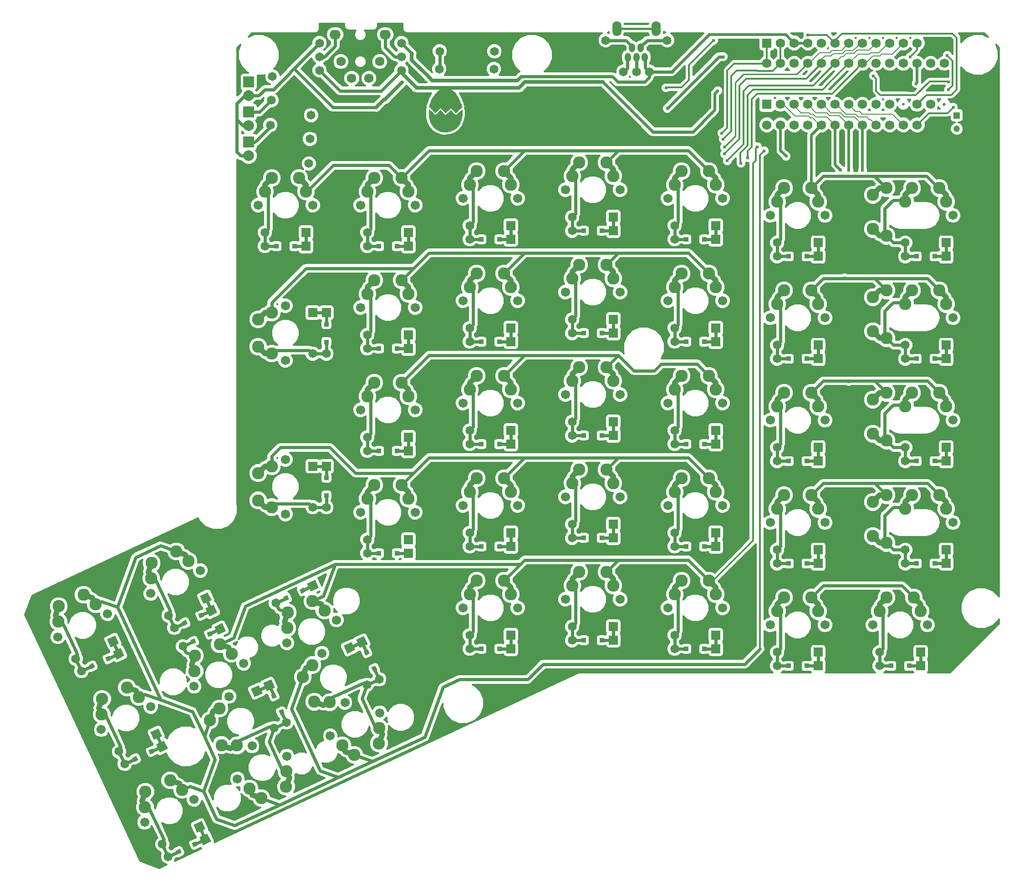
<source format=gbl>
G04 #@! TF.FileFunction,Copper,L2,Bot,Signal*
%FSLAX46Y46*%
G04 Gerber Fmt 4.6, Leading zero omitted, Abs format (unit mm)*
G04 Created by KiCad (PCBNEW 4.0.1-stable) date 7/15/2016 8:02:18 PM*
%MOMM*%
G01*
G04 APERTURE LIST*
%ADD10C,0.150000*%
%ADD11C,0.609600*%
%ADD12C,0.010000*%
%ADD13O,1.143000X1.651000*%
%ADD14O,1.701800X2.794000*%
%ADD15C,1.651000*%
%ADD16C,2.286000*%
%ADD17C,1.701800*%
%ADD18R,1.752600X1.752600*%
%ADD19C,1.752600*%
%ADD20O,2.057400X1.752600*%
%ADD21R,1.651000X1.651000*%
%ADD22R,0.838200X0.838200*%
%ADD23C,2.283460*%
%ADD24C,2.280920*%
%ADD25R,1.200000X1.200000*%
%ADD26C,1.200000*%
%ADD27R,2.000000X2.000000*%
%ADD28C,2.000000*%
%ADD29C,0.609600*%
%ADD30C,0.033020*%
%ADD31C,0.508000*%
%ADD32C,0.304800*%
%ADD33C,0.203200*%
%ADD34C,0.254000*%
%ADD35C,1.016000*%
%ADD36C,0.711200*%
%ADD37C,0.406400*%
G04 APERTURE END LIST*
D10*
D11*
X140055600Y-40259000D02*
X139293600Y-39497000D01*
X139293600Y-39497000D02*
X139293600Y-37973000D01*
X135229600Y-40259000D02*
X135991600Y-39624000D01*
X135991600Y-39624000D02*
X135991600Y-37973000D01*
X137642600Y-37973000D02*
X137642600Y-40259000D01*
X138531600Y-35433000D02*
X139674600Y-34417000D01*
X139674600Y-34417000D02*
X143357600Y-34417000D01*
X136753600Y-35433000D02*
X135737600Y-34417000D01*
X135737600Y-34417000D02*
X131927600Y-34417000D01*
X53341367Y-147187736D02*
X55286576Y-146280670D01*
X58302224Y-144874450D02*
X60247433Y-143967384D01*
X70605747Y-139135936D02*
X72550956Y-138228870D01*
X75566604Y-136822650D02*
X77511813Y-135915584D01*
X68580000Y-72720200D02*
X70726300Y-72720200D01*
X74053700Y-72720200D02*
X76200000Y-72720200D01*
X80010000Y-92720160D02*
X80010000Y-90573860D01*
X80010000Y-87246460D02*
X80010000Y-85100160D01*
X80010000Y-121295160D02*
X80010000Y-119148860D01*
X80010000Y-115821460D02*
X80010000Y-113675160D01*
X182880000Y-150822660D02*
X185026300Y-150822660D01*
X188353700Y-150822660D02*
X190500000Y-150822660D01*
X87630000Y-91767660D02*
X89776300Y-91767660D01*
X93103700Y-91767660D02*
X95250000Y-91767660D01*
X42515518Y-169049321D02*
X44460727Y-168142255D01*
X47476375Y-166736035D02*
X49421584Y-165828970D01*
X50567318Y-186316241D02*
X52512527Y-185409175D01*
X55528175Y-184002955D02*
X57473384Y-183095890D01*
X34466258Y-151784941D02*
X36411467Y-150877875D01*
X39427115Y-149471655D02*
X41372324Y-148564590D01*
X51730638Y-143735681D02*
X53675847Y-142828615D01*
X56691495Y-141422395D02*
X58636704Y-140515330D01*
X163830000Y-74625200D02*
X165976300Y-74625200D01*
X169303700Y-74625200D02*
X171450000Y-74625200D01*
X144780000Y-71447660D02*
X146926300Y-71447660D01*
X150253700Y-71447660D02*
X152400000Y-71447660D01*
X125730000Y-69850000D02*
X127876300Y-69850000D01*
X131203700Y-69850000D02*
X133350000Y-69850000D01*
X106680000Y-71447660D02*
X108826300Y-71447660D01*
X112153700Y-71447660D02*
X114300000Y-71447660D01*
X144780000Y-147647660D02*
X146926300Y-147647660D01*
X150253700Y-147647660D02*
X152400000Y-147647660D01*
X163830000Y-93672660D02*
X165976300Y-93672660D01*
X169303700Y-93672660D02*
X171450000Y-93672660D01*
X125730000Y-88900000D02*
X127876300Y-88900000D01*
X131203700Y-88900000D02*
X133350000Y-88900000D01*
X106680000Y-90497660D02*
X108826300Y-90497660D01*
X112153700Y-90497660D02*
X114300000Y-90497660D01*
X163830000Y-112722660D02*
X165976300Y-112722660D01*
X169303700Y-112722660D02*
X171450000Y-112722660D01*
X144780000Y-109547660D02*
X146926300Y-109547660D01*
X150253700Y-109547660D02*
X152400000Y-109547660D01*
X125730000Y-107950000D02*
X127876300Y-107950000D01*
X131203700Y-107950000D02*
X133350000Y-107950000D01*
X106680000Y-109547660D02*
X108826300Y-109547660D01*
X112153700Y-109547660D02*
X114300000Y-109547660D01*
X87630000Y-110817660D02*
X89776300Y-110817660D01*
X93103700Y-110817660D02*
X95250000Y-110817660D01*
X163830000Y-131772660D02*
X165976300Y-131772660D01*
X169303700Y-131772660D02*
X171450000Y-131772660D01*
X144780000Y-128597660D02*
X146926300Y-128597660D01*
X150253700Y-128597660D02*
X152400000Y-128597660D01*
X125730000Y-127000000D02*
X127876300Y-127000000D01*
X131203700Y-127000000D02*
X133350000Y-127000000D01*
X106680000Y-128597660D02*
X108826300Y-128597660D01*
X112153700Y-128597660D02*
X114300000Y-128597660D01*
X87630000Y-129867660D02*
X89776300Y-129867660D01*
X93103700Y-129867660D02*
X95250000Y-129867660D01*
X163830000Y-150822660D02*
X165976300Y-150822660D01*
X169303700Y-150822660D02*
X171450000Y-150822660D01*
X125730000Y-146050000D02*
X127876300Y-146050000D01*
X131203700Y-146050000D02*
X133350000Y-146050000D01*
X106680000Y-147647660D02*
X108826300Y-147647660D01*
X112153700Y-147647660D02*
X114300000Y-147647660D01*
X89819101Y-153298162D02*
X88912035Y-151352953D01*
X87505815Y-148337305D02*
X86598750Y-146392096D01*
X72554721Y-161349962D02*
X71647655Y-159404753D01*
X70241435Y-156389105D02*
X69334370Y-154443896D01*
X144780000Y-90497660D02*
X146926300Y-90497660D01*
X150253700Y-90497660D02*
X152400000Y-90497660D01*
X87630000Y-72720200D02*
X89776300Y-72720200D01*
X93103700Y-72720200D02*
X95250000Y-72720200D01*
X187642500Y-74625200D02*
X189788800Y-74625200D01*
X193116200Y-74625200D02*
X195262500Y-74625200D01*
X187642500Y-93672660D02*
X189788800Y-93672660D01*
X193116200Y-93672660D02*
X195262500Y-93672660D01*
X187642500Y-112722660D02*
X189788800Y-112722660D01*
X193116200Y-112722660D02*
X195262500Y-112722660D01*
X187642500Y-131772660D02*
X189788800Y-131772660D01*
X193116200Y-131772660D02*
X195262500Y-131772660D01*
D12*
G36*
X99183192Y-47320749D02*
X99355496Y-47471896D01*
X99585028Y-47690626D01*
X99709662Y-47814662D01*
X100255099Y-48364991D01*
X100725892Y-47899110D01*
X101196686Y-47433229D01*
X102117314Y-48365437D01*
X102606824Y-47881036D01*
X103096333Y-47396634D01*
X103585617Y-47880812D01*
X104074901Y-48364991D01*
X104622168Y-47812815D01*
X104879655Y-47555134D01*
X105043757Y-47403991D01*
X105140200Y-47345563D01*
X105194705Y-47366027D01*
X105232997Y-47451559D01*
X105242395Y-47479518D01*
X105268149Y-47676765D01*
X105264912Y-47994978D01*
X105233458Y-48388429D01*
X105225922Y-48454768D01*
X105075863Y-49243278D01*
X104824193Y-49903450D01*
X104464865Y-50446739D01*
X103991828Y-50884600D01*
X103913474Y-50939995D01*
X103303500Y-51258689D01*
X102627834Y-51440699D01*
X101929874Y-51478653D01*
X101312351Y-51381896D01*
X100661233Y-51122623D01*
X100102315Y-50727823D01*
X99648299Y-50211484D01*
X99311888Y-49587589D01*
X99126107Y-48974666D01*
X99083130Y-48697577D01*
X99053160Y-48364729D01*
X99036857Y-48016682D01*
X99034881Y-47693996D01*
X99047892Y-47437230D01*
X99076549Y-47286944D01*
X99098279Y-47264333D01*
X99183192Y-47320749D01*
X99183192Y-47320749D01*
G37*
X99183192Y-47320749D02*
X99355496Y-47471896D01*
X99585028Y-47690626D01*
X99709662Y-47814662D01*
X100255099Y-48364991D01*
X100725892Y-47899110D01*
X101196686Y-47433229D01*
X102117314Y-48365437D01*
X102606824Y-47881036D01*
X103096333Y-47396634D01*
X103585617Y-47880812D01*
X104074901Y-48364991D01*
X104622168Y-47812815D01*
X104879655Y-47555134D01*
X105043757Y-47403991D01*
X105140200Y-47345563D01*
X105194705Y-47366027D01*
X105232997Y-47451559D01*
X105242395Y-47479518D01*
X105268149Y-47676765D01*
X105264912Y-47994978D01*
X105233458Y-48388429D01*
X105225922Y-48454768D01*
X105075863Y-49243278D01*
X104824193Y-49903450D01*
X104464865Y-50446739D01*
X103991828Y-50884600D01*
X103913474Y-50939995D01*
X103303500Y-51258689D01*
X102627834Y-51440699D01*
X101929874Y-51478653D01*
X101312351Y-51381896D01*
X100661233Y-51122623D01*
X100102315Y-50727823D01*
X99648299Y-50211484D01*
X99311888Y-49587589D01*
X99126107Y-48974666D01*
X99083130Y-48697577D01*
X99053160Y-48364729D01*
X99036857Y-48016682D01*
X99034881Y-47693996D01*
X99047892Y-47437230D01*
X99076549Y-47286944D01*
X99098279Y-47264333D01*
X99183192Y-47320749D01*
G36*
X102450398Y-43280467D02*
X102983045Y-43454025D01*
X103488349Y-43771545D01*
X103946173Y-44225659D01*
X104062180Y-44375014D01*
X104332838Y-44788000D01*
X104598212Y-45269623D01*
X104830397Y-45762805D01*
X105001494Y-46210464D01*
X105058826Y-46413886D01*
X105158995Y-46847840D01*
X104616948Y-47394749D01*
X104074901Y-47941657D01*
X103096333Y-46973301D01*
X102606824Y-47457702D01*
X102117314Y-47942104D01*
X101196686Y-47009896D01*
X100255276Y-47941482D01*
X99673073Y-47354784D01*
X99090870Y-46768085D01*
X99322551Y-46106043D01*
X99618791Y-45395940D01*
X99981319Y-44749940D01*
X100391339Y-44192766D01*
X100830060Y-43749140D01*
X101278687Y-43443785D01*
X101383625Y-43394719D01*
X101910545Y-43258242D01*
X102450398Y-43280467D01*
X102450398Y-43280467D01*
G37*
X102450398Y-43280467D02*
X102983045Y-43454025D01*
X103488349Y-43771545D01*
X103946173Y-44225659D01*
X104062180Y-44375014D01*
X104332838Y-44788000D01*
X104598212Y-45269623D01*
X104830397Y-45762805D01*
X105001494Y-46210464D01*
X105058826Y-46413886D01*
X105158995Y-46847840D01*
X104616948Y-47394749D01*
X104074901Y-47941657D01*
X103096333Y-46973301D01*
X102606824Y-47457702D01*
X102117314Y-47942104D01*
X101196686Y-47009896D01*
X100255276Y-47941482D01*
X99673073Y-47354784D01*
X99090870Y-46768085D01*
X99322551Y-46106043D01*
X99618791Y-45395940D01*
X99981319Y-44749940D01*
X100391339Y-44192766D01*
X100830060Y-43749140D01*
X101278687Y-43443785D01*
X101383625Y-43394719D01*
X101910545Y-43258242D01*
X102450398Y-43280467D01*
D13*
X136042400Y-37553900D03*
X136842500Y-35806380D03*
X137642600Y-37553900D03*
X138442700Y-35806380D03*
X139242800Y-37553900D03*
D14*
X141290040Y-32230060D03*
X133995160Y-32230060D03*
D15*
X135229600Y-40259000D03*
X131927600Y-34417000D03*
X137642600Y-40259000D03*
X143357600Y-34417000D03*
X140055600Y-40259000D03*
X53341367Y-147187736D03*
D10*
G36*
X55083862Y-146837623D02*
X54729623Y-146077956D01*
X55489290Y-145723717D01*
X55843529Y-146483384D01*
X55083862Y-146837623D01*
X55083862Y-146837623D01*
G37*
G36*
X59848147Y-145064412D02*
X59150405Y-143568098D01*
X60646719Y-142870356D01*
X61344461Y-144366670D01*
X59848147Y-145064412D01*
X59848147Y-145064412D01*
G37*
G36*
X58099510Y-145431403D02*
X57745271Y-144671736D01*
X58504938Y-144317497D01*
X58859177Y-145077164D01*
X58099510Y-145431403D01*
X58099510Y-145431403D01*
G37*
D15*
X70605747Y-139135936D03*
D10*
G36*
X72348242Y-138785823D02*
X71994003Y-138026156D01*
X72753670Y-137671917D01*
X73107909Y-138431584D01*
X72348242Y-138785823D01*
X72348242Y-138785823D01*
G37*
G36*
X77112527Y-137012612D02*
X76414785Y-135516298D01*
X77911099Y-134818556D01*
X78608841Y-136314870D01*
X77112527Y-137012612D01*
X77112527Y-137012612D01*
G37*
G36*
X75363890Y-137379603D02*
X75009651Y-136619936D01*
X75769318Y-136265697D01*
X76123557Y-137025364D01*
X75363890Y-137379603D01*
X75363890Y-137379603D01*
G37*
D16*
X77434621Y-138754526D03*
X72753017Y-143740174D03*
D17*
X72675456Y-146578921D03*
X81883544Y-142285119D03*
D16*
X79659082Y-140519823D03*
X72830577Y-140901427D03*
X60170241Y-146806326D03*
X55488637Y-151791974D03*
D17*
X55411076Y-154630721D03*
X64619164Y-150336919D03*
D16*
X62394702Y-148571623D03*
X55566197Y-148953227D03*
X85176179Y-167376434D03*
X89857783Y-162390786D03*
D17*
X89935344Y-159552039D03*
X80727256Y-163845841D03*
D16*
X82951718Y-165611137D03*
X89780223Y-165229533D03*
X67909259Y-175425694D03*
X72590863Y-170440046D03*
D17*
X72668424Y-167601299D03*
X63460336Y-171895101D03*
D16*
X65684798Y-173660397D03*
X72513303Y-173278793D03*
D15*
X77157102Y-48357102D03*
X69972898Y-41172898D03*
X76957102Y-52757102D03*
X69772898Y-45572898D03*
X76757102Y-57357102D03*
X69572898Y-50172898D03*
X101085000Y-36465000D03*
X111245000Y-36465000D03*
X100985000Y-39765000D03*
X111145000Y-39765000D03*
X78740000Y-40005000D03*
X78740000Y-37465000D03*
X78740000Y-34925000D03*
X93980000Y-40005000D03*
X93980000Y-37465000D03*
X93980000Y-34925000D03*
D18*
X161925000Y-34925000D03*
D19*
X164465000Y-34925000D03*
X167005000Y-34925000D03*
X169545000Y-34925000D03*
X172085000Y-34925000D03*
X174625000Y-34925000D03*
X177165000Y-34925000D03*
X179705000Y-34925000D03*
X182245000Y-34925000D03*
X184785000Y-34925000D03*
X187325000Y-34925000D03*
X189865000Y-34925000D03*
X189865000Y-50165000D03*
X187325000Y-50165000D03*
X184785000Y-50165000D03*
X182245000Y-50165000D03*
X179705000Y-50165000D03*
X177165000Y-50165000D03*
X174625000Y-50165000D03*
X167005000Y-50165000D03*
X164465000Y-50165000D03*
X161925000Y-50165000D03*
X172085000Y-50165000D03*
X169545000Y-50165000D03*
D20*
X90957400Y-33375600D03*
D19*
X82702400Y-38379400D03*
X87909400Y-41478200D03*
D20*
X81661000Y-33375600D03*
D19*
X84709000Y-41478200D03*
X89916000Y-38379400D03*
D16*
X74930000Y-60020200D03*
X68580000Y-62560200D03*
D17*
X67310000Y-65100200D03*
X77470000Y-65100200D03*
D16*
X76200000Y-62560200D03*
X69850000Y-60020200D03*
D15*
X68580000Y-70180200D03*
D21*
X76200000Y-70180200D03*
D15*
X68580000Y-72720200D03*
D21*
X76200000Y-72720200D03*
D22*
X70726300Y-72720200D03*
X74053700Y-72720200D03*
D16*
X67310000Y-86370160D03*
X69850000Y-92720160D03*
D17*
X72390000Y-93990160D03*
X72390000Y-83830160D03*
D16*
X69850000Y-85100160D03*
X67310000Y-91450160D03*
D15*
X77470000Y-92720160D03*
D21*
X77470000Y-85100160D03*
D15*
X80010000Y-92720160D03*
D21*
X80010000Y-85100160D03*
D22*
X80010000Y-90573860D03*
X80010000Y-87246460D03*
D16*
X67310000Y-114945160D03*
X69850000Y-121295160D03*
D17*
X72390000Y-122565160D03*
X72390000Y-112405160D03*
D16*
X69850000Y-113675160D03*
X67310000Y-120025160D03*
D15*
X77470000Y-121295160D03*
D21*
X77470000Y-113675160D03*
D15*
X80010000Y-121295160D03*
D21*
X80010000Y-113675160D03*
D22*
X80010000Y-119148860D03*
X80010000Y-115821460D03*
D16*
X189230000Y-138122660D03*
X182880000Y-140662660D03*
D17*
X181610000Y-143202660D03*
X191770000Y-143202660D03*
D16*
X190500000Y-140662660D03*
X184150000Y-138122660D03*
D15*
X182880000Y-148282660D03*
D21*
X190500000Y-148282660D03*
D15*
X182880000Y-150822660D03*
D21*
X190500000Y-150822660D03*
D22*
X185026300Y-150822660D03*
X188353700Y-150822660D03*
D16*
X93980000Y-79067660D03*
X87630000Y-81607660D03*
D17*
X86360000Y-84147660D03*
X96520000Y-84147660D03*
D16*
X95250000Y-81607660D03*
X88900000Y-79067660D03*
D15*
X87630000Y-89227660D03*
D21*
X95250000Y-89227660D03*
D15*
X87630000Y-91767660D03*
D21*
X95250000Y-91767660D03*
D22*
X89776300Y-91767660D03*
X93103700Y-91767660D03*
D16*
X42903321Y-154855586D03*
X38221717Y-159841234D03*
D17*
X38144156Y-162679981D03*
X47352244Y-158386179D03*
D16*
X45127782Y-156620883D03*
X38299277Y-157002487D03*
D15*
X41442068Y-166747299D03*
D10*
G36*
X47948847Y-164623976D02*
X47251105Y-163127662D01*
X48747419Y-162429920D01*
X49445161Y-163926234D01*
X47948847Y-164623976D01*
X47948847Y-164623976D01*
G37*
D15*
X42515518Y-169049321D03*
D10*
G36*
X49022298Y-166925998D02*
X48324556Y-165429684D01*
X49820870Y-164731942D01*
X50518612Y-166228256D01*
X49022298Y-166925998D01*
X49022298Y-166925998D01*
G37*
G36*
X44258013Y-168699208D02*
X43903774Y-167939541D01*
X44663441Y-167585302D01*
X45017680Y-168344969D01*
X44258013Y-168699208D01*
X44258013Y-168699208D01*
G37*
G36*
X47273661Y-167292988D02*
X46919422Y-166533321D01*
X47679089Y-166179082D01*
X48033328Y-166938749D01*
X47273661Y-167292988D01*
X47273661Y-167292988D01*
G37*
D16*
X50955121Y-172122506D03*
X46273517Y-177108154D03*
D17*
X46195956Y-179946901D03*
X55404044Y-175653099D03*
D16*
X53179582Y-173887803D03*
X46351077Y-174269407D03*
D15*
X49493868Y-184014219D03*
D10*
G36*
X56000647Y-181890896D02*
X55302905Y-180394582D01*
X56799219Y-179696840D01*
X57496961Y-181193154D01*
X56000647Y-181890896D01*
X56000647Y-181890896D01*
G37*
D15*
X50567318Y-186316241D03*
D10*
G36*
X57074098Y-184192918D02*
X56376356Y-182696604D01*
X57872670Y-181998862D01*
X58570412Y-183495176D01*
X57074098Y-184192918D01*
X57074098Y-184192918D01*
G37*
G36*
X52309813Y-185966128D02*
X51955574Y-185206461D01*
X52715241Y-184852222D01*
X53069480Y-185611889D01*
X52309813Y-185966128D01*
X52309813Y-185966128D01*
G37*
G36*
X55325461Y-184559908D02*
X54971222Y-183800241D01*
X55730889Y-183446002D01*
X56085128Y-184205669D01*
X55325461Y-184559908D01*
X55325461Y-184559908D01*
G37*
D16*
X34854061Y-137591206D03*
X30172457Y-142576854D03*
D17*
X30094896Y-145415601D03*
X39302984Y-141121799D03*
D16*
X37078522Y-139356503D03*
X30250017Y-139738107D03*
D15*
X33392808Y-149482919D03*
D10*
G36*
X39899587Y-147359596D02*
X39201845Y-145863282D01*
X40698159Y-145165540D01*
X41395901Y-146661854D01*
X39899587Y-147359596D01*
X39899587Y-147359596D01*
G37*
D15*
X34466258Y-151784941D03*
D10*
G36*
X40973038Y-149661618D02*
X40275296Y-148165304D01*
X41771610Y-147467562D01*
X42469352Y-148963876D01*
X40973038Y-149661618D01*
X40973038Y-149661618D01*
G37*
G36*
X36208753Y-151434828D02*
X35854514Y-150675161D01*
X36614181Y-150320922D01*
X36968420Y-151080589D01*
X36208753Y-151434828D01*
X36208753Y-151434828D01*
G37*
G36*
X39224401Y-150028608D02*
X38870162Y-149268941D01*
X39629829Y-148914702D01*
X39984068Y-149674369D01*
X39224401Y-150028608D01*
X39224401Y-150028608D01*
G37*
D16*
X52118441Y-129541946D03*
X47436837Y-134527594D03*
D17*
X47359276Y-137366341D03*
X56567364Y-133072539D03*
D16*
X54342902Y-131307243D03*
X47514397Y-131688847D03*
D15*
X50657188Y-141433659D03*
D10*
G36*
X57163967Y-139310336D02*
X56466225Y-137814022D01*
X57962539Y-137116280D01*
X58660281Y-138612594D01*
X57163967Y-139310336D01*
X57163967Y-139310336D01*
G37*
D15*
X51730638Y-143735681D03*
D10*
G36*
X58237418Y-141612358D02*
X57539676Y-140116044D01*
X59035990Y-139418302D01*
X59733732Y-140914616D01*
X58237418Y-141612358D01*
X58237418Y-141612358D01*
G37*
G36*
X53473133Y-143385568D02*
X53118894Y-142625901D01*
X53878561Y-142271662D01*
X54232800Y-143031329D01*
X53473133Y-143385568D01*
X53473133Y-143385568D01*
G37*
G36*
X56488781Y-141979348D02*
X56134542Y-141219681D01*
X56894209Y-140865442D01*
X57248448Y-141625109D01*
X56488781Y-141979348D01*
X56488781Y-141979348D01*
G37*
D16*
X170180000Y-61925200D03*
X163830000Y-64465200D03*
D17*
X162560000Y-67005200D03*
X172720000Y-67005200D03*
D16*
X171450000Y-64465200D03*
X165100000Y-61925200D03*
D15*
X163830000Y-72085200D03*
D21*
X171450000Y-72085200D03*
D15*
X163830000Y-74625200D03*
D21*
X171450000Y-74625200D03*
D22*
X165976300Y-74625200D03*
X169303700Y-74625200D03*
D16*
X151130000Y-58747660D03*
X144780000Y-61287660D03*
D17*
X143510000Y-63827660D03*
X153670000Y-63827660D03*
D16*
X152400000Y-61287660D03*
X146050000Y-58747660D03*
D15*
X144780000Y-68907660D03*
D21*
X152400000Y-68907660D03*
D15*
X144780000Y-71447660D03*
D21*
X152400000Y-71447660D03*
D22*
X146926300Y-71447660D03*
X150253700Y-71447660D03*
D16*
X132080000Y-57150000D03*
X125730000Y-59690000D03*
D17*
X124460000Y-62230000D03*
X134620000Y-62230000D03*
D16*
X133350000Y-59690000D03*
X127000000Y-57150000D03*
D15*
X125730000Y-67310000D03*
D21*
X133350000Y-67310000D03*
D15*
X125730000Y-69850000D03*
D21*
X133350000Y-69850000D03*
D22*
X127876300Y-69850000D03*
X131203700Y-69850000D03*
D16*
X113030000Y-58747660D03*
X106680000Y-61287660D03*
D17*
X105410000Y-63827660D03*
X115570000Y-63827660D03*
D16*
X114300000Y-61287660D03*
X107950000Y-58747660D03*
D15*
X106680000Y-68907660D03*
D21*
X114300000Y-68907660D03*
D15*
X106680000Y-71447660D03*
D21*
X114300000Y-71447660D03*
D22*
X108826300Y-71447660D03*
X112153700Y-71447660D03*
D16*
X151130000Y-134947660D03*
X144780000Y-137487660D03*
D17*
X143510000Y-140027660D03*
X153670000Y-140027660D03*
D16*
X152400000Y-137487660D03*
X146050000Y-134947660D03*
D15*
X144780000Y-145107660D03*
D21*
X152400000Y-145107660D03*
D15*
X144780000Y-147647660D03*
D21*
X152400000Y-147647660D03*
D22*
X146926300Y-147647660D03*
X150253700Y-147647660D03*
D16*
X170180000Y-80972660D03*
X163830000Y-83512660D03*
D17*
X162560000Y-86052660D03*
X172720000Y-86052660D03*
D16*
X171450000Y-83512660D03*
X165100000Y-80972660D03*
D15*
X163830000Y-91132660D03*
D21*
X171450000Y-91132660D03*
D15*
X163830000Y-93672660D03*
D21*
X171450000Y-93672660D03*
D22*
X165976300Y-93672660D03*
X169303700Y-93672660D03*
D16*
X132080000Y-76200000D03*
X125730000Y-78740000D03*
D17*
X124460000Y-81280000D03*
X134620000Y-81280000D03*
D16*
X133350000Y-78740000D03*
X127000000Y-76200000D03*
D15*
X125730000Y-86360000D03*
D21*
X133350000Y-86360000D03*
D15*
X125730000Y-88900000D03*
D21*
X133350000Y-88900000D03*
D22*
X127876300Y-88900000D03*
X131203700Y-88900000D03*
D16*
X113030000Y-77797660D03*
X106680000Y-80337660D03*
D17*
X105410000Y-82877660D03*
X115570000Y-82877660D03*
D16*
X114300000Y-80337660D03*
X107950000Y-77797660D03*
D15*
X106680000Y-87957660D03*
D21*
X114300000Y-87957660D03*
D15*
X106680000Y-90497660D03*
D21*
X114300000Y-90497660D03*
D22*
X108826300Y-90497660D03*
X112153700Y-90497660D03*
D16*
X170180000Y-100022660D03*
X163830000Y-102562660D03*
D17*
X162560000Y-105102660D03*
X172720000Y-105102660D03*
D16*
X171450000Y-102562660D03*
X165100000Y-100022660D03*
D15*
X163830000Y-110182660D03*
D21*
X171450000Y-110182660D03*
D15*
X163830000Y-112722660D03*
D21*
X171450000Y-112722660D03*
D22*
X165976300Y-112722660D03*
X169303700Y-112722660D03*
D16*
X151130000Y-96847660D03*
X144780000Y-99387660D03*
D17*
X143510000Y-101927660D03*
X153670000Y-101927660D03*
D16*
X152400000Y-99387660D03*
X146050000Y-96847660D03*
D15*
X144780000Y-107007660D03*
D21*
X152400000Y-107007660D03*
D15*
X144780000Y-109547660D03*
D21*
X152400000Y-109547660D03*
D22*
X146926300Y-109547660D03*
X150253700Y-109547660D03*
D16*
X132080000Y-95250000D03*
X125730000Y-97790000D03*
D17*
X124460000Y-100330000D03*
X134620000Y-100330000D03*
D16*
X133350000Y-97790000D03*
X127000000Y-95250000D03*
D15*
X125730000Y-105410000D03*
D21*
X133350000Y-105410000D03*
D15*
X125730000Y-107950000D03*
D21*
X133350000Y-107950000D03*
D22*
X127876300Y-107950000D03*
X131203700Y-107950000D03*
D16*
X113030000Y-96847660D03*
X106680000Y-99387660D03*
D17*
X105410000Y-101927660D03*
X115570000Y-101927660D03*
D16*
X114300000Y-99387660D03*
X107950000Y-96847660D03*
D15*
X106680000Y-107007660D03*
D21*
X114300000Y-107007660D03*
D15*
X106680000Y-109547660D03*
D21*
X114300000Y-109547660D03*
D22*
X108826300Y-109547660D03*
X112153700Y-109547660D03*
D16*
X93980000Y-98117660D03*
X87630000Y-100657660D03*
D17*
X86360000Y-103197660D03*
X96520000Y-103197660D03*
D16*
X95250000Y-100657660D03*
X88900000Y-98117660D03*
D15*
X87630000Y-108277660D03*
D21*
X95250000Y-108277660D03*
D15*
X87630000Y-110817660D03*
D21*
X95250000Y-110817660D03*
D22*
X89776300Y-110817660D03*
X93103700Y-110817660D03*
D16*
X170180000Y-119072660D03*
X163830000Y-121612660D03*
D17*
X162560000Y-124152660D03*
X172720000Y-124152660D03*
D16*
X171450000Y-121612660D03*
X165100000Y-119072660D03*
D15*
X163830000Y-129232660D03*
D21*
X171450000Y-129232660D03*
D15*
X163830000Y-131772660D03*
D21*
X171450000Y-131772660D03*
D22*
X165976300Y-131772660D03*
X169303700Y-131772660D03*
D16*
X151130000Y-115897660D03*
X144780000Y-118437660D03*
D17*
X143510000Y-120977660D03*
X153670000Y-120977660D03*
D16*
X152400000Y-118437660D03*
X146050000Y-115897660D03*
D15*
X144780000Y-126057660D03*
D21*
X152400000Y-126057660D03*
D15*
X144780000Y-128597660D03*
D21*
X152400000Y-128597660D03*
D22*
X146926300Y-128597660D03*
X150253700Y-128597660D03*
D16*
X132080000Y-114300000D03*
X125730000Y-116840000D03*
D17*
X124460000Y-119380000D03*
X134620000Y-119380000D03*
D16*
X133350000Y-116840000D03*
X127000000Y-114300000D03*
D15*
X125730000Y-124460000D03*
D21*
X133350000Y-124460000D03*
D15*
X125730000Y-127000000D03*
D21*
X133350000Y-127000000D03*
D22*
X127876300Y-127000000D03*
X131203700Y-127000000D03*
D16*
X113030000Y-115897660D03*
X106680000Y-118437660D03*
D17*
X105410000Y-120977660D03*
X115570000Y-120977660D03*
D16*
X114300000Y-118437660D03*
X107950000Y-115897660D03*
D15*
X106680000Y-126057660D03*
D21*
X114300000Y-126057660D03*
D15*
X106680000Y-128597660D03*
D21*
X114300000Y-128597660D03*
D22*
X108826300Y-128597660D03*
X112153700Y-128597660D03*
D16*
X93980000Y-117167660D03*
X87630000Y-119707660D03*
D17*
X86360000Y-122247660D03*
X96520000Y-122247660D03*
D16*
X95250000Y-119707660D03*
X88900000Y-117167660D03*
D15*
X87630000Y-127327660D03*
D21*
X95250000Y-127327660D03*
D15*
X87630000Y-129867660D03*
D21*
X95250000Y-129867660D03*
D22*
X89776300Y-129867660D03*
X93103700Y-129867660D03*
D16*
X170180000Y-138122660D03*
X163830000Y-140662660D03*
D17*
X162560000Y-143202660D03*
X172720000Y-143202660D03*
D16*
X171450000Y-140662660D03*
X165100000Y-138122660D03*
D15*
X163830000Y-148282660D03*
D21*
X171450000Y-148282660D03*
D15*
X163830000Y-150822660D03*
D21*
X171450000Y-150822660D03*
D22*
X165976300Y-150822660D03*
X169303700Y-150822660D03*
D16*
X132080000Y-133350000D03*
X125730000Y-135890000D03*
D17*
X124460000Y-138430000D03*
X134620000Y-138430000D03*
D16*
X133350000Y-135890000D03*
X127000000Y-133350000D03*
D15*
X125730000Y-143510000D03*
D21*
X133350000Y-143510000D03*
D15*
X125730000Y-146050000D03*
D21*
X133350000Y-146050000D03*
D22*
X127876300Y-146050000D03*
X131203700Y-146050000D03*
D16*
X113030000Y-134947660D03*
X106680000Y-137487660D03*
D17*
X105410000Y-140027660D03*
X115570000Y-140027660D03*
D16*
X114300000Y-137487660D03*
X107950000Y-134947660D03*
D15*
X106680000Y-145107660D03*
D21*
X114300000Y-145107660D03*
D15*
X106680000Y-147647660D03*
D21*
X114300000Y-147647660D03*
D22*
X108826300Y-147647660D03*
X112153700Y-147647660D03*
D16*
X75625366Y-152910359D03*
X80611014Y-157591963D03*
D17*
X83449761Y-157669524D03*
X79155959Y-148461436D03*
D16*
X77390663Y-150685898D03*
X77772267Y-157514403D03*
D15*
X87517079Y-154371612D03*
D10*
G36*
X85393756Y-147864833D02*
X83897442Y-148562575D01*
X83199700Y-147066261D01*
X84696014Y-146368519D01*
X85393756Y-147864833D01*
X85393756Y-147864833D01*
G37*
D15*
X89819101Y-153298162D03*
D10*
G36*
X87695778Y-146791382D02*
X86199464Y-147489124D01*
X85501722Y-145992810D01*
X86998036Y-145295068D01*
X87695778Y-146791382D01*
X87695778Y-146791382D01*
G37*
G36*
X89468988Y-151555667D02*
X88709321Y-151909906D01*
X88355082Y-151150239D01*
X89114749Y-150796000D01*
X89468988Y-151555667D01*
X89468988Y-151555667D01*
G37*
G36*
X88062768Y-148540019D02*
X87303101Y-148894258D01*
X86948862Y-148134591D01*
X87708529Y-147780352D01*
X88062768Y-148540019D01*
X88062768Y-148540019D01*
G37*
D16*
X58360986Y-160962159D03*
X63346634Y-165643763D03*
D17*
X66185381Y-165721324D03*
X61891579Y-156513236D03*
D16*
X60126283Y-158737698D03*
X60507887Y-165566203D03*
D15*
X70252699Y-162423412D03*
D10*
G36*
X68129376Y-155916633D02*
X66633062Y-156614375D01*
X65935320Y-155118061D01*
X67431634Y-154420319D01*
X68129376Y-155916633D01*
X68129376Y-155916633D01*
G37*
D15*
X72554721Y-161349962D03*
D10*
G36*
X70431398Y-154843182D02*
X68935084Y-155540924D01*
X68237342Y-154044610D01*
X69733656Y-153346868D01*
X70431398Y-154843182D01*
X70431398Y-154843182D01*
G37*
G36*
X72204608Y-159607467D02*
X71444941Y-159961706D01*
X71090702Y-159202039D01*
X71850369Y-158847800D01*
X72204608Y-159607467D01*
X72204608Y-159607467D01*
G37*
G36*
X70798388Y-156591819D02*
X70038721Y-156946058D01*
X69684482Y-156186391D01*
X70444149Y-155832152D01*
X70798388Y-156591819D01*
X70798388Y-156591819D01*
G37*
D16*
X151130000Y-77797660D03*
X144780000Y-80337660D03*
D17*
X143510000Y-82877660D03*
X153670000Y-82877660D03*
D16*
X152400000Y-80337660D03*
X146050000Y-77797660D03*
D15*
X144780000Y-87957660D03*
D21*
X152400000Y-87957660D03*
D15*
X144780000Y-90497660D03*
D21*
X152400000Y-90497660D03*
D22*
X146926300Y-90497660D03*
X150253700Y-90497660D03*
D16*
X93980000Y-60020200D03*
X87630000Y-62560200D03*
D17*
X86360000Y-65100200D03*
X96520000Y-65100200D03*
D16*
X95250000Y-62560200D03*
X88900000Y-60020200D03*
D15*
X87630000Y-70180200D03*
D21*
X95250000Y-70180200D03*
D15*
X87630000Y-72720200D03*
D21*
X95250000Y-72720200D03*
D22*
X89776300Y-72720200D03*
X93103700Y-72720200D03*
D16*
X193992500Y-61925200D03*
X187642500Y-64465200D03*
D17*
X196532500Y-67005200D03*
D23*
X195262500Y-64465200D03*
D16*
X188912500Y-61925200D03*
D15*
X187642500Y-72085200D03*
D21*
X195262500Y-72085200D03*
D15*
X187642500Y-74625200D03*
D21*
X195262500Y-74625200D03*
D22*
X189788800Y-74625200D03*
X193116200Y-74625200D03*
D24*
X181610000Y-63195200D03*
X184150000Y-61925200D03*
X184150000Y-70815200D03*
X181610000Y-69545200D03*
D16*
X193992500Y-80972660D03*
X187642500Y-83512660D03*
D17*
X196532500Y-86052660D03*
D23*
X195262500Y-83512660D03*
D16*
X188912500Y-80972660D03*
D15*
X187642500Y-91132660D03*
D21*
X195262500Y-91132660D03*
D15*
X187642500Y-93672660D03*
D21*
X195262500Y-93672660D03*
D22*
X189788800Y-93672660D03*
X193116200Y-93672660D03*
D24*
X181610000Y-82242660D03*
X184150000Y-80972660D03*
X184150000Y-89862660D03*
X181610000Y-88592660D03*
D16*
X193992500Y-100022660D03*
X187642500Y-102562660D03*
D17*
X196532500Y-105102660D03*
D23*
X195262500Y-102562660D03*
D16*
X188912500Y-100022660D03*
D15*
X187642500Y-110182660D03*
D21*
X195262500Y-110182660D03*
D15*
X187642500Y-112722660D03*
D21*
X195262500Y-112722660D03*
D22*
X189788800Y-112722660D03*
X193116200Y-112722660D03*
D24*
X181610000Y-101292660D03*
X184150000Y-100022660D03*
X184150000Y-108912660D03*
X181610000Y-107642660D03*
D16*
X193992500Y-119072660D03*
X187642500Y-121612660D03*
D17*
X196532500Y-124152660D03*
D23*
X195262500Y-121612660D03*
D16*
X188912500Y-119072660D03*
D15*
X187642500Y-129232660D03*
D21*
X195262500Y-129232660D03*
D15*
X187642500Y-131772660D03*
D21*
X195262500Y-131772660D03*
D22*
X189788800Y-131772660D03*
X193116200Y-131772660D03*
D24*
X181610000Y-120342660D03*
X184150000Y-119072660D03*
X184150000Y-127962660D03*
X181610000Y-126692660D03*
D19*
X164450000Y-46330000D03*
X166990000Y-46330000D03*
X169530000Y-46330000D03*
X172070000Y-46330000D03*
X174610000Y-46330000D03*
X177150000Y-46330000D03*
X179690000Y-46330000D03*
X182230000Y-46330000D03*
X184770000Y-46330000D03*
X189850000Y-46330000D03*
X192390000Y-46330000D03*
D18*
X161910000Y-46330000D03*
D19*
X194930000Y-38710000D03*
X192390000Y-38710000D03*
X189850000Y-38710000D03*
X187310000Y-38710000D03*
X184770000Y-38710000D03*
X182230000Y-38710000D03*
X179690000Y-38710000D03*
X177150000Y-38710000D03*
X174610000Y-38710000D03*
X172070000Y-38710000D03*
X169530000Y-38710000D03*
X166990000Y-38710000D03*
X164450000Y-38710000D03*
X161910000Y-38710000D03*
D25*
X197231000Y-48387000D03*
D26*
X197231000Y-50887000D03*
D27*
X65565000Y-42165000D03*
D28*
X65565000Y-44705000D03*
D27*
X65565000Y-47765000D03*
D28*
X65565000Y-50305000D03*
D27*
X65565000Y-53365000D03*
D28*
X65565000Y-55905000D03*
D29*
X158369000Y-56261000D03*
X157099000Y-57277000D03*
X154051000Y-55562500D03*
X154559000Y-56832500D03*
X154051000Y-54292500D03*
X153797000Y-52800000D03*
X153543000Y-51689000D03*
X143410940Y-47089060D03*
X153797000Y-37465000D03*
X188595000Y-37465000D03*
X196565000Y-46865000D03*
X195665000Y-42165000D03*
X181737000Y-41021000D03*
X161417000Y-54991000D03*
X160147000Y-54229000D03*
X179705000Y-58547000D03*
X178181000Y-116840000D03*
X177165000Y-97917000D03*
X177165000Y-58547000D03*
X176403000Y-78613000D03*
X175641000Y-58547000D03*
X152019000Y-34417000D03*
X169545000Y-33401000D03*
X143165000Y-43265000D03*
X195707000Y-43561000D03*
X195453000Y-37211000D03*
X98965000Y-41265000D03*
X94065000Y-42265000D03*
X189665000Y-42465000D03*
X165495000Y-55975000D03*
X151672000Y-47972000D03*
X131415000Y-42165000D03*
X152781000Y-43815000D03*
D30*
X162560000Y-143202660D02*
X161925000Y-143837660D01*
D31*
X187310000Y-46330000D02*
X187310000Y-46270000D01*
X194865000Y-46395000D02*
X194930000Y-46330000D01*
D32*
X158369000Y-56261000D02*
X158369000Y-54991000D01*
X159131000Y-54229000D02*
X158369000Y-54991000D01*
X159131000Y-54229000D02*
X159131000Y-53975000D01*
X160147000Y-44323000D02*
X174077000Y-44323000D01*
X174077000Y-44323000D02*
X179690000Y-38710000D01*
X159131000Y-52197000D02*
X159131000Y-45339000D01*
X159131000Y-53975000D02*
X159131000Y-52197000D01*
X159131000Y-45339000D02*
X160147000Y-44323000D01*
D33*
X182725000Y-37355000D02*
X182885000Y-37355000D01*
X182885000Y-37355000D02*
X182945000Y-37295000D01*
X182945000Y-37295000D02*
X183261000Y-36979000D01*
X179925000Y-38475000D02*
X180535000Y-38475000D01*
X181655000Y-37355000D02*
X180535000Y-38475000D01*
X185293000Y-36957000D02*
X187325000Y-34925000D01*
X185293000Y-36957000D02*
X183261000Y-36957000D01*
X183261000Y-36957000D02*
X183261000Y-36979000D01*
X182725000Y-37355000D02*
X181655000Y-37355000D01*
X179925000Y-38475000D02*
X179690000Y-38710000D01*
D11*
X195262500Y-72085200D02*
X195262500Y-74625200D01*
X195262500Y-129232660D02*
X195262500Y-131772660D01*
X195262500Y-110182660D02*
X195262500Y-112722660D01*
X190500000Y-148282660D02*
X190500000Y-150822660D01*
X195262500Y-91132660D02*
X195262500Y-93672660D01*
D32*
X179690000Y-38710000D02*
X179820000Y-38710000D01*
X179690000Y-38710000D02*
X179690000Y-38600000D01*
X156972000Y-55372000D02*
X156972000Y-57150000D01*
X156972000Y-57150000D02*
X157099000Y-57277000D01*
X172339000Y-43561000D02*
X159385000Y-43561000D01*
X159385000Y-43561000D02*
X158877000Y-44069000D01*
X158369000Y-44577000D02*
X158877000Y-44069000D01*
X158369000Y-53975000D02*
X158369000Y-46101000D01*
X156972000Y-55372000D02*
X157099000Y-55245000D01*
X158369000Y-53975000D02*
X157099000Y-55245000D01*
X158369000Y-46101000D02*
X158369000Y-44577000D01*
X172920000Y-42940000D02*
X172920000Y-42980000D01*
X172940000Y-42920000D02*
X177150000Y-38710000D01*
X172920000Y-42940000D02*
X172940000Y-42920000D01*
X172920000Y-42980000D02*
X172593000Y-43307000D01*
X172339000Y-43561000D02*
X172593000Y-43307000D01*
D33*
X180975000Y-36957000D02*
X178903000Y-36957000D01*
X178903000Y-36957000D02*
X177150000Y-38710000D01*
X182753000Y-36703000D02*
X181229000Y-36703000D01*
X184531000Y-34925000D02*
X182753000Y-36703000D01*
X181229000Y-36703000D02*
X180975000Y-36957000D01*
X184785000Y-34925000D02*
X184531000Y-34925000D01*
D11*
X171450000Y-72085200D02*
X171450000Y-74625200D01*
X171450000Y-148282660D02*
X171450000Y-150822660D01*
X171450000Y-91132660D02*
X171450000Y-93672660D01*
X171450000Y-129232660D02*
X171450000Y-131772660D01*
X171450000Y-110182660D02*
X171450000Y-112722660D01*
X57472580Y-183095900D02*
X56400700Y-180794660D01*
D33*
X177150000Y-38710000D02*
X177150000Y-38700000D01*
D32*
X177150000Y-38710000D02*
X177250000Y-38710000D01*
X158369000Y-41529000D02*
X169251000Y-41529000D01*
X156845000Y-42799000D02*
X158115000Y-41529000D01*
X158115000Y-41529000D02*
X158369000Y-41529000D01*
X156845000Y-51435000D02*
X156845000Y-52768500D01*
X154051000Y-55562500D02*
X156845000Y-52768500D01*
X156845000Y-51435000D02*
X156845000Y-42799000D01*
X169251000Y-41529000D02*
X169325000Y-41455000D01*
D11*
X133350000Y-105410000D02*
X133350000Y-107950000D01*
X133350000Y-67310000D02*
X133350000Y-69850000D01*
X133350000Y-143510000D02*
X133350000Y-146050000D01*
X133350000Y-86360000D02*
X133350000Y-88900000D01*
X133350000Y-124460000D02*
X133350000Y-127000000D01*
X84297520Y-147464780D02*
X86601300Y-146392900D01*
D32*
X169325000Y-41455000D02*
X172070000Y-38710000D01*
D33*
X177865000Y-36305000D02*
X176503424Y-36305000D01*
X172695000Y-37305000D02*
X173835000Y-37305000D01*
X172070000Y-37930000D02*
X172695000Y-37305000D01*
X173835000Y-37305000D02*
X174255000Y-36885000D01*
X178035000Y-36135000D02*
X177865000Y-36305000D01*
X178145000Y-36135000D02*
X179355000Y-34925000D01*
X178145000Y-36135000D02*
X178035000Y-36135000D01*
X175923424Y-36885000D02*
X174255000Y-36885000D01*
X176503424Y-36305000D02*
X175923424Y-36885000D01*
X179705000Y-34925000D02*
X179355000Y-34925000D01*
X172070000Y-38710000D02*
X172070000Y-37930000D01*
D32*
X172070000Y-38710000D02*
X172270000Y-38710000D01*
X170307000Y-42799000D02*
X170521000Y-42799000D01*
X157607000Y-50165000D02*
X157607000Y-43815000D01*
X157607000Y-53784500D02*
X154559000Y-56832500D01*
X157607000Y-50165000D02*
X157607000Y-53784500D01*
X157607000Y-43815000D02*
X158369000Y-43053000D01*
X158369000Y-43053000D02*
X158623000Y-42799000D01*
X171100000Y-42220000D02*
X174610000Y-38710000D01*
X158623000Y-42799000D02*
X158877000Y-42799000D01*
X158877000Y-42799000D02*
X170307000Y-42799000D01*
X170521000Y-42799000D02*
X171100000Y-42220000D01*
D11*
X152400000Y-87957660D02*
X152400000Y-90497660D01*
X152400000Y-68907660D02*
X152400000Y-71447660D01*
X152400000Y-145107660D02*
X152400000Y-147647660D01*
X152400000Y-126057660D02*
X152400000Y-128597660D01*
X152400000Y-107007660D02*
X152400000Y-109547660D01*
X67033140Y-155516580D02*
X69334380Y-154442160D01*
D33*
X178729212Y-36269212D02*
X180900788Y-36269212D01*
X178185422Y-36813002D02*
X178729212Y-36269212D01*
X176423424Y-37103424D02*
X176484578Y-37103424D01*
X176133846Y-37393002D02*
X176423424Y-37103424D01*
X175733002Y-37495000D02*
X175835000Y-37393002D01*
X174610000Y-38560000D02*
X175675000Y-37495000D01*
X175675000Y-37495000D02*
X175733002Y-37495000D01*
X175835000Y-37393002D02*
X176133846Y-37393002D01*
X176484578Y-37103424D02*
X176775000Y-36813002D01*
X176775000Y-36813002D02*
X178185422Y-36813002D01*
X180900788Y-36269212D02*
X182245000Y-34925000D01*
X174610000Y-38710000D02*
X174610000Y-38560000D01*
D32*
X174610000Y-38710000D02*
X174970000Y-38710000D01*
D34*
X157568901Y-40728901D02*
X167511099Y-40728901D01*
X167511099Y-40728901D02*
X169530000Y-38710000D01*
X156083000Y-47625000D02*
X156083000Y-42214802D01*
X154051000Y-54292500D02*
X156083000Y-52260500D01*
X156083000Y-47625000D02*
X156083000Y-52260500D01*
X156083000Y-42214802D02*
X157568901Y-40728901D01*
X157568901Y-40728901D02*
X157607000Y-40690802D01*
D11*
X114300000Y-87957660D02*
X114300000Y-90497660D01*
X114300000Y-126057660D02*
X114300000Y-128597660D01*
X114300000Y-107007660D02*
X114300000Y-109547660D01*
X49423320Y-165831520D02*
X48348900Y-163527740D01*
X114300000Y-145107660D02*
X114300000Y-147647660D01*
X114300000Y-68907660D02*
X114300000Y-71447660D01*
D33*
X173984212Y-36284212D02*
X175805788Y-36284212D01*
X173541210Y-36727214D02*
X173984212Y-36284212D01*
X171198424Y-37248424D02*
X171203790Y-37248424D01*
X171203790Y-37248424D02*
X171725000Y-36727214D01*
X171725000Y-36727214D02*
X173541210Y-36727214D01*
X175805788Y-36284212D02*
X177165000Y-34925000D01*
X169530000Y-38710000D02*
X169736848Y-38710000D01*
X169736848Y-38710000D02*
X171198424Y-37248424D01*
X171198424Y-37248424D02*
X171228424Y-37218424D01*
X169530000Y-38710000D02*
X169740000Y-38710000D01*
D32*
X169530000Y-38710000D02*
X169530000Y-38700000D01*
X169530000Y-38710000D02*
X169539204Y-38710000D01*
X169530000Y-38710000D02*
X169550000Y-38710000D01*
X163015301Y-40144699D02*
X164450000Y-38710000D01*
X160147000Y-40144699D02*
X162941000Y-40144699D01*
X160007301Y-40005000D02*
X160147000Y-40144699D01*
X156337000Y-40005000D02*
X156083000Y-40259000D01*
X155321000Y-41021000D02*
X156083000Y-40259000D01*
X155321000Y-41783000D02*
X155321000Y-49403000D01*
X153797000Y-52800000D02*
X155321000Y-51276000D01*
X155321000Y-49403000D02*
X155321000Y-51276000D01*
X155321000Y-41783000D02*
X155321000Y-41021000D01*
X156337000Y-40005000D02*
X160007301Y-40005000D01*
X164465000Y-34925000D02*
X164465000Y-38695000D01*
X164465000Y-38695000D02*
X164450000Y-38710000D01*
D11*
X57564020Y-138211560D02*
X58635900Y-140515340D01*
X95250000Y-89227660D02*
X95250000Y-91767660D01*
X95250000Y-108277660D02*
X95250000Y-110817660D01*
X95250000Y-70180200D02*
X95250000Y-72720200D01*
D33*
X164450000Y-38710000D02*
X164450000Y-38050000D01*
D32*
X164450000Y-38710000D02*
X164450000Y-38380000D01*
D31*
X164465000Y-34925000D02*
X164465000Y-34465000D01*
X164465000Y-34925000D02*
X164465000Y-34865000D01*
D32*
X161885000Y-38735000D02*
X159131000Y-38735000D01*
X159131000Y-38735000D02*
X155829000Y-38735000D01*
X161885000Y-38735000D02*
X161910000Y-38710000D01*
X154559000Y-40005000D02*
X155829000Y-38735000D01*
X154559000Y-40005000D02*
X154559000Y-50673000D01*
X153543000Y-51689000D02*
X154559000Y-50673000D01*
X155829000Y-38735000D02*
X155854000Y-38710000D01*
X161925000Y-34925000D02*
X161925000Y-38695000D01*
X161925000Y-38695000D02*
X161910000Y-38710000D01*
D11*
X40297100Y-146263360D02*
X41371520Y-148564600D01*
X76200000Y-70180200D02*
X76200000Y-72720200D01*
X77470000Y-85100160D02*
X80010000Y-85100160D01*
X77470000Y-113675160D02*
X80010000Y-113675160D01*
X143410940Y-47089060D02*
X153035000Y-37465000D01*
X153035000Y-37465000D02*
X153797000Y-37465000D01*
D32*
X189865000Y-36195000D02*
X189865000Y-34925000D01*
X188595000Y-37465000D02*
X189865000Y-36195000D01*
X195165000Y-47965000D02*
X192065000Y-47965000D01*
X196565000Y-46865000D02*
X195465000Y-47965000D01*
X195465000Y-47965000D02*
X195165000Y-47965000D01*
X192065000Y-47965000D02*
X189865000Y-50165000D01*
X187893000Y-44637000D02*
X189593000Y-44637000D01*
X195565000Y-42065000D02*
X195665000Y-42165000D01*
X192165000Y-42065000D02*
X195565000Y-42065000D01*
X189593000Y-44637000D02*
X192165000Y-42065000D01*
X182245000Y-43815000D02*
X183007000Y-44577000D01*
X182245000Y-41529000D02*
X182245000Y-43815000D01*
X181737000Y-41021000D02*
X182245000Y-41529000D01*
X187833000Y-44577000D02*
X187893000Y-44637000D01*
X183007000Y-44577000D02*
X183769000Y-44577000D01*
X183769000Y-44577000D02*
X187833000Y-44577000D01*
X160655000Y-58039000D02*
X160655000Y-55753000D01*
D11*
X88549480Y-168605200D02*
X98333560Y-164043360D01*
X160655000Y-147637500D02*
X157797500Y-150495000D01*
X157797500Y-150495000D02*
X120332500Y-150495000D01*
X120332500Y-150495000D02*
X117475000Y-153352500D01*
X104729280Y-153352500D02*
X117475000Y-153352500D01*
X98333560Y-164043360D02*
X101711760Y-154759660D01*
X101711760Y-154759660D02*
X104729280Y-153352500D01*
D32*
X160655000Y-147637500D02*
X160655000Y-58039000D01*
X160655000Y-55753000D02*
X161417000Y-54991000D01*
D33*
X179705000Y-48133000D02*
X185293000Y-48133000D01*
X185293000Y-48133000D02*
X187325000Y-50165000D01*
X178435000Y-47624998D02*
X179196998Y-47624998D01*
X177150000Y-46339998D02*
X178435000Y-47624998D01*
X179196998Y-47624998D02*
X179705000Y-48133000D01*
X177150000Y-46330000D02*
X177150000Y-46339998D01*
D11*
X73477120Y-158818580D02*
X78844140Y-170327320D01*
X53179980Y-173888400D02*
X54617620Y-173217840D01*
X78844140Y-170327320D02*
X82219800Y-171556680D01*
D35*
X34853880Y-137591800D02*
X36540440Y-138206480D01*
X42903140Y-154856180D02*
X44592240Y-155470860D01*
D11*
X55140860Y-159311340D02*
X49232820Y-157159960D01*
X49164240Y-128465580D02*
X44561760Y-130614420D01*
D35*
X52644040Y-172737780D02*
X53179980Y-173888400D01*
D11*
X75628500Y-152910540D02*
X73477120Y-158818580D01*
D35*
X76240640Y-151223980D02*
X77393800Y-150685500D01*
X75628500Y-152910540D02*
X76240640Y-151223980D01*
X58976260Y-159273240D02*
X60126880Y-158737300D01*
D11*
X82219800Y-171556680D02*
X88549480Y-168605200D01*
X71285100Y-176654460D02*
X82219800Y-171556680D01*
D35*
X50954940Y-172123100D02*
X52644040Y-172737780D01*
D11*
X67909440Y-175427640D02*
X71285100Y-176654460D01*
X38229540Y-138821160D02*
X41183560Y-139895580D01*
X37078920Y-139357100D02*
X38229540Y-138821160D01*
X46278800Y-156085540D02*
X49232820Y-157159960D01*
X45128180Y-156621480D02*
X46278800Y-156085540D01*
X59565540Y-179318920D02*
X57150000Y-174137320D01*
X62941200Y-180545740D02*
X59565540Y-179318920D01*
X71285100Y-176654460D02*
X62941200Y-180545740D01*
X54617620Y-173217840D02*
X57150000Y-174137320D01*
X52118260Y-129542540D02*
X49164240Y-128465580D01*
X41183560Y-139895580D02*
X49232820Y-157159960D01*
D35*
X58361580Y-160962340D02*
X58976260Y-159273240D01*
D11*
X59298840Y-168231820D02*
X57287160Y-163913820D01*
X57287160Y-163913820D02*
X55140860Y-159311340D01*
D35*
X44592240Y-155470860D02*
X45128180Y-156621480D01*
D11*
X58361580Y-160962340D02*
X57287160Y-163913820D01*
X85176360Y-167375840D02*
X88549480Y-168605200D01*
D35*
X67909440Y-175427640D02*
X66222880Y-174812960D01*
X53807360Y-130154680D02*
X54343300Y-131307840D01*
X52118260Y-129542540D02*
X53807360Y-130154680D01*
D11*
X57150000Y-174137320D02*
X59298840Y-168231820D01*
D35*
X85176360Y-167375840D02*
X83487260Y-166761160D01*
X66222880Y-174812960D02*
X65684400Y-173662340D01*
X83487260Y-166761160D02*
X82951320Y-165610540D01*
D11*
X44561760Y-130614420D02*
X41183560Y-139895580D01*
D35*
X36540440Y-138206480D02*
X37078920Y-139357100D01*
D32*
X159893000Y-54483000D02*
X160147000Y-54229000D01*
X159893000Y-54737000D02*
X159893000Y-56769000D01*
X159315000Y-127535000D02*
X159315000Y-57277000D01*
X159385000Y-57277000D02*
X159893000Y-56769000D01*
X159315000Y-57277000D02*
X159385000Y-57277000D01*
X159893000Y-54737000D02*
X159893000Y-54483000D01*
D33*
X180975000Y-49149000D02*
X181229000Y-49149000D01*
X181229000Y-49149000D02*
X182245000Y-50165000D01*
X180467000Y-48662788D02*
X180488788Y-48662788D01*
X180488788Y-48662788D02*
X180975000Y-49149000D01*
X178921212Y-48662788D02*
X180467000Y-48662788D01*
X178435000Y-48176576D02*
X178921212Y-48662788D01*
X178435000Y-48133000D02*
X178435000Y-48176576D01*
X176657000Y-48133000D02*
X178435000Y-48133000D01*
X174854000Y-46330000D02*
X176657000Y-48133000D01*
X174610000Y-46330000D02*
X174854000Y-46330000D01*
D32*
X151130000Y-134947660D02*
X151902340Y-134947660D01*
X151902340Y-134947660D02*
X159315000Y-127535000D01*
X159315000Y-127535000D02*
X159365000Y-127485000D01*
D35*
X114300000Y-136217660D02*
X114300000Y-137487660D01*
X190500000Y-139392660D02*
X190500000Y-140662660D01*
D11*
X172402500Y-135890000D02*
X186997340Y-135890000D01*
D35*
X152400000Y-136217660D02*
X152400000Y-137487660D01*
D11*
X186997340Y-135890000D02*
X189230000Y-138122660D01*
X115892580Y-132085080D02*
X113030000Y-134947660D01*
X116067840Y-131909820D02*
X115892580Y-132085080D01*
D35*
X132080000Y-133350000D02*
X133350000Y-134620000D01*
D11*
X81600040Y-131909820D02*
X116067840Y-131909820D01*
D35*
X77434440Y-138755120D02*
X79123540Y-139369800D01*
D11*
X60170060Y-146806920D02*
X62758320Y-145597880D01*
X170180000Y-138122660D02*
X170180000Y-138112500D01*
D35*
X60170060Y-146806920D02*
X61856620Y-147421600D01*
X79123540Y-139369800D02*
X79659480Y-140520420D01*
D11*
X170180000Y-138112500D02*
X172402500Y-135890000D01*
X134302500Y-131127500D02*
X147309840Y-131127500D01*
X77434440Y-138755120D02*
X79448660Y-137815320D01*
X147309840Y-131127500D02*
X151130000Y-134947660D01*
X64909700Y-139692380D02*
X81600040Y-131909820D01*
D35*
X61856620Y-147421600D02*
X62395100Y-148572220D01*
D11*
X134302500Y-131127500D02*
X116850160Y-131127500D01*
X116850160Y-131127500D02*
X116067840Y-131909820D01*
X79448660Y-137815320D02*
X81600040Y-131909820D01*
D35*
X189230000Y-138122660D02*
X190500000Y-139392660D01*
X133350000Y-134620000D02*
X133350000Y-135890000D01*
X170180000Y-138122660D02*
X171450000Y-139392660D01*
X151130000Y-134947660D02*
X152400000Y-136217660D01*
X113030000Y-134947660D02*
X114300000Y-136217660D01*
D11*
X132080000Y-133350000D02*
X134302500Y-131127500D01*
D35*
X171450000Y-139392660D02*
X171450000Y-140662660D01*
D11*
X62758320Y-145597880D02*
X64909700Y-139692380D01*
D31*
X179705000Y-50165000D02*
X179705000Y-58547000D01*
D33*
X176381212Y-48662788D02*
X178202788Y-48662788D01*
X178202788Y-48662788D02*
X179705000Y-50165000D01*
X173863000Y-47878998D02*
X175597422Y-47878998D01*
X175597422Y-47878998D02*
X176381212Y-48662788D01*
X172070000Y-46330000D02*
X172314002Y-46330000D01*
X172314002Y-46330000D02*
X173863000Y-47878998D01*
X173863000Y-47878998D02*
X173863000Y-47878998D01*
D32*
X151130000Y-115897660D02*
X151962340Y-115897660D01*
D11*
X85407500Y-114935000D02*
X96212660Y-114935000D01*
D35*
X152400000Y-117167660D02*
X152400000Y-118437660D01*
D11*
X116850160Y-112077500D02*
X134302500Y-112077500D01*
D35*
X193992500Y-119072660D02*
X195262500Y-120342660D01*
D11*
X172402500Y-116840000D02*
X178181000Y-116840000D01*
X170180000Y-119062500D02*
X172402500Y-116840000D01*
X178181000Y-116840000D02*
X181229000Y-116840000D01*
X181229000Y-116840000D02*
X181917340Y-116840000D01*
D35*
X170180000Y-119072660D02*
X171450000Y-120342660D01*
X113030000Y-115897660D02*
X114300000Y-117167660D01*
D11*
X191759840Y-116840000D02*
X193992500Y-119072660D01*
X71437500Y-110172500D02*
X80645000Y-110172500D01*
D35*
X181610000Y-120342660D02*
X182880000Y-119072660D01*
D11*
X181917340Y-116840000D02*
X191759840Y-116840000D01*
X147309840Y-112077500D02*
X151130000Y-115897660D01*
D35*
X171450000Y-120342660D02*
X171450000Y-121612660D01*
D11*
X69850000Y-113675160D02*
X69850000Y-111760000D01*
D35*
X93980000Y-117167660D02*
X95250000Y-118437660D01*
D11*
X134302500Y-112077500D02*
X147309840Y-112077500D01*
X99070160Y-112077500D02*
X116850160Y-112077500D01*
D35*
X95250000Y-118437660D02*
X95250000Y-119707660D01*
D11*
X93980000Y-117167660D02*
X96212660Y-114935000D01*
X80645000Y-110172500D02*
X85407500Y-114935000D01*
D35*
X114300000Y-117167660D02*
X114300000Y-118437660D01*
D11*
X181917340Y-116840000D02*
X184150000Y-119072660D01*
D35*
X182880000Y-119072660D02*
X184150000Y-119072660D01*
D11*
X96212660Y-114935000D02*
X99070160Y-112077500D01*
X170180000Y-119072660D02*
X170180000Y-119062500D01*
X132080000Y-114300000D02*
X134302500Y-112077500D01*
D35*
X195262500Y-120342660D02*
X195262500Y-121612660D01*
X151130000Y-115897660D02*
X152400000Y-117167660D01*
D11*
X69850000Y-111760000D02*
X71437500Y-110172500D01*
D35*
X132080000Y-114300000D02*
X133350000Y-115570000D01*
X68580000Y-113675160D02*
X69850000Y-113675160D01*
D11*
X113030000Y-115897660D02*
X116850160Y-112077500D01*
D35*
X67310000Y-114945160D02*
X68580000Y-113675160D01*
X133350000Y-115570000D02*
X133350000Y-116840000D01*
D31*
X177165000Y-50165000D02*
X177165000Y-58547000D01*
X177165000Y-97917000D02*
X177165000Y-97790000D01*
X177165000Y-97790000D02*
X177165000Y-97917000D01*
X177165000Y-97917000D02*
X177165000Y-97790000D01*
X177165000Y-50165000D02*
X177165000Y-50927000D01*
D33*
X171069000Y-47879000D02*
X173101000Y-47879000D01*
X173101000Y-47879000D02*
X173609000Y-48387000D01*
X173609000Y-48387000D02*
X175387000Y-48387000D01*
X169530000Y-46340000D02*
X171069000Y-47879000D01*
X175387000Y-48387000D02*
X177165000Y-50165000D01*
X169530000Y-46330000D02*
X169530000Y-46340000D01*
D11*
X113030000Y-96847660D02*
X116850160Y-93027500D01*
D35*
X113030000Y-96847660D02*
X114300000Y-98117660D01*
X181610000Y-101292660D02*
X182880000Y-100022660D01*
X170180000Y-100022660D02*
X171450000Y-101292660D01*
X151130000Y-96847660D02*
X152400000Y-98117660D01*
X95250000Y-99387660D02*
X95250000Y-100657660D01*
X132080000Y-95250000D02*
X133350000Y-96520000D01*
X152400000Y-98117660D02*
X152400000Y-99387660D01*
D11*
X170180000Y-100022660D02*
X170180000Y-100012500D01*
X134302500Y-93027500D02*
X137160000Y-95885000D01*
X132080000Y-95250000D02*
X134302500Y-93027500D01*
D35*
X182880000Y-100022660D02*
X184150000Y-100022660D01*
D11*
X151130000Y-96837500D02*
X148907500Y-94615000D01*
X181917340Y-97790000D02*
X184150000Y-100022660D01*
X99070160Y-93027500D02*
X116850160Y-93027500D01*
D35*
X93980000Y-98117660D02*
X95250000Y-99387660D01*
D11*
X170180000Y-100012500D02*
X172402500Y-97790000D01*
X172402500Y-97790000D02*
X177165000Y-97790000D01*
X177165000Y-97790000D02*
X181917340Y-97790000D01*
D35*
X171450000Y-101292660D02*
X171450000Y-102562660D01*
X133350000Y-96520000D02*
X133350000Y-97790000D01*
D11*
X137160000Y-95885000D02*
X140970000Y-95885000D01*
D35*
X114300000Y-98117660D02*
X114300000Y-99387660D01*
D11*
X181917340Y-97790000D02*
X191759840Y-97790000D01*
X142240000Y-94615000D02*
X148907500Y-94615000D01*
X93980000Y-98117660D02*
X99070160Y-93027500D01*
X191759840Y-97790000D02*
X193992500Y-100022660D01*
X116850160Y-93027500D02*
X134302500Y-93027500D01*
X140970000Y-95885000D02*
X142240000Y-94615000D01*
D35*
X193992500Y-100022660D02*
X195262500Y-101292660D01*
X195262500Y-101292660D02*
X195262500Y-102562660D01*
D11*
X151130000Y-96847660D02*
X151130000Y-96837500D01*
D31*
X174625000Y-50165000D02*
X174625000Y-57531000D01*
X174625000Y-57531000D02*
X175641000Y-58547000D01*
X176403000Y-78613000D02*
X176403000Y-78740000D01*
X176403000Y-78740000D02*
X176403000Y-78613000D01*
X176403000Y-78613000D02*
X176403000Y-78740000D01*
D33*
X170053000Y-48133000D02*
X170561000Y-48133000D01*
X170561000Y-48133000D02*
X171069000Y-48641000D01*
X168275000Y-47879000D02*
X169799000Y-47879000D01*
X169799000Y-47879000D02*
X170053000Y-48133000D01*
X171069000Y-48641000D02*
X173101000Y-48641000D01*
X173101000Y-48641000D02*
X174625000Y-50165000D01*
X166990000Y-46594000D02*
X168275000Y-47879000D01*
X166990000Y-46330000D02*
X166990000Y-46594000D01*
D11*
X151130000Y-77797660D02*
X151130000Y-77760000D01*
D32*
X151130000Y-77797660D02*
X151162340Y-77797660D01*
D11*
X191759840Y-78740000D02*
X193992500Y-80972660D01*
X170180000Y-80972660D02*
X170180000Y-80962500D01*
D35*
X114300000Y-79067660D02*
X114300000Y-80337660D01*
X195262500Y-82242660D02*
X195262500Y-83512660D01*
X67310000Y-86370160D02*
X68580000Y-85100160D01*
X181610000Y-82242660D02*
X182880000Y-80972660D01*
X132080000Y-76200000D02*
X133350000Y-77470000D01*
X193992500Y-80972660D02*
X195262500Y-82242660D01*
X151130000Y-77797660D02*
X152400000Y-79067660D01*
X182880000Y-80972660D02*
X184150000Y-80972660D01*
D11*
X147309840Y-73977500D02*
X151130000Y-77797660D01*
X69850000Y-85100160D02*
X69850000Y-83185000D01*
X132080000Y-76200000D02*
X134302500Y-73977500D01*
X181917340Y-78740000D02*
X184150000Y-80972660D01*
X134302500Y-73977500D02*
X147309840Y-73977500D01*
D35*
X133350000Y-77470000D02*
X133350000Y-78740000D01*
X113030000Y-77797660D02*
X114300000Y-79067660D01*
D11*
X76200000Y-76835000D02*
X96212660Y-76835000D01*
X181917340Y-78740000D02*
X191759840Y-78740000D01*
D35*
X171450000Y-82242660D02*
X171450000Y-83512660D01*
X170180000Y-80972660D02*
X171450000Y-82242660D01*
D11*
X113030000Y-77797660D02*
X116850160Y-73977500D01*
X99070160Y-73977500D02*
X116850160Y-73977500D01*
X69850000Y-83185000D02*
X76200000Y-76835000D01*
X93980000Y-79067660D02*
X99070160Y-73977500D01*
D35*
X152400000Y-79067660D02*
X152400000Y-80337660D01*
X95250000Y-80337660D02*
X95250000Y-81607660D01*
X93980000Y-79067660D02*
X95250000Y-80337660D01*
D11*
X170180000Y-80962500D02*
X172402500Y-78740000D01*
X93980000Y-79067660D02*
X96212660Y-76835000D01*
D35*
X68580000Y-85100160D02*
X69850000Y-85100160D01*
D11*
X172402500Y-78740000D02*
X176403000Y-78740000D01*
X176403000Y-78740000D02*
X181917340Y-78740000D01*
X116850160Y-73977500D02*
X134302500Y-73977500D01*
D31*
X174625000Y-50165000D02*
X174625000Y-50005000D01*
D11*
X76200000Y-62560200D02*
X76369800Y-62560200D01*
X76369800Y-62560200D02*
X81265000Y-57665000D01*
X91624800Y-57665000D02*
X93980000Y-60020200D01*
X81265000Y-57665000D02*
X91624800Y-57665000D01*
D31*
X170180000Y-61925200D02*
X170180000Y-52070000D01*
X170180000Y-52070000D02*
X172085000Y-50165000D01*
D33*
X170025000Y-48845000D02*
X170425000Y-48845000D01*
X169694000Y-48514000D02*
X170025000Y-48845000D01*
X167132000Y-48514000D02*
X169418000Y-48514000D01*
X164948000Y-46330000D02*
X167132000Y-48514000D01*
X169418000Y-48514000D02*
X169694000Y-48514000D01*
X170425000Y-48845000D02*
X171745000Y-50165000D01*
X171745000Y-50165000D02*
X172085000Y-50165000D01*
X164450000Y-46330000D02*
X164948000Y-46330000D01*
D11*
X193992500Y-61925200D02*
X193825200Y-61925200D01*
X193825200Y-61925200D02*
X191590000Y-59690000D01*
X191590000Y-59690000D02*
X181914800Y-59690000D01*
D32*
X151130000Y-58747660D02*
X151130000Y-58310000D01*
D11*
X181914800Y-59690000D02*
X184150000Y-61925200D01*
X172415200Y-59690000D02*
X181914800Y-59690000D01*
X170180000Y-61925200D02*
X172415200Y-59690000D01*
D35*
X152400000Y-60017660D02*
X152400000Y-61287660D01*
X151130000Y-58747660D02*
X152400000Y-60017660D01*
X193992500Y-61925200D02*
X195262500Y-63195200D01*
X132080000Y-57150000D02*
X133350000Y-58420000D01*
X195262500Y-63195200D02*
X195262500Y-64465200D01*
D11*
X116840000Y-54927500D02*
X134302500Y-54927500D01*
X147309840Y-54927500D02*
X151130000Y-58747660D01*
X134302500Y-54927500D02*
X147309840Y-54927500D01*
X132080000Y-57150000D02*
X134302500Y-54927500D01*
X96202500Y-57785000D02*
X99060000Y-54927500D01*
X93980000Y-60007500D02*
X96202500Y-57785000D01*
X99060000Y-54927500D02*
X116840000Y-54927500D01*
D35*
X113030000Y-58747660D02*
X114300000Y-60017660D01*
X170180000Y-61925200D02*
X171450000Y-63195200D01*
D11*
X113030000Y-58737500D02*
X116840000Y-54927500D01*
D35*
X93980000Y-60020200D02*
X95250000Y-61290200D01*
X181610000Y-63195200D02*
X182880000Y-61925200D01*
X95250000Y-61290200D02*
X95250000Y-62560200D01*
D11*
X93980000Y-60020200D02*
X93980000Y-60007500D01*
D35*
X133350000Y-58420000D02*
X133350000Y-59690000D01*
X171450000Y-63195200D02*
X171450000Y-64465200D01*
X182880000Y-61925200D02*
X184150000Y-61925200D01*
D11*
X113030000Y-58747660D02*
X113030000Y-58737500D01*
D35*
X114300000Y-60017660D02*
X114300000Y-61287660D01*
X76200000Y-61290200D02*
X76200000Y-62560200D01*
X74930000Y-60020200D02*
X76200000Y-61290200D01*
D32*
X145732500Y-43180000D02*
X143250000Y-43180000D01*
X169545000Y-33401000D02*
X173101000Y-33401000D01*
X151003000Y-35433000D02*
X152019000Y-34417000D01*
X147447000Y-41783000D02*
X147447000Y-38989000D01*
X145732500Y-43180000D02*
X146050000Y-43180000D01*
X146050000Y-43180000D02*
X146685000Y-42545000D01*
X146685000Y-42545000D02*
X147447000Y-41783000D01*
X147447000Y-38989000D02*
X151003000Y-35433000D01*
X173101000Y-33401000D02*
X174625000Y-34925000D01*
X143250000Y-43180000D02*
X143165000Y-43265000D01*
X189850000Y-46330000D02*
X191603000Y-44577000D01*
X197231000Y-43561000D02*
X197231000Y-43307000D01*
X196215000Y-44577000D02*
X191603000Y-44577000D01*
X197231000Y-35941000D02*
X197231000Y-38989000D01*
X195961000Y-33147000D02*
X196469000Y-33147000D01*
X175895000Y-33147000D02*
X189357000Y-33147000D01*
X175895000Y-33147000D02*
X174625000Y-34417000D01*
X189357000Y-33147000D02*
X195961000Y-33147000D01*
X196469000Y-33147000D02*
X197231000Y-33909000D01*
X197231000Y-35941000D02*
X197231000Y-33909000D01*
X197231000Y-43307000D02*
X197231000Y-38989000D01*
X196215000Y-44577000D02*
X197231000Y-43561000D01*
X174625000Y-34925000D02*
X174625000Y-34417000D01*
X196469000Y-38227000D02*
X196469000Y-40005000D01*
X195453000Y-37211000D02*
X196215000Y-37973000D01*
X196215000Y-37973000D02*
X196469000Y-38227000D01*
X196469000Y-42799000D02*
X195707000Y-43561000D01*
X196469000Y-40005000D02*
X196469000Y-42799000D01*
D36*
X90865000Y-45465000D02*
X90665000Y-45465000D01*
X90665000Y-45465000D02*
X89265000Y-46865000D01*
X90865000Y-45465000D02*
X94065000Y-42265000D01*
X98965000Y-41265000D02*
X99015000Y-41215000D01*
X99015000Y-41215000D02*
X98965000Y-41265000D01*
X98965000Y-41265000D02*
X98965000Y-41165000D01*
X99665000Y-41865000D02*
X115465000Y-41865000D01*
D11*
X139165000Y-42165000D02*
X140055600Y-41274400D01*
X138665000Y-42165000D02*
X139165000Y-42165000D01*
X133165000Y-41165000D02*
X134165000Y-42165000D01*
X134165000Y-42165000D02*
X138665000Y-42165000D01*
X116165000Y-41165000D02*
X133165000Y-41165000D01*
X140055600Y-40259000D02*
X140055600Y-41274400D01*
X115547000Y-41783000D02*
X116165000Y-41165000D01*
D36*
X95892500Y-38092500D02*
X98965000Y-41165000D01*
X98965000Y-41165000D02*
X99665000Y-41865000D01*
X95892500Y-38092500D02*
X95892500Y-36837500D01*
X115465000Y-41865000D02*
X115547000Y-41783000D01*
D11*
X95965000Y-36910000D02*
X95892500Y-36837500D01*
X95892500Y-36837500D02*
X93980000Y-34925000D01*
X93980000Y-34925000D02*
X93980000Y-35080000D01*
X93980000Y-34925000D02*
X94025000Y-34925000D01*
X73932500Y-39732500D02*
X74032500Y-39732500D01*
X74032500Y-39732500D02*
X81165000Y-46865000D01*
X81165000Y-46865000D02*
X89265000Y-46865000D01*
X73365000Y-40365000D02*
X73365000Y-40300000D01*
X70165000Y-43565000D02*
X73365000Y-40365000D01*
X68565000Y-43565000D02*
X67425000Y-44705000D01*
X65565000Y-44705000D02*
X67425000Y-44705000D01*
X68565000Y-43565000D02*
X70165000Y-43565000D01*
X73365000Y-40300000D02*
X73932500Y-39732500D01*
X73932500Y-39732500D02*
X78740000Y-34925000D01*
X63365000Y-49165000D02*
X63365000Y-55165000D01*
X64105000Y-55905000D02*
X65565000Y-55905000D01*
X63365000Y-55165000D02*
X64105000Y-55905000D01*
X63365000Y-46165000D02*
X63365000Y-49165000D01*
X64825000Y-44705000D02*
X63365000Y-46165000D01*
X64505000Y-50305000D02*
X65565000Y-50305000D01*
X63365000Y-49165000D02*
X64505000Y-50305000D01*
X65565000Y-44705000D02*
X64825000Y-44705000D01*
X65565000Y-50305000D02*
X66225000Y-50305000D01*
X140055600Y-40259000D02*
X144271000Y-40259000D01*
D31*
X144415000Y-40115000D02*
X151193000Y-33337000D01*
D11*
X144415000Y-40165000D02*
X144415000Y-40115000D01*
X144365000Y-40165000D02*
X144415000Y-40165000D01*
X144271000Y-40259000D02*
X144365000Y-40165000D01*
D31*
X151193000Y-33337000D02*
X165417000Y-33337000D01*
X164465000Y-52197000D02*
X164465000Y-54945000D01*
X164465000Y-50165000D02*
X164465000Y-52197000D01*
X164465000Y-54945000D02*
X165495000Y-55975000D01*
X189665000Y-42465000D02*
X189850000Y-42280000D01*
X189850000Y-38710000D02*
X189850000Y-42280000D01*
X167005000Y-34925000D02*
X169545000Y-34925000D01*
X165417000Y-33337000D02*
X167005000Y-34925000D01*
X189850000Y-38710000D02*
X190110000Y-38710000D01*
X189865000Y-38725000D02*
X189850000Y-38710000D01*
X151193000Y-33337000D02*
X151265000Y-33265000D01*
D36*
X96765000Y-43265000D02*
X115865000Y-43265000D01*
X93980000Y-40005000D02*
X93980000Y-40480000D01*
X93980000Y-40480000D02*
X96765000Y-43265000D01*
X116965000Y-42165000D02*
X131415000Y-42165000D01*
X116965000Y-42165000D02*
X115865000Y-43265000D01*
D11*
X101085000Y-36465000D02*
X101085000Y-39665000D01*
X101085000Y-39665000D02*
X100985000Y-39765000D01*
X148209000Y-51435000D02*
X141351000Y-51435000D01*
X149860000Y-49784000D02*
X148209000Y-51435000D01*
X140685000Y-51435000D02*
X141351000Y-51435000D01*
X140685000Y-51435000D02*
X131415000Y-42165000D01*
D31*
X152273000Y-47371000D02*
X152273000Y-45339000D01*
X151672000Y-47972000D02*
X152273000Y-47371000D01*
X152273000Y-44323000D02*
X152781000Y-43815000D01*
X152273000Y-45339000D02*
X152273000Y-44323000D01*
X149860000Y-49784000D02*
X151672000Y-47972000D01*
D11*
X82550000Y-43815000D02*
X90170000Y-43815000D01*
X93980000Y-40005000D02*
X90170000Y-43815000D01*
X82550000Y-43815000D02*
X78740000Y-40005000D01*
D35*
X55565040Y-148953220D02*
X54950360Y-150642320D01*
D11*
X53878480Y-148338540D02*
X55565040Y-148953220D01*
X53340000Y-147187920D02*
X53878480Y-148338540D01*
D35*
X54950360Y-150642320D02*
X55488840Y-151792940D01*
D11*
X70606920Y-139136120D02*
X71142860Y-140289280D01*
X71142860Y-140289280D02*
X72829420Y-140901420D01*
D35*
X72217280Y-142590520D02*
X72753220Y-143741140D01*
X72829420Y-140901420D02*
X72217280Y-142590520D01*
D11*
X92710000Y-37465000D02*
X93980000Y-37465000D01*
X90957400Y-33375600D02*
X90957400Y-35712400D01*
X90957400Y-35712400D02*
X92710000Y-37465000D01*
X79692500Y-37465000D02*
X78740000Y-37465000D01*
X81661000Y-33375600D02*
X81661000Y-35496500D01*
X81661000Y-35496500D02*
X79692500Y-37465000D01*
X66865000Y-47765000D02*
X67580796Y-47765000D01*
X67580796Y-47765000D02*
X69772898Y-45572898D01*
X66965000Y-47765000D02*
X66865000Y-47765000D01*
X66865000Y-47765000D02*
X65565000Y-47765000D01*
X69572898Y-50172898D02*
X69572898Y-50557102D01*
X69572898Y-50557102D02*
X66765000Y-53365000D01*
X66765000Y-53365000D02*
X65565000Y-53365000D01*
X65565000Y-53365000D02*
X65765000Y-53365000D01*
X31015940Y-142885160D02*
X33698180Y-148640800D01*
X33393380Y-149484080D02*
X34465260Y-151785320D01*
D35*
X30248860Y-139738100D02*
X29634180Y-141427200D01*
D11*
X33698180Y-148640800D02*
X33393380Y-149484080D01*
X30172660Y-142577820D02*
X31015940Y-142885160D01*
D35*
X29634180Y-141427200D02*
X30172660Y-142577820D01*
X46901100Y-133375400D02*
X47437040Y-134526020D01*
X47513240Y-131688840D02*
X46901100Y-133375400D01*
D11*
X50965100Y-140589000D02*
X50657760Y-141432280D01*
X47437040Y-134526020D02*
X48280320Y-134833360D01*
X48280320Y-134833360D02*
X50965100Y-140589000D01*
X50657760Y-141432280D02*
X51729640Y-143736060D01*
X38221920Y-159842200D02*
X39067740Y-160149540D01*
X39067740Y-160149540D02*
X41749980Y-165905180D01*
D35*
X37685980Y-158691580D02*
X38221920Y-159842200D01*
X38300660Y-157005020D02*
X37685980Y-158691580D01*
D11*
X41442640Y-166748460D02*
X42517060Y-169052240D01*
X41749980Y-165905180D02*
X41442640Y-166748460D01*
D35*
X77774800Y-157515560D02*
X79461360Y-158127700D01*
D11*
X80919320Y-156748480D02*
X86674960Y-154063700D01*
D35*
X89778840Y-165229540D02*
X90393520Y-163540440D01*
D11*
X89011760Y-162082480D02*
X89857580Y-162389820D01*
X87518240Y-154371040D02*
X86598760Y-156903420D01*
D35*
X90393520Y-163540440D02*
X89857580Y-162389820D01*
D11*
X86674960Y-154063700D02*
X87518240Y-154371040D01*
X86598760Y-156903420D02*
X89011760Y-162082480D01*
D35*
X79461360Y-158127700D02*
X80611980Y-157591760D01*
D11*
X80611980Y-157591760D02*
X80919320Y-156748480D01*
X87518240Y-154371040D02*
X89822020Y-153299160D01*
X63654940Y-164800280D02*
X69410580Y-162115500D01*
X69410580Y-162115500D02*
X70253860Y-162422840D01*
X70253860Y-162422840D02*
X72555100Y-161348420D01*
D35*
X62196980Y-166179500D02*
X63347600Y-165643560D01*
X72514460Y-173278800D02*
X73129140Y-171592240D01*
X73129140Y-171592240D02*
X72590660Y-170441620D01*
X60507880Y-165564820D02*
X62196980Y-166179500D01*
D11*
X63347600Y-165643560D02*
X63654940Y-164800280D01*
X70253860Y-162422840D02*
X69331840Y-164955220D01*
X71747380Y-170134280D02*
X72590660Y-170441620D01*
X69331840Y-164955220D02*
X71747380Y-170134280D01*
X46273720Y-177109120D02*
X47117000Y-177416460D01*
X47117000Y-177416460D02*
X49801780Y-183169560D01*
X49801780Y-183169560D02*
X49494440Y-184015380D01*
X49494440Y-184015380D02*
X50566320Y-186316620D01*
D35*
X46349920Y-174269400D02*
X45737780Y-175955960D01*
X45737780Y-175955960D02*
X46273720Y-177109120D01*
D11*
X107315000Y-138122660D02*
X107315000Y-144472660D01*
D35*
X106680000Y-136217660D02*
X106680000Y-137487660D01*
X107950000Y-134947660D02*
X106680000Y-136217660D01*
D11*
X106680000Y-145107660D02*
X106680000Y-147647660D01*
X106680000Y-137487660D02*
X107315000Y-138122660D01*
X107315000Y-144472660D02*
X106680000Y-145107660D01*
D35*
X125730000Y-134620000D02*
X125730000Y-135890000D01*
X127000000Y-133350000D02*
X125730000Y-134620000D01*
D11*
X126365000Y-136525000D02*
X126365000Y-142875000D01*
X126365000Y-142875000D02*
X125730000Y-143510000D01*
X125730000Y-135890000D02*
X126365000Y-136525000D01*
X125730000Y-143510000D02*
X125730000Y-146050000D01*
D35*
X146050000Y-134947660D02*
X144780000Y-136217660D01*
D11*
X144780000Y-145107660D02*
X144780000Y-147647660D01*
X145415000Y-138122660D02*
X145415000Y-144472660D01*
X145415000Y-144472660D02*
X144780000Y-145107660D01*
X144780000Y-137487660D02*
X145415000Y-138122660D01*
D35*
X144780000Y-136217660D02*
X144780000Y-137487660D01*
X165100000Y-138122660D02*
X163830000Y-139392660D01*
D11*
X164465000Y-147647660D02*
X163830000Y-148282660D01*
D35*
X163830000Y-139392660D02*
X163830000Y-140662660D01*
D11*
X164465000Y-141297660D02*
X164465000Y-147647660D01*
X163830000Y-140662660D02*
X164465000Y-141297660D01*
X163830000Y-148282660D02*
X163830000Y-150822660D01*
D35*
X182880000Y-139392660D02*
X182880000Y-140662660D01*
D11*
X183515000Y-141297660D02*
X183515000Y-147647660D01*
D35*
X184150000Y-138122660D02*
X182880000Y-139392660D01*
D11*
X183515000Y-147647660D02*
X182880000Y-148282660D01*
X182880000Y-140662660D02*
X183515000Y-141297660D01*
X182880000Y-148282660D02*
X182880000Y-150822660D01*
X77470000Y-121295160D02*
X80010000Y-121295160D01*
D35*
X68580000Y-121295160D02*
X69850000Y-121295160D01*
D11*
X69850000Y-121295160D02*
X70495160Y-120650000D01*
D35*
X67310000Y-120025160D02*
X68580000Y-121295160D01*
D11*
X76824840Y-120650000D02*
X77470000Y-121295160D01*
X70495160Y-120650000D02*
X76824840Y-120650000D01*
D35*
X87630000Y-118437660D02*
X87630000Y-119707660D01*
D11*
X88265000Y-120342660D02*
X88265000Y-126692660D01*
X87630000Y-119707660D02*
X88265000Y-120342660D01*
X87630000Y-127327660D02*
X88265000Y-126692660D01*
D35*
X88900000Y-117167660D02*
X87630000Y-118437660D01*
D11*
X87630000Y-127327660D02*
X87630000Y-129867660D01*
D35*
X106680000Y-117167660D02*
X106680000Y-118437660D01*
D11*
X106680000Y-118437660D02*
X107315000Y-119072660D01*
X107315000Y-119072660D02*
X107315000Y-125422660D01*
X107315000Y-125422660D02*
X106680000Y-126057660D01*
D35*
X107950000Y-115897660D02*
X106680000Y-117167660D01*
D11*
X106680000Y-126057660D02*
X106680000Y-128597660D01*
D35*
X125730000Y-115570000D02*
X125730000Y-116840000D01*
D11*
X126365000Y-117475000D02*
X126365000Y-123825000D01*
X126365000Y-123825000D02*
X125730000Y-124460000D01*
D35*
X127000000Y-114300000D02*
X125730000Y-115570000D01*
D11*
X125730000Y-124460000D02*
X125730000Y-127000000D01*
X125730000Y-116840000D02*
X126365000Y-117475000D01*
X144780000Y-126057660D02*
X144780000Y-128597660D01*
X145415000Y-119072660D02*
X145415000Y-125422660D01*
X145415000Y-125422660D02*
X144780000Y-126057660D01*
D35*
X146050000Y-115897660D02*
X144780000Y-117167660D01*
D11*
X144780000Y-118437660D02*
X145415000Y-119072660D01*
D35*
X144780000Y-117167660D02*
X144780000Y-118437660D01*
X163830000Y-120342660D02*
X163830000Y-121612660D01*
D11*
X164465000Y-128597660D02*
X163830000Y-129232660D01*
X164465000Y-122247660D02*
X164465000Y-128597660D01*
X163830000Y-129232660D02*
X163830000Y-131772660D01*
X163830000Y-121612660D02*
X164465000Y-122247660D01*
D35*
X165100000Y-119072660D02*
X163830000Y-120342660D01*
D11*
X187314840Y-121285000D02*
X187642500Y-121612660D01*
D35*
X182880000Y-127962660D02*
X184150000Y-127962660D01*
D11*
X187642500Y-129232660D02*
X187642500Y-131772660D01*
X184150000Y-127962660D02*
X185420000Y-129232660D01*
D35*
X188912500Y-119072660D02*
X187642500Y-120342660D01*
X181610000Y-126692660D02*
X182880000Y-127962660D01*
D11*
X183832500Y-122872500D02*
X185420000Y-121285000D01*
X183832500Y-127645160D02*
X183832500Y-122872500D01*
X185420000Y-129232660D02*
X187642500Y-129232660D01*
X184150000Y-127962660D02*
X183832500Y-127645160D01*
D35*
X187642500Y-120342660D02*
X187642500Y-121612660D01*
D11*
X185420000Y-121285000D02*
X187314840Y-121285000D01*
D35*
X88900000Y-98117660D02*
X87630000Y-99387660D01*
D11*
X87630000Y-108277660D02*
X87630000Y-110817660D01*
X87630000Y-100657660D02*
X88265000Y-101292660D01*
D35*
X87630000Y-99387660D02*
X87630000Y-100657660D01*
D11*
X88265000Y-101292660D02*
X88265000Y-107642660D01*
X88265000Y-107642660D02*
X87630000Y-108277660D01*
X107315000Y-106372660D02*
X106680000Y-107007660D01*
X106680000Y-99387660D02*
X107315000Y-100022660D01*
D35*
X106680000Y-98117660D02*
X106680000Y-99387660D01*
X107950000Y-96847660D02*
X106680000Y-98117660D01*
D11*
X107315000Y-100022660D02*
X107315000Y-106372660D01*
X106680000Y-107007660D02*
X106680000Y-109547660D01*
D35*
X127000000Y-95250000D02*
X125730000Y-96520000D01*
D11*
X125730000Y-105410000D02*
X125730000Y-107950000D01*
X126365000Y-104775000D02*
X125730000Y-105410000D01*
X125730000Y-97790000D02*
X126365000Y-98425000D01*
X126365000Y-98425000D02*
X126365000Y-104775000D01*
D35*
X125730000Y-96520000D02*
X125730000Y-97790000D01*
D11*
X145415000Y-100022660D02*
X145415000Y-106372660D01*
X145415000Y-106372660D02*
X144780000Y-107007660D01*
D35*
X144780000Y-98117660D02*
X144780000Y-99387660D01*
X146050000Y-96847660D02*
X144780000Y-98117660D01*
D11*
X144780000Y-107007660D02*
X144780000Y-109547660D01*
X144780000Y-99387660D02*
X145415000Y-100022660D01*
D35*
X163830000Y-101292660D02*
X163830000Y-102562660D01*
D11*
X163830000Y-102562660D02*
X164465000Y-103197660D01*
X163830000Y-110182660D02*
X163830000Y-112722660D01*
X164465000Y-109547660D02*
X163830000Y-110182660D01*
D35*
X165100000Y-100022660D02*
X163830000Y-101292660D01*
D11*
X164465000Y-103197660D02*
X164465000Y-109547660D01*
D35*
X181610000Y-107642660D02*
X182880000Y-108912660D01*
D11*
X185420000Y-102235000D02*
X187314840Y-102235000D01*
X187314840Y-102235000D02*
X187642500Y-102562660D01*
D35*
X182880000Y-108912660D02*
X184150000Y-108912660D01*
D11*
X184150000Y-108912660D02*
X183832500Y-108595160D01*
D35*
X188912500Y-100022660D02*
X187642500Y-101292660D01*
D11*
X187642500Y-110182660D02*
X187642500Y-112722660D01*
D35*
X187642500Y-101292660D02*
X187642500Y-102562660D01*
D11*
X184150000Y-108912660D02*
X185420000Y-110182660D01*
X183832500Y-108595160D02*
X183832500Y-103822500D01*
X183832500Y-103822500D02*
X185420000Y-102235000D01*
X185420000Y-110182660D02*
X187642500Y-110182660D01*
X76824840Y-92075000D02*
X77470000Y-92720160D01*
X70495160Y-92075000D02*
X76824840Y-92075000D01*
D35*
X67310000Y-91450160D02*
X68580000Y-92720160D01*
X68580000Y-92720160D02*
X69850000Y-92720160D01*
D11*
X69850000Y-92720160D02*
X70495160Y-92075000D01*
X77470000Y-92720160D02*
X80010000Y-92720160D01*
D35*
X88900000Y-79067660D02*
X87630000Y-80337660D01*
D11*
X88265000Y-82242660D02*
X88265000Y-88592660D01*
X87630000Y-81607660D02*
X88265000Y-82242660D01*
X87630000Y-89227660D02*
X87630000Y-91767660D01*
D35*
X87630000Y-80337660D02*
X87630000Y-81607660D01*
D11*
X88265000Y-88592660D02*
X87630000Y-89227660D01*
D35*
X107950000Y-77797660D02*
X106680000Y-79067660D01*
X106680000Y-79067660D02*
X106680000Y-80337660D01*
D11*
X106680000Y-87957660D02*
X106680000Y-90497660D01*
X106680000Y-80337660D02*
X107315000Y-80972660D01*
X107315000Y-80972660D02*
X107315000Y-87322660D01*
X107315000Y-87322660D02*
X106680000Y-87957660D01*
D35*
X127000000Y-76200000D02*
X125730000Y-77470000D01*
D11*
X125730000Y-78740000D02*
X126365000Y-79375000D01*
X126365000Y-85725000D02*
X125730000Y-86360000D01*
X125730000Y-86360000D02*
X125730000Y-88900000D01*
X126365000Y-79375000D02*
X126365000Y-85725000D01*
D35*
X125730000Y-77470000D02*
X125730000Y-78740000D01*
D11*
X144780000Y-80337660D02*
X145415000Y-80972660D01*
D35*
X144780000Y-79067660D02*
X144780000Y-80337660D01*
D11*
X145415000Y-87322660D02*
X144780000Y-87957660D01*
D35*
X146050000Y-77797660D02*
X144780000Y-79067660D01*
D11*
X145415000Y-80972660D02*
X145415000Y-87322660D01*
X144780000Y-87957660D02*
X144780000Y-90497660D01*
D35*
X163830000Y-82242660D02*
X163830000Y-83512660D01*
X165100000Y-80972660D02*
X163830000Y-82242660D01*
D11*
X164465000Y-90497660D02*
X163830000Y-91132660D01*
X163830000Y-83512660D02*
X164465000Y-84147660D01*
X163830000Y-91132660D02*
X163830000Y-93672660D01*
X164465000Y-84147660D02*
X164465000Y-90497660D01*
X183832500Y-84772500D02*
X185420000Y-83185000D01*
X184150000Y-89862660D02*
X183832500Y-89545160D01*
X185420000Y-83185000D02*
X187314840Y-83185000D01*
D35*
X188912500Y-80972660D02*
X187642500Y-82242660D01*
X187642500Y-82242660D02*
X187642500Y-83512660D01*
X181610000Y-88592660D02*
X182880000Y-89862660D01*
X182880000Y-89862660D02*
X184150000Y-89862660D01*
D11*
X183832500Y-89545160D02*
X183832500Y-84772500D01*
X184150000Y-89862660D02*
X185420000Y-91132660D01*
X187642500Y-91132660D02*
X187642500Y-93672660D01*
X185420000Y-91132660D02*
X187642500Y-91132660D01*
X187314840Y-83185000D02*
X187642500Y-83512660D01*
X69215000Y-69545200D02*
X68580000Y-70180200D01*
D35*
X69850000Y-60020200D02*
X68580000Y-61290200D01*
D11*
X68580000Y-70180200D02*
X68580000Y-72720200D01*
X68580000Y-62560200D02*
X69215000Y-63195200D01*
X69215000Y-63195200D02*
X69215000Y-69545200D01*
D35*
X68580000Y-61290200D02*
X68580000Y-62560200D01*
X88900000Y-60020200D02*
X87630000Y-61290200D01*
D11*
X88265000Y-63195200D02*
X88265000Y-69545200D01*
X87630000Y-62560200D02*
X88265000Y-63195200D01*
D35*
X87630000Y-61290200D02*
X87630000Y-62560200D01*
D11*
X88265000Y-69545200D02*
X87630000Y-70180200D01*
X87630000Y-70180200D02*
X87630000Y-72720200D01*
X106680000Y-68907660D02*
X106680000Y-71447660D01*
X106680000Y-61287660D02*
X107315000Y-61922660D01*
X107315000Y-61922660D02*
X107315000Y-68272660D01*
D35*
X106680000Y-60017660D02*
X106680000Y-61287660D01*
D11*
X107315000Y-68272660D02*
X106680000Y-68907660D01*
D35*
X107950000Y-58747660D02*
X106680000Y-60017660D01*
X127000000Y-57150000D02*
X125730000Y-58420000D01*
D11*
X125730000Y-67310000D02*
X125730000Y-69850000D01*
X126365000Y-60325000D02*
X126365000Y-66675000D01*
X126365000Y-66675000D02*
X125730000Y-67310000D01*
X125730000Y-59690000D02*
X126365000Y-60325000D01*
D35*
X125730000Y-58420000D02*
X125730000Y-59690000D01*
D11*
X145415000Y-68272660D02*
X144780000Y-68907660D01*
X144780000Y-68907660D02*
X144780000Y-71447660D01*
D35*
X146050000Y-58747660D02*
X144780000Y-60017660D01*
X144780000Y-60017660D02*
X144780000Y-61287660D01*
D11*
X144780000Y-61287660D02*
X145415000Y-61922660D01*
X145415000Y-61922660D02*
X145415000Y-68272660D01*
X163830000Y-72085200D02*
X163830000Y-74625200D01*
D35*
X163830000Y-63195200D02*
X163830000Y-64465200D01*
D11*
X163830000Y-64465200D02*
X164465000Y-65100200D01*
D35*
X165100000Y-61925200D02*
X163830000Y-63195200D01*
D11*
X164465000Y-65100200D02*
X164465000Y-71450200D01*
X164465000Y-71450200D02*
X163830000Y-72085200D01*
D35*
X188912500Y-61925200D02*
X187642500Y-63195200D01*
D11*
X185420000Y-72085200D02*
X187642500Y-72085200D01*
X184150000Y-70815200D02*
X183832500Y-70497700D01*
D35*
X182880000Y-70815200D02*
X184150000Y-70815200D01*
D11*
X184150000Y-70815200D02*
X185420000Y-72085200D01*
D35*
X187642500Y-63195200D02*
X187642500Y-64465200D01*
D11*
X187312300Y-64135000D02*
X187642500Y-64465200D01*
X185420000Y-64135000D02*
X187312300Y-64135000D01*
X187642500Y-72085200D02*
X187642500Y-74625200D01*
D35*
X181610000Y-69545200D02*
X182880000Y-70815200D01*
D11*
X183832500Y-65722500D02*
X185420000Y-64135000D01*
X183832500Y-70497700D02*
X183832500Y-65722500D01*
D31*
X184770000Y-38710000D02*
X184930000Y-38710000D01*
D32*
X166990000Y-38710000D02*
X166990000Y-38520000D01*
X167020000Y-38740000D02*
X166990000Y-38710000D01*
D37*
X133995160Y-32230060D02*
X141290040Y-32230060D01*
D32*
G36*
X80482500Y-47547499D02*
X80795633Y-47756729D01*
X80826723Y-47762913D01*
X81165000Y-47830200D01*
X89009611Y-47830200D01*
X89265000Y-47880999D01*
X89653807Y-47803662D01*
X89983420Y-47583420D01*
X91140675Y-46426165D01*
X91239232Y-46406561D01*
X91253807Y-46403662D01*
X91583420Y-46183420D01*
X94783420Y-42983421D01*
X94888827Y-42825668D01*
X96046580Y-43983421D01*
X96376193Y-44203662D01*
X96383986Y-44205212D01*
X96765000Y-44281000D01*
X99500256Y-44281000D01*
X99445392Y-44355555D01*
X99427883Y-44392935D01*
X99401048Y-44424298D01*
X99038520Y-45070298D01*
X99026436Y-45107377D01*
X99004687Y-45139749D01*
X98708447Y-45849852D01*
X98704541Y-45869232D01*
X98694498Y-45886256D01*
X98462817Y-46548298D01*
X98447401Y-46657471D01*
X98425475Y-46765526D01*
X98429342Y-46785364D01*
X98426516Y-46805375D01*
X98454053Y-46912142D01*
X98474494Y-47017012D01*
X98456863Y-47044569D01*
X98446048Y-47105212D01*
X98422926Y-47162309D01*
X98394269Y-47312595D01*
X98394635Y-47358776D01*
X98383345Y-47403556D01*
X98370334Y-47660322D01*
X98373114Y-47679265D01*
X98369493Y-47698071D01*
X98371469Y-48020757D01*
X98374234Y-48034225D01*
X98372186Y-48047816D01*
X98388489Y-48395863D01*
X98391986Y-48409959D01*
X98390441Y-48424401D01*
X98420411Y-48757249D01*
X98426509Y-48777976D01*
X98425592Y-48799562D01*
X98468569Y-49076651D01*
X98484714Y-49120849D01*
X98489316Y-49167681D01*
X98675097Y-49780604D01*
X98706579Y-49839534D01*
X98726206Y-49903395D01*
X99062617Y-50527290D01*
X99110747Y-50585502D01*
X99148600Y-50650868D01*
X99602616Y-51167207D01*
X99664639Y-51214670D01*
X99718415Y-51271310D01*
X100277333Y-51666110D01*
X100349136Y-51698058D01*
X100415071Y-51740815D01*
X101066189Y-52000088D01*
X101139432Y-52013613D01*
X101209349Y-52039275D01*
X101826872Y-52136032D01*
X101896761Y-52133170D01*
X101966004Y-52143071D01*
X102663964Y-52105117D01*
X102731425Y-52087843D01*
X102800909Y-52083196D01*
X103476575Y-51901186D01*
X103541800Y-51868912D01*
X103611631Y-51848445D01*
X104221605Y-51529751D01*
X104256582Y-51501593D01*
X104297598Y-51483323D01*
X104375952Y-51427928D01*
X104406277Y-51395962D01*
X104443830Y-51372914D01*
X104916867Y-50935054D01*
X104963715Y-50870482D01*
X105019858Y-50813808D01*
X105379186Y-50270519D01*
X105406942Y-50202609D01*
X105445946Y-50140474D01*
X105697616Y-49480302D01*
X105707453Y-49422253D01*
X105729531Y-49367676D01*
X105879590Y-48579165D01*
X105879381Y-48553922D01*
X105887070Y-48529873D01*
X105894606Y-48463534D01*
X105893669Y-48452300D01*
X105896742Y-48441454D01*
X105928196Y-48048004D01*
X105925468Y-48024706D01*
X105930278Y-48001746D01*
X105933515Y-47683534D01*
X105924831Y-47637429D01*
X105927949Y-47590617D01*
X105902195Y-47393370D01*
X105881397Y-47331886D01*
X105873117Y-47267510D01*
X105863719Y-47239551D01*
X105847551Y-47211354D01*
X105840313Y-47179668D01*
X105802021Y-47094136D01*
X105800981Y-47092671D01*
X105800572Y-47090922D01*
X105781695Y-47064625D01*
X105789008Y-47026985D01*
X105815265Y-46957688D01*
X105813528Y-46900772D01*
X105824389Y-46844869D01*
X105809606Y-46772247D01*
X105807346Y-46698182D01*
X105707177Y-46264228D01*
X105700541Y-46249496D01*
X105699276Y-46233383D01*
X105641944Y-46029961D01*
X105628147Y-46002872D01*
X105623043Y-45972906D01*
X105451946Y-45525247D01*
X105438507Y-45503880D01*
X105432417Y-45479380D01*
X105200232Y-44986198D01*
X105187486Y-44968948D01*
X105181000Y-44948508D01*
X104915626Y-44466884D01*
X104899020Y-44447168D01*
X104889369Y-44423267D01*
X104796132Y-44281000D01*
X115865000Y-44281000D01*
X116246014Y-44205212D01*
X116253807Y-44203662D01*
X116583420Y-43983420D01*
X117385841Y-43181000D01*
X131066002Y-43181000D01*
X140002501Y-52117500D01*
X140315634Y-52326729D01*
X140685000Y-52400200D01*
X148209000Y-52400200D01*
X148578366Y-52326729D01*
X148891499Y-52117499D01*
X150542500Y-50466499D01*
X150687169Y-50249987D01*
X152096003Y-48841153D01*
X152218027Y-48790734D01*
X152489779Y-48519456D01*
X152540962Y-48396195D01*
X152919578Y-48017579D01*
X153042516Y-47833589D01*
X153117795Y-47720926D01*
X153187400Y-47371000D01*
X153187400Y-44701757D01*
X153205003Y-44684153D01*
X153327027Y-44633734D01*
X153598779Y-44362456D01*
X153746032Y-44007832D01*
X153746200Y-43815000D01*
X153746200Y-50336328D01*
X153358889Y-50723639D01*
X153351852Y-50723633D01*
X152996973Y-50870266D01*
X152725221Y-51141544D01*
X152577968Y-51496168D01*
X152577633Y-51880148D01*
X152724266Y-52235027D01*
X152909461Y-52420545D01*
X152831968Y-52607168D01*
X152831633Y-52991148D01*
X152978266Y-53346027D01*
X153249544Y-53617779D01*
X153328052Y-53650378D01*
X153233221Y-53745044D01*
X153085968Y-54099668D01*
X153085633Y-54483648D01*
X153232266Y-54838527D01*
X153321001Y-54927417D01*
X153233221Y-55015044D01*
X153085968Y-55369668D01*
X153085633Y-55753648D01*
X153232266Y-56108527D01*
X153503544Y-56380279D01*
X153672538Y-56450451D01*
X153593968Y-56639668D01*
X153593633Y-57023648D01*
X153740266Y-57378527D01*
X154011544Y-57650279D01*
X154366168Y-57797532D01*
X154750148Y-57797867D01*
X155105027Y-57651234D01*
X155376779Y-57379956D01*
X155524032Y-57025332D01*
X155524039Y-57016933D01*
X156159200Y-56381772D01*
X156159200Y-57023403D01*
X156133968Y-57084168D01*
X156133633Y-57468148D01*
X156280266Y-57823027D01*
X156551544Y-58094779D01*
X156906168Y-58242032D01*
X157290148Y-58242367D01*
X157645027Y-58095734D01*
X157916779Y-57824456D01*
X158064032Y-57469832D01*
X158064285Y-57179574D01*
X158176168Y-57226032D01*
X158512280Y-57226325D01*
X158502200Y-57277000D01*
X158502200Y-127198327D01*
X152216796Y-133483732D01*
X152152878Y-133419703D01*
X151490292Y-133144573D01*
X150772855Y-133143947D01*
X150715135Y-133167796D01*
X147992339Y-130445001D01*
X147679206Y-130235771D01*
X147309840Y-130162300D01*
X116850160Y-130162300D01*
X116480794Y-130235771D01*
X116167661Y-130445000D01*
X115668042Y-130944620D01*
X96697916Y-130944620D01*
X96748838Y-130693160D01*
X96748838Y-129042160D01*
X96702789Y-128797430D01*
X96572702Y-128595269D01*
X96695788Y-128415126D01*
X96748838Y-128153160D01*
X96748838Y-126502160D01*
X96702789Y-126257430D01*
X96558154Y-126032661D01*
X96337466Y-125881872D01*
X96075500Y-125828822D01*
X94424500Y-125828822D01*
X94179770Y-125874871D01*
X93955001Y-126019506D01*
X93804212Y-126240194D01*
X93751162Y-126502160D01*
X93751162Y-128153160D01*
X93797211Y-128397890D01*
X93927298Y-128600051D01*
X93804212Y-128780194D01*
X93793296Y-128834100D01*
X93784766Y-128828272D01*
X93522800Y-128775222D01*
X92684600Y-128775222D01*
X92439870Y-128821271D01*
X92215101Y-128965906D01*
X92064312Y-129186594D01*
X92011262Y-129448560D01*
X92011262Y-130286760D01*
X92057311Y-130531490D01*
X92201946Y-130756259D01*
X92422634Y-130907048D01*
X92608168Y-130944620D01*
X90277659Y-130944620D01*
X90440130Y-130914049D01*
X90664899Y-130769414D01*
X90815688Y-130548726D01*
X90868738Y-130286760D01*
X90868738Y-129448560D01*
X90822689Y-129203830D01*
X90678054Y-128979061D01*
X90457366Y-128828272D01*
X90195400Y-128775222D01*
X89357200Y-128775222D01*
X89112470Y-128821271D01*
X88986299Y-128902460D01*
X88766032Y-128902460D01*
X88595200Y-128731329D01*
X88595200Y-128463692D01*
X88888951Y-128170454D01*
X89115642Y-127624521D01*
X89116080Y-127122862D01*
X89156729Y-127062026D01*
X89230200Y-126692660D01*
X89230200Y-123791027D01*
X89934497Y-124496554D01*
X90909711Y-124901498D01*
X91965657Y-124902420D01*
X92941576Y-124499178D01*
X93688894Y-123753163D01*
X94093838Y-122777949D01*
X94094760Y-121722003D01*
X93691518Y-120746084D01*
X92945503Y-119998766D01*
X91970289Y-119593822D01*
X90914343Y-119592900D01*
X89938424Y-119996142D01*
X89230200Y-120703131D01*
X89230200Y-120556558D01*
X89433087Y-120067952D01*
X89433713Y-119350515D01*
X89274151Y-118964346D01*
X89920210Y-118697400D01*
X90427957Y-118190538D01*
X90703087Y-117527952D01*
X90703713Y-116810515D01*
X90429740Y-116147450D01*
X90182921Y-115900200D01*
X92697052Y-115900200D01*
X92452043Y-116144782D01*
X92176913Y-116807368D01*
X92176287Y-117524805D01*
X92450260Y-118187870D01*
X92957122Y-118695617D01*
X93605713Y-118964936D01*
X93446913Y-119347368D01*
X93446287Y-120064805D01*
X93720260Y-120727870D01*
X94227122Y-121235617D01*
X94889708Y-121510747D01*
X95189473Y-121511009D01*
X95008963Y-121945725D01*
X95008438Y-122546957D01*
X95238035Y-123102624D01*
X95662800Y-123528131D01*
X96218065Y-123758697D01*
X96819297Y-123759222D01*
X97374964Y-123529625D01*
X97800471Y-123104860D01*
X98031037Y-122549595D01*
X98031562Y-121948363D01*
X97801965Y-121392696D01*
X97686428Y-121276957D01*
X103898438Y-121276957D01*
X104128035Y-121832624D01*
X104552800Y-122258131D01*
X105108065Y-122488697D01*
X105709297Y-122489222D01*
X106264964Y-122259625D01*
X106349800Y-122174937D01*
X106349800Y-124586349D01*
X105839405Y-124797240D01*
X105421049Y-125214866D01*
X105194358Y-125760799D01*
X105193842Y-126351927D01*
X105419580Y-126898255D01*
X105714800Y-127193991D01*
X105714800Y-127461628D01*
X105421049Y-127754866D01*
X105194358Y-128300799D01*
X105193842Y-128891927D01*
X105419580Y-129438255D01*
X105837206Y-129856611D01*
X106383139Y-130083302D01*
X106974267Y-130083818D01*
X107520595Y-129858080D01*
X107816331Y-129562860D01*
X108036656Y-129562860D01*
X108145234Y-129637048D01*
X108407200Y-129690098D01*
X109245400Y-129690098D01*
X109490130Y-129644049D01*
X109714899Y-129499414D01*
X109865688Y-129278726D01*
X109918738Y-129016760D01*
X109918738Y-128178560D01*
X111061262Y-128178560D01*
X111061262Y-129016760D01*
X111107311Y-129261490D01*
X111251946Y-129486259D01*
X111472634Y-129637048D01*
X111734600Y-129690098D01*
X112572800Y-129690098D01*
X112817530Y-129644049D01*
X112840004Y-129629587D01*
X112847211Y-129667890D01*
X112991846Y-129892659D01*
X113212534Y-130043448D01*
X113474500Y-130096498D01*
X115125500Y-130096498D01*
X115370230Y-130050449D01*
X115594999Y-129905814D01*
X115745788Y-129685126D01*
X115798838Y-129423160D01*
X115798838Y-127772160D01*
X115752789Y-127527430D01*
X115622702Y-127325269D01*
X115745788Y-127145126D01*
X115798838Y-126883160D01*
X115798838Y-125232160D01*
X115752789Y-124987430D01*
X115608154Y-124762661D01*
X115387466Y-124611872D01*
X115125500Y-124558822D01*
X113474500Y-124558822D01*
X113229770Y-124604871D01*
X113005001Y-124749506D01*
X112854212Y-124970194D01*
X112801162Y-125232160D01*
X112801162Y-126883160D01*
X112847211Y-127127890D01*
X112977298Y-127330051D01*
X112854212Y-127510194D01*
X112843296Y-127564100D01*
X112834766Y-127558272D01*
X112572800Y-127505222D01*
X111734600Y-127505222D01*
X111489870Y-127551271D01*
X111265101Y-127695906D01*
X111114312Y-127916594D01*
X111061262Y-128178560D01*
X109918738Y-128178560D01*
X109872689Y-127933830D01*
X109728054Y-127709061D01*
X109507366Y-127558272D01*
X109245400Y-127505222D01*
X108407200Y-127505222D01*
X108162470Y-127551271D01*
X108036299Y-127632460D01*
X107816032Y-127632460D01*
X107645200Y-127461329D01*
X107645200Y-127193692D01*
X107938951Y-126900454D01*
X108165642Y-126354521D01*
X108166080Y-125852862D01*
X108206729Y-125792026D01*
X108280200Y-125422660D01*
X108280200Y-122521027D01*
X108984497Y-123226554D01*
X109959711Y-123631498D01*
X111015657Y-123632420D01*
X111991576Y-123229178D01*
X112738894Y-122483163D01*
X113143838Y-121507949D01*
X113144760Y-120452003D01*
X112741518Y-119476084D01*
X111995503Y-118728766D01*
X111020289Y-118323822D01*
X109964343Y-118322900D01*
X108988424Y-118726142D01*
X108280200Y-119433131D01*
X108280200Y-119286558D01*
X108483087Y-118797952D01*
X108483713Y-118080515D01*
X108324151Y-117694346D01*
X108970210Y-117427400D01*
X109477957Y-116920538D01*
X109753087Y-116257952D01*
X109753713Y-115540515D01*
X109479740Y-114877450D01*
X108972878Y-114369703D01*
X108310292Y-114094573D01*
X107592855Y-114093947D01*
X106929790Y-114367920D01*
X106422043Y-114874782D01*
X106146913Y-115537368D01*
X106146467Y-116048826D01*
X105853816Y-116341476D01*
X105600539Y-116720532D01*
X105539349Y-117028151D01*
X105152043Y-117414782D01*
X104876913Y-118077368D01*
X104876287Y-118794805D01*
X105150260Y-119457870D01*
X105158515Y-119466140D01*
X105110703Y-119466098D01*
X104555036Y-119695695D01*
X104129529Y-120120460D01*
X103898963Y-120675725D01*
X103898438Y-121276957D01*
X97686428Y-121276957D01*
X97377200Y-120967189D01*
X96821935Y-120736623D01*
X96771905Y-120736579D01*
X96777957Y-120730538D01*
X97053087Y-120067952D01*
X97053713Y-119350515D01*
X96779740Y-118687450D01*
X96390533Y-118297564D01*
X96382491Y-118257131D01*
X96329461Y-117990532D01*
X96205626Y-117805200D01*
X96076184Y-117611476D01*
X96076181Y-117611474D01*
X95783270Y-117318562D01*
X95783713Y-116810515D01*
X95759864Y-116752795D01*
X96895159Y-115617500D01*
X96895161Y-115617497D01*
X99469959Y-113042700D01*
X114519961Y-113042700D01*
X113445263Y-114117399D01*
X113390292Y-114094573D01*
X112672855Y-114093947D01*
X112009790Y-114367920D01*
X111502043Y-114874782D01*
X111226913Y-115537368D01*
X111226287Y-116254805D01*
X111500260Y-116917870D01*
X112007122Y-117425617D01*
X112655713Y-117694936D01*
X112496913Y-118077368D01*
X112496287Y-118794805D01*
X112770260Y-119457870D01*
X113277122Y-119965617D01*
X113939708Y-120240747D01*
X114239473Y-120241009D01*
X114058963Y-120675725D01*
X114058438Y-121276957D01*
X114288035Y-121832624D01*
X114712800Y-122258131D01*
X115268065Y-122488697D01*
X115869297Y-122489222D01*
X116424964Y-122259625D01*
X116850471Y-121834860D01*
X117081037Y-121279595D01*
X117081562Y-120678363D01*
X116851965Y-120122696D01*
X116427200Y-119697189D01*
X115871935Y-119466623D01*
X115821905Y-119466579D01*
X115827957Y-119460538D01*
X116103087Y-118797952D01*
X116103713Y-118080515D01*
X115829740Y-117417450D01*
X115440533Y-117027564D01*
X115426074Y-116954871D01*
X115379461Y-116720532D01*
X115233794Y-116502526D01*
X115126184Y-116341476D01*
X115126181Y-116341474D01*
X114833270Y-116048562D01*
X114833713Y-115540515D01*
X114809863Y-115482795D01*
X117249959Y-113042700D01*
X125706874Y-113042700D01*
X125472043Y-113277122D01*
X125196913Y-113939708D01*
X125196467Y-114451166D01*
X124903816Y-114743816D01*
X124650539Y-115122872D01*
X124589349Y-115430491D01*
X124202043Y-115817122D01*
X123926913Y-116479708D01*
X123926287Y-117197145D01*
X124200260Y-117860210D01*
X124208515Y-117868480D01*
X124160703Y-117868438D01*
X123605036Y-118098035D01*
X123179529Y-118522800D01*
X122948963Y-119078065D01*
X122948438Y-119679297D01*
X123178035Y-120234964D01*
X123602800Y-120660471D01*
X124158065Y-120891037D01*
X124759297Y-120891562D01*
X125314964Y-120661965D01*
X125399800Y-120577277D01*
X125399800Y-122988689D01*
X124889405Y-123199580D01*
X124471049Y-123617206D01*
X124244358Y-124163139D01*
X124243842Y-124754267D01*
X124469580Y-125300595D01*
X124764800Y-125596331D01*
X124764800Y-125863968D01*
X124471049Y-126157206D01*
X124244358Y-126703139D01*
X124243842Y-127294267D01*
X124469580Y-127840595D01*
X124887206Y-128258951D01*
X125433139Y-128485642D01*
X126024267Y-128486158D01*
X126570595Y-128260420D01*
X126866331Y-127965200D01*
X127086656Y-127965200D01*
X127195234Y-128039388D01*
X127457200Y-128092438D01*
X128295400Y-128092438D01*
X128540130Y-128046389D01*
X128764899Y-127901754D01*
X128915688Y-127681066D01*
X128968738Y-127419100D01*
X128968738Y-126580900D01*
X130111262Y-126580900D01*
X130111262Y-127419100D01*
X130157311Y-127663830D01*
X130301946Y-127888599D01*
X130522634Y-128039388D01*
X130784600Y-128092438D01*
X131622800Y-128092438D01*
X131867530Y-128046389D01*
X131890004Y-128031927D01*
X131897211Y-128070230D01*
X132041846Y-128294999D01*
X132262534Y-128445788D01*
X132524500Y-128498838D01*
X134175500Y-128498838D01*
X134420230Y-128452789D01*
X134644999Y-128308154D01*
X134795788Y-128087466D01*
X134848838Y-127825500D01*
X134848838Y-126174500D01*
X134802789Y-125929770D01*
X134672702Y-125727609D01*
X134795788Y-125547466D01*
X134848838Y-125285500D01*
X134848838Y-123634500D01*
X134802789Y-123389770D01*
X134658154Y-123165001D01*
X134437466Y-123014212D01*
X134175500Y-122961162D01*
X132524500Y-122961162D01*
X132279770Y-123007211D01*
X132055001Y-123151846D01*
X131904212Y-123372534D01*
X131851162Y-123634500D01*
X131851162Y-125285500D01*
X131897211Y-125530230D01*
X132027298Y-125732391D01*
X131904212Y-125912534D01*
X131893296Y-125966440D01*
X131884766Y-125960612D01*
X131622800Y-125907562D01*
X130784600Y-125907562D01*
X130539870Y-125953611D01*
X130315101Y-126098246D01*
X130164312Y-126318934D01*
X130111262Y-126580900D01*
X128968738Y-126580900D01*
X128922689Y-126336170D01*
X128778054Y-126111401D01*
X128557366Y-125960612D01*
X128295400Y-125907562D01*
X127457200Y-125907562D01*
X127212470Y-125953611D01*
X127086299Y-126034800D01*
X126866032Y-126034800D01*
X126695200Y-125863669D01*
X126695200Y-125596032D01*
X126988951Y-125302794D01*
X127215642Y-124756861D01*
X127216080Y-124255202D01*
X127256729Y-124194366D01*
X127330200Y-123825000D01*
X127330200Y-120923367D01*
X128034497Y-121628894D01*
X129009711Y-122033838D01*
X130065657Y-122034760D01*
X131041576Y-121631518D01*
X131396756Y-121276957D01*
X141998438Y-121276957D01*
X142228035Y-121832624D01*
X142652800Y-122258131D01*
X143208065Y-122488697D01*
X143809297Y-122489222D01*
X144364964Y-122259625D01*
X144449800Y-122174937D01*
X144449800Y-124586349D01*
X143939405Y-124797240D01*
X143521049Y-125214866D01*
X143294358Y-125760799D01*
X143293842Y-126351927D01*
X143519580Y-126898255D01*
X143814800Y-127193991D01*
X143814800Y-127461628D01*
X143521049Y-127754866D01*
X143294358Y-128300799D01*
X143293842Y-128891927D01*
X143519580Y-129438255D01*
X143937206Y-129856611D01*
X144483139Y-130083302D01*
X145074267Y-130083818D01*
X145620595Y-129858080D01*
X145916331Y-129562860D01*
X146136656Y-129562860D01*
X146245234Y-129637048D01*
X146507200Y-129690098D01*
X147345400Y-129690098D01*
X147590130Y-129644049D01*
X147814899Y-129499414D01*
X147965688Y-129278726D01*
X148018738Y-129016760D01*
X148018738Y-128178560D01*
X149161262Y-128178560D01*
X149161262Y-129016760D01*
X149207311Y-129261490D01*
X149351946Y-129486259D01*
X149572634Y-129637048D01*
X149834600Y-129690098D01*
X150672800Y-129690098D01*
X150917530Y-129644049D01*
X150940004Y-129629587D01*
X150947211Y-129667890D01*
X151091846Y-129892659D01*
X151312534Y-130043448D01*
X151574500Y-130096498D01*
X153225500Y-130096498D01*
X153470230Y-130050449D01*
X153694999Y-129905814D01*
X153845788Y-129685126D01*
X153898838Y-129423160D01*
X153898838Y-127772160D01*
X153852789Y-127527430D01*
X153722702Y-127325269D01*
X153845788Y-127145126D01*
X153898838Y-126883160D01*
X153898838Y-125232160D01*
X153852789Y-124987430D01*
X153708154Y-124762661D01*
X153487466Y-124611872D01*
X153225500Y-124558822D01*
X151574500Y-124558822D01*
X151329770Y-124604871D01*
X151105001Y-124749506D01*
X150954212Y-124970194D01*
X150901162Y-125232160D01*
X150901162Y-126883160D01*
X150947211Y-127127890D01*
X151077298Y-127330051D01*
X150954212Y-127510194D01*
X150943296Y-127564100D01*
X150934766Y-127558272D01*
X150672800Y-127505222D01*
X149834600Y-127505222D01*
X149589870Y-127551271D01*
X149365101Y-127695906D01*
X149214312Y-127916594D01*
X149161262Y-128178560D01*
X148018738Y-128178560D01*
X147972689Y-127933830D01*
X147828054Y-127709061D01*
X147607366Y-127558272D01*
X147345400Y-127505222D01*
X146507200Y-127505222D01*
X146262470Y-127551271D01*
X146136299Y-127632460D01*
X145916032Y-127632460D01*
X145745200Y-127461329D01*
X145745200Y-127193692D01*
X146038951Y-126900454D01*
X146265642Y-126354521D01*
X146266080Y-125852862D01*
X146306729Y-125792026D01*
X146380200Y-125422660D01*
X146380200Y-122521027D01*
X147084497Y-123226554D01*
X148059711Y-123631498D01*
X149115657Y-123632420D01*
X150091576Y-123229178D01*
X150838894Y-122483163D01*
X151243838Y-121507949D01*
X151244760Y-120452003D01*
X150841518Y-119476084D01*
X150095503Y-118728766D01*
X149120289Y-118323822D01*
X148064343Y-118322900D01*
X147088424Y-118726142D01*
X146380200Y-119433131D01*
X146380200Y-119286558D01*
X146583087Y-118797952D01*
X146583713Y-118080515D01*
X146424151Y-117694346D01*
X147070210Y-117427400D01*
X147577957Y-116920538D01*
X147853087Y-116257952D01*
X147853713Y-115540515D01*
X147579740Y-114877450D01*
X147072878Y-114369703D01*
X146410292Y-114094573D01*
X145692855Y-114093947D01*
X145029790Y-114367920D01*
X144522043Y-114874782D01*
X144246913Y-115537368D01*
X144246467Y-116048826D01*
X143953816Y-116341476D01*
X143700539Y-116720532D01*
X143639349Y-117028151D01*
X143252043Y-117414782D01*
X142976913Y-118077368D01*
X142976287Y-118794805D01*
X143250260Y-119457870D01*
X143258515Y-119466140D01*
X143210703Y-119466098D01*
X142655036Y-119695695D01*
X142229529Y-120120460D01*
X141998963Y-120675725D01*
X141998438Y-121276957D01*
X131396756Y-121276957D01*
X131788894Y-120885503D01*
X132193838Y-119910289D01*
X132194760Y-118854343D01*
X131791518Y-117878424D01*
X131045503Y-117131106D01*
X130070289Y-116726162D01*
X129014343Y-116725240D01*
X128038424Y-117128482D01*
X127330200Y-117835471D01*
X127330200Y-117688898D01*
X127533087Y-117200292D01*
X127533713Y-116482855D01*
X127374151Y-116096686D01*
X128020210Y-115829740D01*
X128527957Y-115322878D01*
X128803087Y-114660292D01*
X128803713Y-113942855D01*
X128529740Y-113279790D01*
X128293063Y-113042700D01*
X130786874Y-113042700D01*
X130552043Y-113277122D01*
X130276913Y-113939708D01*
X130276287Y-114657145D01*
X130550260Y-115320210D01*
X131057122Y-115827957D01*
X131705713Y-116097276D01*
X131546913Y-116479708D01*
X131546287Y-117197145D01*
X131820260Y-117860210D01*
X132327122Y-118367957D01*
X132989708Y-118643087D01*
X133289473Y-118643349D01*
X133108963Y-119078065D01*
X133108438Y-119679297D01*
X133338035Y-120234964D01*
X133762800Y-120660471D01*
X134318065Y-120891037D01*
X134919297Y-120891562D01*
X135474964Y-120661965D01*
X135900471Y-120237200D01*
X136131037Y-119681935D01*
X136131562Y-119080703D01*
X135901965Y-118525036D01*
X135477200Y-118099529D01*
X134921935Y-117868963D01*
X134871905Y-117868919D01*
X134877957Y-117862878D01*
X135153087Y-117200292D01*
X135153713Y-116482855D01*
X134879740Y-115819790D01*
X134490533Y-115429904D01*
X134469254Y-115322924D01*
X134429461Y-115122872D01*
X134302499Y-114932861D01*
X134176184Y-114743816D01*
X134176181Y-114743814D01*
X133883270Y-114450902D01*
X133883713Y-113942855D01*
X133859864Y-113885135D01*
X134702299Y-113042700D01*
X146910042Y-113042700D01*
X149349739Y-115482397D01*
X149326913Y-115537368D01*
X149326287Y-116254805D01*
X149600260Y-116917870D01*
X150107122Y-117425617D01*
X150755713Y-117694936D01*
X150596913Y-118077368D01*
X150596287Y-118794805D01*
X150870260Y-119457870D01*
X151377122Y-119965617D01*
X152039708Y-120240747D01*
X152339473Y-120241009D01*
X152158963Y-120675725D01*
X152158438Y-121276957D01*
X152388035Y-121832624D01*
X152812800Y-122258131D01*
X153368065Y-122488697D01*
X153969297Y-122489222D01*
X154524964Y-122259625D01*
X154950471Y-121834860D01*
X155181037Y-121279595D01*
X155181562Y-120678363D01*
X154951965Y-120122696D01*
X154527200Y-119697189D01*
X153971935Y-119466623D01*
X153921905Y-119466579D01*
X153927957Y-119460538D01*
X154203087Y-118797952D01*
X154203713Y-118080515D01*
X153929740Y-117417450D01*
X153540533Y-117027564D01*
X153526074Y-116954871D01*
X153479461Y-116720532D01*
X153333794Y-116502526D01*
X153226184Y-116341476D01*
X153226181Y-116341474D01*
X152933270Y-116048562D01*
X152933713Y-115540515D01*
X152659740Y-114877450D01*
X152152878Y-114369703D01*
X151490292Y-114094573D01*
X150772855Y-114093947D01*
X150715135Y-114117796D01*
X147992339Y-111395001D01*
X147679206Y-111185771D01*
X147309840Y-111112300D01*
X99070160Y-111112300D01*
X98762075Y-111173582D01*
X98700793Y-111185771D01*
X98387660Y-111395001D01*
X95812862Y-113969800D01*
X85807299Y-113969800D01*
X81327499Y-109490001D01*
X81014366Y-109280771D01*
X80972508Y-109272445D01*
X80645000Y-109207300D01*
X71437500Y-109207300D01*
X71109992Y-109272445D01*
X71068134Y-109280771D01*
X70755001Y-109490001D01*
X69167501Y-111077501D01*
X68958271Y-111390634D01*
X68884800Y-111760000D01*
X68884800Y-112122690D01*
X68829790Y-112145420D01*
X68439904Y-112534627D01*
X68132872Y-112595699D01*
X68048190Y-112652282D01*
X67753816Y-112848976D01*
X67753814Y-112848979D01*
X67460902Y-113141890D01*
X66952855Y-113141447D01*
X66289790Y-113415420D01*
X65782043Y-113922282D01*
X65506913Y-114584868D01*
X65506287Y-115302305D01*
X65780260Y-115965370D01*
X66287122Y-116473117D01*
X66949708Y-116748247D01*
X67667145Y-116748873D01*
X68330210Y-116474900D01*
X68837957Y-115968038D01*
X69107276Y-115319447D01*
X69489708Y-115478247D01*
X70207145Y-115478873D01*
X70870210Y-115204900D01*
X71377957Y-114698038D01*
X71653087Y-114035452D01*
X71653349Y-113735687D01*
X72088065Y-113916197D01*
X72689297Y-113916722D01*
X73244964Y-113687125D01*
X73670471Y-113262360D01*
X73841838Y-112849660D01*
X75971162Y-112849660D01*
X75971162Y-114500660D01*
X76017211Y-114745390D01*
X76161846Y-114970159D01*
X76382534Y-115120948D01*
X76644500Y-115173998D01*
X78295500Y-115173998D01*
X78540230Y-115127949D01*
X78742391Y-114997862D01*
X78922534Y-115120948D01*
X78976440Y-115131864D01*
X78970612Y-115140394D01*
X78917562Y-115402360D01*
X78917562Y-116240560D01*
X78963611Y-116485290D01*
X79108246Y-116710059D01*
X79328934Y-116860848D01*
X79590900Y-116913898D01*
X80429100Y-116913898D01*
X80673830Y-116867849D01*
X80898599Y-116723214D01*
X81049388Y-116502526D01*
X81102438Y-116240560D01*
X81102438Y-115402360D01*
X81056389Y-115157630D01*
X81041927Y-115135156D01*
X81080230Y-115127949D01*
X81304999Y-114983314D01*
X81455788Y-114762626D01*
X81508838Y-114500660D01*
X81508838Y-112849660D01*
X81462789Y-112604930D01*
X81318154Y-112380161D01*
X81097466Y-112229372D01*
X80835500Y-112176322D01*
X79184500Y-112176322D01*
X78939770Y-112222371D01*
X78737609Y-112352458D01*
X78557466Y-112229372D01*
X78295500Y-112176322D01*
X76644500Y-112176322D01*
X76399770Y-112222371D01*
X76175001Y-112367006D01*
X76024212Y-112587694D01*
X75971162Y-112849660D01*
X73841838Y-112849660D01*
X73901037Y-112707095D01*
X73901562Y-112105863D01*
X73671965Y-111550196D01*
X73260188Y-111137700D01*
X80245202Y-111137700D01*
X84725000Y-115617499D01*
X84955245Y-115771344D01*
X85038134Y-115826729D01*
X85407500Y-115900200D01*
X87617052Y-115900200D01*
X87372043Y-116144782D01*
X87096913Y-116807368D01*
X87096467Y-117318826D01*
X86803816Y-117611476D01*
X86550539Y-117990532D01*
X86489349Y-118298151D01*
X86102043Y-118684782D01*
X85826913Y-119347368D01*
X85826287Y-120064805D01*
X86100260Y-120727870D01*
X86108515Y-120736140D01*
X86060703Y-120736098D01*
X85505036Y-120965695D01*
X85079529Y-121390460D01*
X84848963Y-121945725D01*
X84848438Y-122546957D01*
X85078035Y-123102624D01*
X85502800Y-123528131D01*
X86058065Y-123758697D01*
X86659297Y-123759222D01*
X87214964Y-123529625D01*
X87299800Y-123444937D01*
X87299800Y-125856349D01*
X86789405Y-126067240D01*
X86371049Y-126484866D01*
X86144358Y-127030799D01*
X86143842Y-127621927D01*
X86369580Y-128168255D01*
X86664800Y-128463991D01*
X86664800Y-128731628D01*
X86371049Y-129024866D01*
X86144358Y-129570799D01*
X86143842Y-130161927D01*
X86369580Y-130708255D01*
X86605533Y-130944620D01*
X81600040Y-130944620D01*
X81579211Y-130948763D01*
X81558220Y-130945526D01*
X81558086Y-130945559D01*
X81557951Y-130945538D01*
X81395106Y-130985384D01*
X81230674Y-131018091D01*
X81213011Y-131029893D01*
X81192385Y-131034934D01*
X81192278Y-131035013D01*
X81192141Y-131035046D01*
X64501801Y-138817606D01*
X64347132Y-138931011D01*
X64198270Y-139040093D01*
X64198200Y-139040209D01*
X64198089Y-139040290D01*
X64100907Y-139200437D01*
X64002805Y-139361998D01*
X61988087Y-144892361D01*
X61176506Y-145271471D01*
X61081746Y-145232123D01*
X61629026Y-144976922D01*
X61831365Y-144831760D01*
X61973950Y-144605684D01*
X62017345Y-144341947D01*
X61954713Y-144082105D01*
X61256971Y-142585791D01*
X61111809Y-142383452D01*
X60885733Y-142240867D01*
X60621996Y-142197472D01*
X60362154Y-142260104D01*
X58865840Y-142957846D01*
X58663501Y-143103008D01*
X58520916Y-143329084D01*
X58477521Y-143592821D01*
X58490409Y-143646291D01*
X58480214Y-143644613D01*
X58220373Y-143707246D01*
X57460706Y-144061485D01*
X57258367Y-144206647D01*
X57115782Y-144432722D01*
X57072387Y-144696460D01*
X57135020Y-144956301D01*
X57489259Y-145715968D01*
X57634421Y-145918307D01*
X57860496Y-146060892D01*
X58124234Y-146104287D01*
X58384075Y-146041654D01*
X58571324Y-145954338D01*
X58367154Y-146446034D01*
X58366528Y-147163471D01*
X58640501Y-147826536D01*
X59147363Y-148334283D01*
X59809949Y-148609413D01*
X60527386Y-148610039D01*
X60591290Y-148583634D01*
X60590989Y-148928768D01*
X60864962Y-149591833D01*
X61371824Y-150099580D01*
X62034410Y-150374710D01*
X62751847Y-150375336D01*
X63107958Y-150228194D01*
X63107602Y-150636216D01*
X63337199Y-151191883D01*
X63761964Y-151617390D01*
X64317229Y-151847956D01*
X64918461Y-151848481D01*
X65474128Y-151618884D01*
X65899635Y-151194119D01*
X66130201Y-150638854D01*
X66130726Y-150037622D01*
X65901129Y-149481955D01*
X65893228Y-149474040D01*
X66559570Y-149198713D01*
X67174587Y-148584768D01*
X67507843Y-147782199D01*
X67508601Y-146913191D01*
X67176747Y-146110042D01*
X66562802Y-145495025D01*
X65760233Y-145161769D01*
X64891225Y-145161011D01*
X64088076Y-145492865D01*
X63672814Y-145907403D01*
X65679800Y-140398263D01*
X69143275Y-138783274D01*
X69120105Y-138839075D01*
X69119589Y-139430203D01*
X69345327Y-139976531D01*
X69762953Y-140394887D01*
X70214790Y-140582506D01*
X70267573Y-140696077D01*
X70268205Y-140696942D01*
X70268460Y-140697978D01*
X70379181Y-140848698D01*
X70489874Y-141000069D01*
X70490788Y-141000625D01*
X70491421Y-141001487D01*
X70651834Y-141098630D01*
X70811587Y-141195849D01*
X70812641Y-141196013D01*
X70813558Y-141196568D01*
X71034357Y-141276708D01*
X71256134Y-141813448D01*
X71118792Y-142192421D01*
X71084618Y-142416513D01*
X71049970Y-142640983D01*
X71050226Y-142642033D01*
X71050064Y-142643098D01*
X71104310Y-142863464D01*
X71126552Y-142954529D01*
X70993290Y-143275461D01*
X70363493Y-143013946D01*
X69494485Y-143013188D01*
X68691336Y-143345042D01*
X68076319Y-143958987D01*
X67743063Y-144761556D01*
X67742305Y-145630564D01*
X68074159Y-146433713D01*
X68688104Y-147048730D01*
X69490673Y-147381986D01*
X70359681Y-147382744D01*
X71162830Y-147050890D01*
X71214095Y-146999714D01*
X71393491Y-147433885D01*
X71818256Y-147859392D01*
X72373521Y-148089958D01*
X72974753Y-148090483D01*
X73530420Y-147860886D01*
X73955927Y-147436121D01*
X74186493Y-146880856D01*
X74187018Y-146279624D01*
X73957421Y-145723957D01*
X73582740Y-145348622D01*
X73773227Y-145269914D01*
X74086009Y-144957677D01*
X74624740Y-144957677D01*
X75027982Y-145933596D01*
X75773997Y-146680914D01*
X76749211Y-147085858D01*
X77805157Y-147086780D01*
X78781076Y-146683538D01*
X79528394Y-145937523D01*
X79933338Y-144962309D01*
X79934260Y-143906363D01*
X79531018Y-142930444D01*
X78785003Y-142183126D01*
X77809789Y-141778182D01*
X76753843Y-141777260D01*
X75777924Y-142180502D01*
X75030606Y-142926517D01*
X74625662Y-143901731D01*
X74624740Y-144957677D01*
X74086009Y-144957677D01*
X74280974Y-144763052D01*
X74556104Y-144100466D01*
X74556730Y-143383029D01*
X74282757Y-142719964D01*
X73922751Y-142359329D01*
X74358534Y-141924305D01*
X74633664Y-141261719D01*
X74634290Y-140544282D01*
X74360317Y-139881217D01*
X73853455Y-139373470D01*
X73233414Y-139116006D01*
X73392474Y-139041835D01*
X73594813Y-138896673D01*
X73737398Y-138670598D01*
X73780793Y-138406860D01*
X73718160Y-138147019D01*
X73363921Y-137387352D01*
X73218759Y-137185013D01*
X72992684Y-137042428D01*
X72906925Y-137028317D01*
X74415509Y-136324878D01*
X74380162Y-136380922D01*
X74336767Y-136644660D01*
X74399400Y-136904501D01*
X74753639Y-137664168D01*
X74898801Y-137866507D01*
X75124876Y-138009092D01*
X75388614Y-138052487D01*
X75648455Y-137989854D01*
X75835704Y-137902538D01*
X75631534Y-138394234D01*
X75630908Y-139111671D01*
X75904881Y-139774736D01*
X76411743Y-140282483D01*
X77074329Y-140557613D01*
X77791766Y-140558239D01*
X77855670Y-140531834D01*
X77855369Y-140876968D01*
X78129342Y-141540033D01*
X78636204Y-142047780D01*
X79298790Y-142322910D01*
X80016227Y-142323536D01*
X80372338Y-142176394D01*
X80371982Y-142584416D01*
X80601579Y-143140083D01*
X81026344Y-143565590D01*
X81581609Y-143796156D01*
X82182841Y-143796681D01*
X82738508Y-143567084D01*
X83164015Y-143142319D01*
X83394581Y-142587054D01*
X83395106Y-141985822D01*
X83165509Y-141430155D01*
X83102286Y-141366822D01*
X83208925Y-141411102D01*
X84264871Y-141412024D01*
X85240790Y-141008782D01*
X85923805Y-140326957D01*
X103898438Y-140326957D01*
X104128035Y-140882624D01*
X104552800Y-141308131D01*
X105108065Y-141538697D01*
X105709297Y-141539222D01*
X106264964Y-141309625D01*
X106349800Y-141224937D01*
X106349800Y-143636349D01*
X105839405Y-143847240D01*
X105421049Y-144264866D01*
X105194358Y-144810799D01*
X105193842Y-145401927D01*
X105419580Y-145948255D01*
X105714800Y-146243991D01*
X105714800Y-146511628D01*
X105421049Y-146804866D01*
X105194358Y-147350799D01*
X105193842Y-147941927D01*
X105419580Y-148488255D01*
X105837206Y-148906611D01*
X106383139Y-149133302D01*
X106974267Y-149133818D01*
X107520595Y-148908080D01*
X107816331Y-148612860D01*
X108036656Y-148612860D01*
X108145234Y-148687048D01*
X108407200Y-148740098D01*
X109245400Y-148740098D01*
X109490130Y-148694049D01*
X109714899Y-148549414D01*
X109865688Y-148328726D01*
X109918738Y-148066760D01*
X109918738Y-147228560D01*
X111061262Y-147228560D01*
X111061262Y-148066760D01*
X111107311Y-148311490D01*
X111251946Y-148536259D01*
X111472634Y-148687048D01*
X111734600Y-148740098D01*
X112572800Y-148740098D01*
X112817530Y-148694049D01*
X112840004Y-148679587D01*
X112847211Y-148717890D01*
X112991846Y-148942659D01*
X113212534Y-149093448D01*
X113474500Y-149146498D01*
X115125500Y-149146498D01*
X115370230Y-149100449D01*
X115594999Y-148955814D01*
X115745788Y-148735126D01*
X115798838Y-148473160D01*
X115798838Y-146822160D01*
X115752789Y-146577430D01*
X115622702Y-146375269D01*
X115745788Y-146195126D01*
X115798838Y-145933160D01*
X115798838Y-144282160D01*
X115752789Y-144037430D01*
X115608154Y-143812661D01*
X115387466Y-143661872D01*
X115125500Y-143608822D01*
X113474500Y-143608822D01*
X113229770Y-143654871D01*
X113005001Y-143799506D01*
X112854212Y-144020194D01*
X112801162Y-144282160D01*
X112801162Y-145933160D01*
X112847211Y-146177890D01*
X112977298Y-146380051D01*
X112854212Y-146560194D01*
X112843296Y-146614100D01*
X112834766Y-146608272D01*
X112572800Y-146555222D01*
X111734600Y-146555222D01*
X111489870Y-146601271D01*
X111265101Y-146745906D01*
X111114312Y-146966594D01*
X111061262Y-147228560D01*
X109918738Y-147228560D01*
X109872689Y-146983830D01*
X109728054Y-146759061D01*
X109507366Y-146608272D01*
X109245400Y-146555222D01*
X108407200Y-146555222D01*
X108162470Y-146601271D01*
X108036299Y-146682460D01*
X107816032Y-146682460D01*
X107645200Y-146511329D01*
X107645200Y-146243692D01*
X107938951Y-145950454D01*
X108165642Y-145404521D01*
X108166080Y-144902862D01*
X108206729Y-144842026D01*
X108280200Y-144472660D01*
X108280200Y-141571027D01*
X108984497Y-142276554D01*
X109959711Y-142681498D01*
X111015657Y-142682420D01*
X111991576Y-142279178D01*
X112738894Y-141533163D01*
X113143838Y-140557949D01*
X113144760Y-139502003D01*
X112741518Y-138526084D01*
X111995503Y-137778766D01*
X111020289Y-137373822D01*
X109964343Y-137372900D01*
X108988424Y-137776142D01*
X108280200Y-138483131D01*
X108280200Y-138336558D01*
X108483087Y-137847952D01*
X108483713Y-137130515D01*
X108324151Y-136744346D01*
X108970210Y-136477400D01*
X109477957Y-135970538D01*
X109753087Y-135307952D01*
X109753713Y-134590515D01*
X109479740Y-133927450D01*
X108972878Y-133419703D01*
X108310292Y-133144573D01*
X107592855Y-133143947D01*
X106929790Y-133417920D01*
X106422043Y-133924782D01*
X106146913Y-134587368D01*
X106146467Y-135098826D01*
X105853816Y-135391476D01*
X105600539Y-135770532D01*
X105539349Y-136078151D01*
X105152043Y-136464782D01*
X104876913Y-137127368D01*
X104876287Y-137844805D01*
X105150260Y-138507870D01*
X105158515Y-138516140D01*
X105110703Y-138516098D01*
X104555036Y-138745695D01*
X104129529Y-139170460D01*
X103898963Y-139725725D01*
X103898438Y-140326957D01*
X85923805Y-140326957D01*
X85988108Y-140262767D01*
X86393052Y-139287553D01*
X86393974Y-138231607D01*
X85990732Y-137255688D01*
X85244717Y-136508370D01*
X84269503Y-136103426D01*
X83213557Y-136102504D01*
X82237638Y-136505746D01*
X81490320Y-137251761D01*
X81085376Y-138226975D01*
X81084454Y-139282921D01*
X81163514Y-139474261D01*
X80681960Y-138991866D01*
X80085962Y-138744386D01*
X80047333Y-138691708D01*
X79979906Y-138599666D01*
X80008365Y-138578789D01*
X80160090Y-138467608D01*
X80160223Y-138467388D01*
X80160427Y-138467239D01*
X80257027Y-138307965D01*
X80355555Y-138145703D01*
X82275670Y-132875020D01*
X113737642Y-132875020D01*
X113445263Y-133167399D01*
X113390292Y-133144573D01*
X112672855Y-133143947D01*
X112009790Y-133417920D01*
X111502043Y-133924782D01*
X111226913Y-134587368D01*
X111226287Y-135304805D01*
X111500260Y-135967870D01*
X112007122Y-136475617D01*
X112655713Y-136744936D01*
X112496913Y-137127368D01*
X112496287Y-137844805D01*
X112770260Y-138507870D01*
X113277122Y-139015617D01*
X113939708Y-139290747D01*
X114239473Y-139291009D01*
X114058963Y-139725725D01*
X114058438Y-140326957D01*
X114288035Y-140882624D01*
X114712800Y-141308131D01*
X115268065Y-141538697D01*
X115869297Y-141539222D01*
X116424964Y-141309625D01*
X116850471Y-140884860D01*
X117081037Y-140329595D01*
X117081562Y-139728363D01*
X116851965Y-139172696D01*
X116427200Y-138747189D01*
X115871935Y-138516623D01*
X115821905Y-138516579D01*
X115827957Y-138510538D01*
X116103087Y-137847952D01*
X116103713Y-137130515D01*
X115829740Y-136467450D01*
X115440533Y-136077564D01*
X115379461Y-135770532D01*
X115232421Y-135550472D01*
X115126184Y-135391476D01*
X115126181Y-135391474D01*
X114833270Y-135098562D01*
X114833713Y-134590515D01*
X114809864Y-134532795D01*
X116575079Y-132767580D01*
X116575081Y-132767577D01*
X116750339Y-132592320D01*
X116750341Y-132592317D01*
X117249959Y-132092700D01*
X125706874Y-132092700D01*
X125472043Y-132327122D01*
X125196913Y-132989708D01*
X125196467Y-133501166D01*
X124903816Y-133793816D01*
X124650539Y-134172872D01*
X124589349Y-134480491D01*
X124202043Y-134867122D01*
X123926913Y-135529708D01*
X123926287Y-136247145D01*
X124200260Y-136910210D01*
X124208515Y-136918480D01*
X124160703Y-136918438D01*
X123605036Y-137148035D01*
X123179529Y-137572800D01*
X122948963Y-138128065D01*
X122948438Y-138729297D01*
X123178035Y-139284964D01*
X123602800Y-139710471D01*
X124158065Y-139941037D01*
X124759297Y-139941562D01*
X125314964Y-139711965D01*
X125399800Y-139627277D01*
X125399800Y-142038689D01*
X124889405Y-142249580D01*
X124471049Y-142667206D01*
X124244358Y-143213139D01*
X124243842Y-143804267D01*
X124469580Y-144350595D01*
X124764800Y-144646331D01*
X124764800Y-144913968D01*
X124471049Y-145207206D01*
X124244358Y-145753139D01*
X124243842Y-146344267D01*
X124469580Y-146890595D01*
X124887206Y-147308951D01*
X125433139Y-147535642D01*
X126024267Y-147536158D01*
X126570595Y-147310420D01*
X126866331Y-147015200D01*
X127086656Y-147015200D01*
X127195234Y-147089388D01*
X127457200Y-147142438D01*
X128295400Y-147142438D01*
X128540130Y-147096389D01*
X128764899Y-146951754D01*
X128915688Y-146731066D01*
X128968738Y-146469100D01*
X128968738Y-145630900D01*
X130111262Y-145630900D01*
X130111262Y-146469100D01*
X130157311Y-146713830D01*
X130301946Y-146938599D01*
X130522634Y-147089388D01*
X130784600Y-147142438D01*
X131622800Y-147142438D01*
X131867530Y-147096389D01*
X131890004Y-147081927D01*
X131897211Y-147120230D01*
X132041846Y-147344999D01*
X132262534Y-147495788D01*
X132524500Y-147548838D01*
X134175500Y-147548838D01*
X134420230Y-147502789D01*
X134644999Y-147358154D01*
X134795788Y-147137466D01*
X134848838Y-146875500D01*
X134848838Y-145224500D01*
X134802789Y-144979770D01*
X134672702Y-144777609D01*
X134795788Y-144597466D01*
X134848838Y-144335500D01*
X134848838Y-142684500D01*
X134802789Y-142439770D01*
X134658154Y-142215001D01*
X134437466Y-142064212D01*
X134175500Y-142011162D01*
X132524500Y-142011162D01*
X132279770Y-142057211D01*
X132055001Y-142201846D01*
X131904212Y-142422534D01*
X131851162Y-142684500D01*
X131851162Y-144335500D01*
X131897211Y-144580230D01*
X132027298Y-144782391D01*
X131904212Y-144962534D01*
X131893296Y-145016440D01*
X131884766Y-145010612D01*
X131622800Y-144957562D01*
X130784600Y-144957562D01*
X130539870Y-145003611D01*
X130315101Y-145148246D01*
X130164312Y-145368934D01*
X130111262Y-145630900D01*
X128968738Y-145630900D01*
X128922689Y-145386170D01*
X128778054Y-145161401D01*
X128557366Y-145010612D01*
X128295400Y-144957562D01*
X127457200Y-144957562D01*
X127212470Y-145003611D01*
X127086299Y-145084800D01*
X126866032Y-145084800D01*
X126695200Y-144913669D01*
X126695200Y-144646032D01*
X126988951Y-144352794D01*
X127215642Y-143806861D01*
X127216080Y-143305202D01*
X127256729Y-143244366D01*
X127330200Y-142875000D01*
X127330200Y-139973367D01*
X128034497Y-140678894D01*
X129009711Y-141083838D01*
X130065657Y-141084760D01*
X131041576Y-140681518D01*
X131396756Y-140326957D01*
X141998438Y-140326957D01*
X142228035Y-140882624D01*
X142652800Y-141308131D01*
X143208065Y-141538697D01*
X143809297Y-141539222D01*
X144364964Y-141309625D01*
X144449800Y-141224937D01*
X144449800Y-143636349D01*
X143939405Y-143847240D01*
X143521049Y-144264866D01*
X143294358Y-144810799D01*
X143293842Y-145401927D01*
X143519580Y-145948255D01*
X143814800Y-146243991D01*
X143814800Y-146511628D01*
X143521049Y-146804866D01*
X143294358Y-147350799D01*
X143293842Y-147941927D01*
X143519580Y-148488255D01*
X143937206Y-148906611D01*
X144483139Y-149133302D01*
X145074267Y-149133818D01*
X145620595Y-148908080D01*
X145916331Y-148612860D01*
X146136656Y-148612860D01*
X146245234Y-148687048D01*
X146507200Y-148740098D01*
X147345400Y-148740098D01*
X147590130Y-148694049D01*
X147814899Y-148549414D01*
X147965688Y-148328726D01*
X148018738Y-148066760D01*
X148018738Y-147228560D01*
X149161262Y-147228560D01*
X149161262Y-148066760D01*
X149207311Y-148311490D01*
X149351946Y-148536259D01*
X149572634Y-148687048D01*
X149834600Y-148740098D01*
X150672800Y-148740098D01*
X150917530Y-148694049D01*
X150940004Y-148679587D01*
X150947211Y-148717890D01*
X151091846Y-148942659D01*
X151312534Y-149093448D01*
X151574500Y-149146498D01*
X153225500Y-149146498D01*
X153470230Y-149100449D01*
X153694999Y-148955814D01*
X153845788Y-148735126D01*
X153898838Y-148473160D01*
X153898838Y-146822160D01*
X153852789Y-146577430D01*
X153722702Y-146375269D01*
X153845788Y-146195126D01*
X153898838Y-145933160D01*
X153898838Y-144282160D01*
X153852789Y-144037430D01*
X153708154Y-143812661D01*
X153487466Y-143661872D01*
X153225500Y-143608822D01*
X151574500Y-143608822D01*
X151329770Y-143654871D01*
X151105001Y-143799506D01*
X150954212Y-144020194D01*
X150901162Y-144282160D01*
X150901162Y-145933160D01*
X150947211Y-146177890D01*
X151077298Y-146380051D01*
X150954212Y-146560194D01*
X150943296Y-146614100D01*
X150934766Y-146608272D01*
X150672800Y-146555222D01*
X149834600Y-146555222D01*
X149589870Y-146601271D01*
X149365101Y-146745906D01*
X149214312Y-146966594D01*
X149161262Y-147228560D01*
X148018738Y-147228560D01*
X147972689Y-146983830D01*
X147828054Y-146759061D01*
X147607366Y-146608272D01*
X147345400Y-146555222D01*
X146507200Y-146555222D01*
X146262470Y-146601271D01*
X146136299Y-146682460D01*
X145916032Y-146682460D01*
X145745200Y-146511329D01*
X145745200Y-146243692D01*
X146038951Y-145950454D01*
X146265642Y-145404521D01*
X146266080Y-144902862D01*
X146306729Y-144842026D01*
X146380200Y-144472660D01*
X146380200Y-141571027D01*
X147084497Y-142276554D01*
X148059711Y-142681498D01*
X149115657Y-142682420D01*
X150091576Y-142279178D01*
X150838894Y-141533163D01*
X151243838Y-140557949D01*
X151244760Y-139502003D01*
X150841518Y-138526084D01*
X150095503Y-137778766D01*
X149120289Y-137373822D01*
X148064343Y-137372900D01*
X147088424Y-137776142D01*
X146380200Y-138483131D01*
X146380200Y-138336558D01*
X146583087Y-137847952D01*
X146583713Y-137130515D01*
X146424151Y-136744346D01*
X147070210Y-136477400D01*
X147577957Y-135970538D01*
X147853087Y-135307952D01*
X147853713Y-134590515D01*
X147579740Y-133927450D01*
X147072878Y-133419703D01*
X146410292Y-133144573D01*
X145692855Y-133143947D01*
X145029790Y-133417920D01*
X144522043Y-133924782D01*
X144246913Y-134587368D01*
X144246467Y-135098826D01*
X143953816Y-135391476D01*
X143700539Y-135770532D01*
X143639349Y-136078151D01*
X143252043Y-136464782D01*
X142976913Y-137127368D01*
X142976287Y-137844805D01*
X143250260Y-138507870D01*
X143258515Y-138516140D01*
X143210703Y-138516098D01*
X142655036Y-138745695D01*
X142229529Y-139170460D01*
X141998963Y-139725725D01*
X141998438Y-140326957D01*
X131396756Y-140326957D01*
X131788894Y-139935503D01*
X132193838Y-138960289D01*
X132194760Y-137904343D01*
X131791518Y-136928424D01*
X131045503Y-136181106D01*
X130070289Y-135776162D01*
X129014343Y-135775240D01*
X128038424Y-136178482D01*
X127330200Y-136885471D01*
X127330200Y-136738898D01*
X127533087Y-136250292D01*
X127533713Y-135532855D01*
X127374151Y-135146686D01*
X128020210Y-134879740D01*
X128527957Y-134372878D01*
X128803087Y-133710292D01*
X128803713Y-132992855D01*
X128529740Y-132329790D01*
X128293063Y-132092700D01*
X130786874Y-132092700D01*
X130552043Y-132327122D01*
X130276913Y-132989708D01*
X130276287Y-133707145D01*
X130550260Y-134370210D01*
X131057122Y-134877957D01*
X131705713Y-135147276D01*
X131546913Y-135529708D01*
X131546287Y-136247145D01*
X131820260Y-136910210D01*
X132327122Y-137417957D01*
X132989708Y-137693087D01*
X133289473Y-137693349D01*
X133108963Y-138128065D01*
X133108438Y-138729297D01*
X133338035Y-139284964D01*
X133762800Y-139710471D01*
X134318065Y-139941037D01*
X134919297Y-139941562D01*
X135474964Y-139711965D01*
X135900471Y-139287200D01*
X136131037Y-138731935D01*
X136131562Y-138130703D01*
X135901965Y-137575036D01*
X135477200Y-137149529D01*
X134921935Y-136918963D01*
X134871905Y-136918919D01*
X134877957Y-136912878D01*
X135153087Y-136250292D01*
X135153713Y-135532855D01*
X134879740Y-134869790D01*
X134490533Y-134479904D01*
X134481380Y-134433886D01*
X134429461Y-134172872D01*
X134328012Y-134021044D01*
X134176184Y-133793816D01*
X134176181Y-133793814D01*
X133883270Y-133500902D01*
X133883713Y-132992855D01*
X133859864Y-132935135D01*
X134702299Y-132092700D01*
X146910042Y-132092700D01*
X149349739Y-134532397D01*
X149326913Y-134587368D01*
X149326287Y-135304805D01*
X149600260Y-135967870D01*
X150107122Y-136475617D01*
X150755713Y-136744936D01*
X150596913Y-137127368D01*
X150596287Y-137844805D01*
X150870260Y-138507870D01*
X151377122Y-139015617D01*
X152039708Y-139290747D01*
X152339473Y-139291009D01*
X152158963Y-139725725D01*
X152158438Y-140326957D01*
X152388035Y-140882624D01*
X152812800Y-141308131D01*
X153368065Y-141538697D01*
X153969297Y-141539222D01*
X154524964Y-141309625D01*
X154950471Y-140884860D01*
X155181037Y-140329595D01*
X155181562Y-139728363D01*
X154951965Y-139172696D01*
X154527200Y-138747189D01*
X153971935Y-138516623D01*
X153921905Y-138516579D01*
X153927957Y-138510538D01*
X154203087Y-137847952D01*
X154203713Y-137130515D01*
X153929740Y-136467450D01*
X153540533Y-136077564D01*
X153479461Y-135770532D01*
X153332421Y-135550472D01*
X153226184Y-135391476D01*
X153226181Y-135391474D01*
X152933270Y-135098562D01*
X152933298Y-135066174D01*
X159842200Y-128157273D01*
X159842200Y-147085301D01*
X157397702Y-149529800D01*
X120332500Y-149529800D01*
X120043185Y-149587348D01*
X119963133Y-149603271D01*
X119650000Y-149812501D01*
X117075202Y-152387300D01*
X104729280Y-152387300D01*
X104708302Y-152391473D01*
X104687160Y-152388219D01*
X104524323Y-152428068D01*
X104359914Y-152460771D01*
X104342129Y-152472654D01*
X104321352Y-152477739D01*
X101303833Y-153884899D01*
X101303809Y-153884917D01*
X101303783Y-153884923D01*
X101154722Y-153994235D01*
X101000128Y-154107593D01*
X101000114Y-154107617D01*
X101000090Y-154107634D01*
X100897837Y-154276171D01*
X100804763Y-154429559D01*
X100804759Y-154429585D01*
X100804744Y-154429610D01*
X97563278Y-163337548D01*
X91305202Y-166255384D01*
X91308180Y-166252411D01*
X91583310Y-165589825D01*
X91583936Y-164872388D01*
X91354363Y-164316780D01*
X91491284Y-163940531D01*
X91491285Y-163940529D01*
X91491285Y-163940526D01*
X91491478Y-163939997D01*
X91525959Y-163715891D01*
X91560830Y-163489977D01*
X91560761Y-163489696D01*
X91560805Y-163489413D01*
X91506602Y-163267954D01*
X91484248Y-163176431D01*
X91660870Y-162751078D01*
X91661496Y-162033641D01*
X91624635Y-161944432D01*
X92324145Y-162645163D01*
X93299359Y-163050107D01*
X94355305Y-163051029D01*
X95331224Y-162647787D01*
X96078542Y-161901772D01*
X96483486Y-160926558D01*
X96484408Y-159870612D01*
X96081166Y-158894693D01*
X95335151Y-158147375D01*
X94359937Y-157742431D01*
X93303991Y-157741509D01*
X92328072Y-158144751D01*
X91580754Y-158890766D01*
X91438698Y-159232876D01*
X91217309Y-158697075D01*
X90792544Y-158271568D01*
X90237279Y-158041002D01*
X89636047Y-158040477D01*
X89080380Y-158270074D01*
X88654873Y-158694839D01*
X88581055Y-158872612D01*
X87642243Y-156857622D01*
X88039508Y-155763495D01*
X88357674Y-155632032D01*
X88776030Y-155214406D01*
X88963380Y-154763217D01*
X89203551Y-154651473D01*
X89522240Y-154783804D01*
X90113368Y-154784320D01*
X90659696Y-154558582D01*
X91078052Y-154140956D01*
X91304743Y-153595023D01*
X91305259Y-153003895D01*
X91079521Y-152457567D01*
X90661895Y-152039211D01*
X90209409Y-151851322D01*
X90120521Y-151660703D01*
X90141872Y-151530943D01*
X90079239Y-151271102D01*
X89725000Y-150511435D01*
X89579838Y-150309096D01*
X89353763Y-150166511D01*
X89090025Y-150123116D01*
X88830184Y-150185749D01*
X88070517Y-150539988D01*
X87868178Y-150685150D01*
X87725593Y-150911225D01*
X87682198Y-151174963D01*
X87744831Y-151434804D01*
X88099070Y-152194471D01*
X88244232Y-152396810D01*
X88371136Y-152476848D01*
X88466400Y-152681143D01*
X88371604Y-152909438D01*
X88135269Y-153019397D01*
X87813940Y-152885970D01*
X87222812Y-152885454D01*
X86685509Y-153107463D01*
X86633274Y-153099400D01*
X86633006Y-153099465D01*
X86632737Y-153099424D01*
X86449536Y-153144277D01*
X86267426Y-153188757D01*
X86267208Y-153188917D01*
X86266938Y-153188983D01*
X83611221Y-154427771D01*
X83956698Y-153595769D01*
X83957620Y-152539823D01*
X83554378Y-151563904D01*
X82808363Y-150816586D01*
X81833149Y-150411642D01*
X80777203Y-150410720D01*
X79801284Y-150813962D01*
X79053966Y-151559977D01*
X78649022Y-152535191D01*
X78648100Y-153591137D01*
X79051342Y-154567056D01*
X79797357Y-155314374D01*
X80772571Y-155719318D01*
X80842268Y-155719379D01*
X80693799Y-155788634D01*
X80253869Y-155788250D01*
X79590804Y-156062223D01*
X79230169Y-156422229D01*
X78795145Y-155986446D01*
X78132559Y-155711316D01*
X77415122Y-155710690D01*
X76752057Y-155984663D01*
X76244310Y-156491525D01*
X75969180Y-157154111D01*
X75968554Y-157871548D01*
X76242527Y-158534613D01*
X76749389Y-159042360D01*
X77411975Y-159317490D01*
X78129412Y-159318116D01*
X78684554Y-159088736D01*
X79062732Y-159225996D01*
X79287292Y-159260352D01*
X79511823Y-159295010D01*
X79512592Y-159294822D01*
X79513375Y-159294942D01*
X79734456Y-159240633D01*
X79825369Y-159218428D01*
X80250722Y-159395050D01*
X80968159Y-159395676D01*
X81631224Y-159121703D01*
X82138971Y-158614841D01*
X82173935Y-158530638D01*
X82592561Y-158949995D01*
X83147826Y-159180561D01*
X83749058Y-159181086D01*
X84304725Y-158951489D01*
X84730232Y-158526724D01*
X84960798Y-157971459D01*
X84961323Y-157370227D01*
X84731726Y-156814560D01*
X84306961Y-156389053D01*
X84130334Y-156315711D01*
X86122745Y-155386329D01*
X85691512Y-156574008D01*
X85662995Y-156760251D01*
X85634465Y-156945210D01*
X85634593Y-156945735D01*
X85634511Y-156946272D01*
X85679261Y-157128534D01*
X85723860Y-157311049D01*
X86692540Y-159390143D01*
X85861589Y-159045102D01*
X84805643Y-159044180D01*
X83829724Y-159447422D01*
X83082406Y-160193437D01*
X82677462Y-161168651D01*
X82676540Y-162224597D01*
X83079782Y-163200516D01*
X83825797Y-163947834D01*
X84801011Y-164352778D01*
X85856957Y-164353700D01*
X86832876Y-163950458D01*
X87580194Y-163204443D01*
X87985138Y-162229229D01*
X87985194Y-162164587D01*
X88054449Y-162313230D01*
X88054070Y-162747931D01*
X88328043Y-163410996D01*
X88688049Y-163771631D01*
X88252266Y-164206655D01*
X87977136Y-164869241D01*
X87976510Y-165586678D01*
X88250483Y-166249743D01*
X88757345Y-166757490D01*
X89419931Y-167032620D01*
X89637804Y-167032810D01*
X88504155Y-167561376D01*
X86973353Y-167003463D01*
X86705919Y-166356224D01*
X86199057Y-165848477D01*
X85536471Y-165573347D01*
X84819034Y-165572721D01*
X84755130Y-165599126D01*
X84755431Y-165253992D01*
X84481458Y-164590927D01*
X83974596Y-164083180D01*
X83312010Y-163808050D01*
X82594573Y-163807424D01*
X82238462Y-163954566D01*
X82238818Y-163546544D01*
X82009221Y-162990877D01*
X81584456Y-162565370D01*
X81029191Y-162334804D01*
X80427959Y-162334279D01*
X79872292Y-162563876D01*
X79446785Y-162988641D01*
X79216219Y-163543906D01*
X79215694Y-164145138D01*
X79445291Y-164700805D01*
X79451709Y-164707234D01*
X78781770Y-164984047D01*
X78166753Y-165597992D01*
X77948623Y-166123307D01*
X74520893Y-158773074D01*
X76001869Y-154706074D01*
X76645576Y-154440099D01*
X77153323Y-153933237D01*
X77428453Y-153270651D01*
X77429079Y-152553214D01*
X77402674Y-152489310D01*
X77747808Y-152489611D01*
X78410873Y-152215638D01*
X78918620Y-151708776D01*
X79193750Y-151046190D01*
X79194376Y-150328753D01*
X79047234Y-149972642D01*
X79455256Y-149972998D01*
X80010923Y-149743401D01*
X80436430Y-149318636D01*
X80666996Y-148763371D01*
X80667521Y-148162139D01*
X80437924Y-147606472D01*
X80013159Y-147180965D01*
X79796461Y-147090984D01*
X82526816Y-147090984D01*
X82589448Y-147350826D01*
X83287190Y-148847140D01*
X83432352Y-149049479D01*
X83658428Y-149192064D01*
X83922165Y-149235459D01*
X84182007Y-149172827D01*
X85678321Y-148475085D01*
X85880660Y-148329923D01*
X86008904Y-148126586D01*
X86224187Y-148162008D01*
X86277655Y-148149120D01*
X86275978Y-148159315D01*
X86338611Y-148419156D01*
X86692850Y-149178823D01*
X86838012Y-149381162D01*
X87064087Y-149523747D01*
X87327825Y-149567142D01*
X87587666Y-149504509D01*
X88347333Y-149150270D01*
X88549672Y-149005108D01*
X88692257Y-148779033D01*
X88735652Y-148515295D01*
X88673019Y-148255454D01*
X88318780Y-147495787D01*
X88173618Y-147293448D01*
X88151014Y-147279191D01*
X88182682Y-147256472D01*
X88325267Y-147030396D01*
X88368662Y-146766659D01*
X88306030Y-146506817D01*
X87608288Y-145010503D01*
X87463126Y-144808164D01*
X87237050Y-144665579D01*
X86973313Y-144622184D01*
X86713471Y-144684816D01*
X85217157Y-145382558D01*
X85014818Y-145527720D01*
X84886574Y-145731057D01*
X84671291Y-145695635D01*
X84411449Y-145758267D01*
X82915135Y-146456009D01*
X82712796Y-146601171D01*
X82570211Y-146827247D01*
X82526816Y-147090984D01*
X79796461Y-147090984D01*
X79457894Y-146950399D01*
X78856662Y-146949874D01*
X78300995Y-147179471D01*
X77875488Y-147604236D01*
X77644922Y-148159501D01*
X77644397Y-148760733D01*
X77694818Y-148882762D01*
X77033518Y-148882185D01*
X76370453Y-149156158D01*
X75862706Y-149663020D01*
X75613749Y-150262574D01*
X75561945Y-150300630D01*
X75378782Y-150435082D01*
X75378669Y-150435268D01*
X75378495Y-150435396D01*
X75260503Y-150630236D01*
X75142489Y-150824952D01*
X75142456Y-150825166D01*
X75142344Y-150825351D01*
X75000027Y-151217462D01*
X74605156Y-151380619D01*
X74097409Y-151887481D01*
X73822279Y-152550067D01*
X73821653Y-153267504D01*
X74095626Y-153930569D01*
X74193982Y-154029096D01*
X72570179Y-158488323D01*
X72570165Y-158488415D01*
X72570120Y-158488489D01*
X72541838Y-158672272D01*
X72534295Y-158721230D01*
X72460620Y-158563235D01*
X72315458Y-158360896D01*
X72089383Y-158218311D01*
X71825645Y-158174916D01*
X71565804Y-158237549D01*
X70806137Y-158591788D01*
X70603798Y-158736950D01*
X70461213Y-158963025D01*
X70417818Y-159226763D01*
X70480451Y-159486604D01*
X70834690Y-160246271D01*
X70979852Y-160448610D01*
X71106756Y-160528648D01*
X71202020Y-160732943D01*
X71108275Y-160958708D01*
X70869010Y-161070417D01*
X70549560Y-160937770D01*
X69958432Y-160937254D01*
X69421129Y-161159263D01*
X69368894Y-161151200D01*
X69368626Y-161151265D01*
X69368357Y-161151224D01*
X69185156Y-161196077D01*
X69003046Y-161240557D01*
X69002828Y-161240717D01*
X69002558Y-161240783D01*
X66346841Y-162479571D01*
X66692318Y-161647569D01*
X66693240Y-160591623D01*
X66289998Y-159615704D01*
X65543983Y-158868386D01*
X64568769Y-158463442D01*
X63512823Y-158462520D01*
X62536904Y-158865762D01*
X61789586Y-159611777D01*
X61384642Y-160586991D01*
X61383720Y-161642937D01*
X61786962Y-162618856D01*
X62532977Y-163366174D01*
X63508191Y-163771118D01*
X63577888Y-163771179D01*
X63429419Y-163840434D01*
X62989489Y-163840050D01*
X62326424Y-164114023D01*
X61965789Y-164474029D01*
X61530765Y-164038246D01*
X60868179Y-163763116D01*
X60150742Y-163762490D01*
X59487677Y-164036463D01*
X58979930Y-164543325D01*
X58822205Y-164923169D01*
X58330835Y-163868462D01*
X58734701Y-162759026D01*
X59381196Y-162491899D01*
X59888943Y-161985037D01*
X60164073Y-161322451D01*
X60164699Y-160605014D01*
X60138294Y-160541110D01*
X60483428Y-160541411D01*
X61146493Y-160267438D01*
X61654240Y-159760576D01*
X61929370Y-159097990D01*
X61929996Y-158380553D01*
X61782854Y-158024442D01*
X62190876Y-158024798D01*
X62746543Y-157795201D01*
X63172050Y-157370436D01*
X63402616Y-156815171D01*
X63403141Y-156213939D01*
X63173544Y-155658272D01*
X62748779Y-155232765D01*
X62532081Y-155142784D01*
X65262436Y-155142784D01*
X65325068Y-155402626D01*
X66022810Y-156898940D01*
X66167972Y-157101279D01*
X66394048Y-157243864D01*
X66657785Y-157287259D01*
X66917627Y-157224627D01*
X68413941Y-156526885D01*
X68616280Y-156381723D01*
X68744524Y-156178386D01*
X68959807Y-156213808D01*
X69013275Y-156200920D01*
X69011598Y-156211115D01*
X69074231Y-156470956D01*
X69428470Y-157230623D01*
X69573632Y-157432962D01*
X69799707Y-157575547D01*
X70063445Y-157618942D01*
X70323286Y-157556309D01*
X71082953Y-157202070D01*
X71285292Y-157056908D01*
X71427877Y-156830833D01*
X71471272Y-156567095D01*
X71408639Y-156307254D01*
X71054400Y-155547587D01*
X70909238Y-155345248D01*
X70886634Y-155330991D01*
X70918302Y-155308272D01*
X71060887Y-155082196D01*
X71104282Y-154818459D01*
X71041650Y-154558617D01*
X70343908Y-153062303D01*
X70198746Y-152859964D01*
X69972670Y-152717379D01*
X69708933Y-152673984D01*
X69449091Y-152736616D01*
X67952777Y-153434358D01*
X67750438Y-153579520D01*
X67622194Y-153782857D01*
X67406911Y-153747435D01*
X67147069Y-153810067D01*
X65650755Y-154507809D01*
X65448416Y-154652971D01*
X65305831Y-154879047D01*
X65262436Y-155142784D01*
X62532081Y-155142784D01*
X62193514Y-155002199D01*
X61592282Y-155001674D01*
X61036615Y-155231271D01*
X60611108Y-155656036D01*
X60380542Y-156211301D01*
X60380017Y-156812533D01*
X60430438Y-156934562D01*
X59769138Y-156933985D01*
X59106073Y-157207958D01*
X58598326Y-157714820D01*
X58350846Y-158310818D01*
X58298168Y-158349447D01*
X58115165Y-158483509D01*
X58115015Y-158483756D01*
X58114783Y-158483926D01*
X57996917Y-158678186D01*
X57878495Y-158873151D01*
X57878451Y-158873437D01*
X57878302Y-158873682D01*
X57734117Y-159269894D01*
X57340776Y-159432419D01*
X56833029Y-159939281D01*
X56675546Y-160318542D01*
X56015619Y-158903409D01*
X55901723Y-158748081D01*
X55793049Y-158599820D01*
X55792976Y-158599776D01*
X55792924Y-158599705D01*
X55633977Y-158503259D01*
X55471117Y-158404399D01*
X49938693Y-156389798D01*
X49569497Y-155597931D01*
X50006189Y-156035385D01*
X50981403Y-156440329D01*
X52037349Y-156441251D01*
X53013268Y-156038009D01*
X53760586Y-155291994D01*
X53905189Y-154943752D01*
X54129111Y-155485685D01*
X54553876Y-155911192D01*
X55109141Y-156141758D01*
X55710373Y-156142283D01*
X56266040Y-155912686D01*
X56691547Y-155487921D01*
X56922113Y-154932656D01*
X56922638Y-154331424D01*
X56693041Y-153775757D01*
X56318360Y-153400422D01*
X56508847Y-153321714D01*
X56821629Y-153009477D01*
X57360360Y-153009477D01*
X57763602Y-153985396D01*
X58509617Y-154732714D01*
X59484831Y-155137658D01*
X60540777Y-155138580D01*
X61516696Y-154735338D01*
X62264014Y-153989323D01*
X62668958Y-153014109D01*
X62669880Y-151958163D01*
X62266638Y-150982244D01*
X61520623Y-150234926D01*
X60545409Y-149829982D01*
X59489463Y-149829060D01*
X58513544Y-150232302D01*
X57766226Y-150978317D01*
X57361282Y-151953531D01*
X57360360Y-153009477D01*
X56821629Y-153009477D01*
X57016594Y-152814852D01*
X57291724Y-152152266D01*
X57292350Y-151434829D01*
X57018377Y-150771764D01*
X56658371Y-150411129D01*
X57094154Y-149976105D01*
X57369284Y-149313519D01*
X57369910Y-148596082D01*
X57095937Y-147933017D01*
X56589075Y-147425270D01*
X55969034Y-147167806D01*
X56128094Y-147093635D01*
X56330433Y-146948473D01*
X56473018Y-146722398D01*
X56516413Y-146458660D01*
X56453780Y-146198819D01*
X56099541Y-145439152D01*
X55954379Y-145236813D01*
X55728304Y-145094228D01*
X55464566Y-145050833D01*
X55204725Y-145113466D01*
X54445058Y-145467705D01*
X54242719Y-145612867D01*
X54162681Y-145739771D01*
X53958386Y-145835035D01*
X53638228Y-145702094D01*
X53047100Y-145701578D01*
X52500772Y-145927316D01*
X52082416Y-146344942D01*
X51855725Y-146890875D01*
X51855209Y-147482003D01*
X52080947Y-148028331D01*
X52498573Y-148446687D01*
X52951424Y-148634727D01*
X53004276Y-148747660D01*
X53115567Y-148899003D01*
X53226094Y-149049880D01*
X53226856Y-149050343D01*
X53227384Y-149051061D01*
X53387670Y-149148022D01*
X53547972Y-149245389D01*
X53768904Y-149325909D01*
X53990706Y-149862711D01*
X53852402Y-150242762D01*
X53852282Y-150243541D01*
X53851871Y-150244221D01*
X53817570Y-150469149D01*
X53783075Y-150693347D01*
X53783263Y-150694116D01*
X53783144Y-150694898D01*
X53837431Y-150915430D01*
X53860603Y-151010107D01*
X53685550Y-151431682D01*
X53684924Y-152149119D01*
X53725372Y-152247011D01*
X53017195Y-151537597D01*
X52041981Y-151132653D01*
X50986035Y-151131731D01*
X50010116Y-151534973D01*
X49262798Y-152280988D01*
X48857854Y-153256202D01*
X48857143Y-154070045D01*
X42227282Y-139850047D01*
X45332097Y-131319976D01*
X45806927Y-131098285D01*
X45711310Y-131328555D01*
X45710684Y-132045992D01*
X45939573Y-132599946D01*
X45802804Y-132976772D01*
X45768448Y-133201332D01*
X45733790Y-133425863D01*
X45733978Y-133426632D01*
X45733858Y-133427415D01*
X45788167Y-133648496D01*
X45810763Y-133741009D01*
X45633750Y-134167302D01*
X45633124Y-134884739D01*
X45907097Y-135547804D01*
X46413959Y-136055551D01*
X46498162Y-136090515D01*
X46078805Y-136509141D01*
X45848239Y-137064406D01*
X45847714Y-137665638D01*
X46077311Y-138221305D01*
X46502076Y-138646812D01*
X47057341Y-138877378D01*
X47658573Y-138877903D01*
X48214240Y-138648306D01*
X48639747Y-138223541D01*
X48713647Y-138045570D01*
X49741219Y-140248482D01*
X49398237Y-140590865D01*
X49171546Y-141136798D01*
X49171030Y-141727926D01*
X49396768Y-142274254D01*
X49814394Y-142692610D01*
X50267047Y-142880568D01*
X50377884Y-143118789D01*
X50244996Y-143438820D01*
X50244480Y-144029948D01*
X50470218Y-144576276D01*
X50887844Y-144994632D01*
X51433777Y-145221323D01*
X52024905Y-145221839D01*
X52571233Y-144996101D01*
X52989589Y-144578475D01*
X53177478Y-144125989D01*
X53368097Y-144037101D01*
X53497857Y-144058452D01*
X53757698Y-143995819D01*
X54517365Y-143641580D01*
X54719704Y-143496418D01*
X54862289Y-143270343D01*
X54905684Y-143006605D01*
X54843051Y-142746764D01*
X54488812Y-141987097D01*
X54343650Y-141784758D01*
X54117575Y-141642173D01*
X53853837Y-141598778D01*
X53593996Y-141661411D01*
X52834329Y-142015650D01*
X52631990Y-142160812D01*
X52551952Y-142287716D01*
X52347657Y-142382980D01*
X52120827Y-142288792D01*
X52009960Y-142050507D01*
X52142830Y-141730520D01*
X52143254Y-141244405D01*
X55461658Y-141244405D01*
X55524291Y-141504246D01*
X55878530Y-142263913D01*
X56023692Y-142466252D01*
X56249767Y-142608837D01*
X56513505Y-142652232D01*
X56773346Y-142589599D01*
X57533013Y-142235360D01*
X57735352Y-142090198D01*
X57749609Y-142067594D01*
X57772328Y-142099262D01*
X57998404Y-142241847D01*
X58262141Y-142285242D01*
X58521983Y-142222610D01*
X60018297Y-141524868D01*
X60220636Y-141379706D01*
X60363221Y-141153630D01*
X60406616Y-140889893D01*
X60343984Y-140630051D01*
X59646242Y-139133737D01*
X59501080Y-138931398D01*
X59297743Y-138803154D01*
X59333165Y-138587871D01*
X59270533Y-138328029D01*
X58572791Y-136831715D01*
X58427629Y-136629376D01*
X58201553Y-136486791D01*
X57937816Y-136443396D01*
X57677974Y-136506028D01*
X56181660Y-137203770D01*
X55979321Y-137348932D01*
X55836736Y-137575008D01*
X55793341Y-137838745D01*
X55855973Y-138098587D01*
X56553715Y-139594901D01*
X56698877Y-139797240D01*
X56902214Y-139925484D01*
X56866792Y-140140767D01*
X56879680Y-140194235D01*
X56869485Y-140192558D01*
X56609644Y-140255191D01*
X55849977Y-140609430D01*
X55647638Y-140754592D01*
X55505053Y-140980667D01*
X55461658Y-141244405D01*
X52143254Y-141244405D01*
X52143346Y-141139392D01*
X51921052Y-140601398D01*
X51929400Y-140547313D01*
X51929335Y-140547046D01*
X51929376Y-140546777D01*
X51884625Y-140363994D01*
X51840043Y-140181465D01*
X51839883Y-140181246D01*
X51839817Y-140180978D01*
X50602498Y-137528411D01*
X51433031Y-137873278D01*
X52488977Y-137874200D01*
X53464896Y-137470958D01*
X54212214Y-136724943D01*
X54617158Y-135749729D01*
X54618080Y-134693783D01*
X54214838Y-133717864D01*
X53468823Y-132970546D01*
X52493609Y-132565602D01*
X51437663Y-132564680D01*
X50461744Y-132967922D01*
X49714426Y-133713937D01*
X49309482Y-134689151D01*
X49309423Y-134756313D01*
X49240168Y-134607844D01*
X49240550Y-134170449D01*
X48966577Y-133507384D01*
X48606571Y-133146749D01*
X49042354Y-132711725D01*
X49317484Y-132049139D01*
X49318110Y-131331702D01*
X49044137Y-130668637D01*
X48537275Y-130160890D01*
X48154822Y-130002082D01*
X49209790Y-129509530D01*
X50321184Y-129914716D01*
X50588701Y-130562156D01*
X51095563Y-131069903D01*
X51758149Y-131345033D01*
X52475586Y-131345659D01*
X52539490Y-131319254D01*
X52539189Y-131664388D01*
X52813162Y-132327453D01*
X53320024Y-132835200D01*
X53982610Y-133110330D01*
X54700047Y-133110956D01*
X55056158Y-132963814D01*
X55055802Y-133371836D01*
X55285399Y-133927503D01*
X55710164Y-134353010D01*
X56265429Y-134583576D01*
X56866661Y-134584101D01*
X57422328Y-134354504D01*
X57847835Y-133929739D01*
X58078401Y-133374474D01*
X58078926Y-132773242D01*
X57849329Y-132217575D01*
X57424564Y-131792068D01*
X56869299Y-131561502D01*
X56268067Y-131560977D01*
X56146038Y-131611398D01*
X56146615Y-130950098D01*
X55872642Y-130287033D01*
X55365780Y-129779286D01*
X54772626Y-129532987D01*
X54731484Y-129477038D01*
X54597817Y-129294252D01*
X54596465Y-129293429D01*
X54595528Y-129292155D01*
X54401808Y-129174969D01*
X54208375Y-129057253D01*
X54206812Y-129057010D01*
X54205459Y-129056192D01*
X53809761Y-128912789D01*
X53648181Y-128521736D01*
X53141319Y-128013989D01*
X52478733Y-127738859D01*
X51761296Y-127738233D01*
X51098231Y-128012206D01*
X51002024Y-128108245D01*
X49494842Y-127558765D01*
X49494350Y-127558689D01*
X49493926Y-127558432D01*
X49308255Y-127529944D01*
X49122653Y-127501276D01*
X49122171Y-127501394D01*
X49121679Y-127501318D01*
X48938512Y-127546231D01*
X48756796Y-127590595D01*
X48756397Y-127590887D01*
X48755912Y-127591006D01*
X44153432Y-129739846D01*
X44001162Y-129851606D01*
X43850148Y-129962331D01*
X43850023Y-129962536D01*
X43849829Y-129962679D01*
X43752222Y-130123705D01*
X43654773Y-130284291D01*
X40606624Y-138658680D01*
X38559453Y-137914094D01*
X38372893Y-137885423D01*
X38187853Y-137856860D01*
X38187539Y-137856937D01*
X38187221Y-137856888D01*
X38140995Y-137868210D01*
X38101400Y-137828546D01*
X37501901Y-137579612D01*
X37464222Y-137528373D01*
X37330170Y-137345385D01*
X37329249Y-137344826D01*
X37328609Y-137343955D01*
X37134158Y-137226327D01*
X36940529Y-137108715D01*
X36546671Y-136965170D01*
X36383801Y-136570996D01*
X35876939Y-136063249D01*
X35214353Y-135788119D01*
X34496916Y-135787493D01*
X33833851Y-136061466D01*
X33326104Y-136568328D01*
X33050974Y-137230914D01*
X33050348Y-137948351D01*
X33324321Y-138611416D01*
X33831183Y-139119163D01*
X34493769Y-139394293D01*
X35211206Y-139394919D01*
X35275110Y-139368514D01*
X35274809Y-139713648D01*
X35548782Y-140376713D01*
X36055644Y-140884460D01*
X36718230Y-141159590D01*
X37435667Y-141160216D01*
X37791778Y-141013074D01*
X37791422Y-141421096D01*
X38021019Y-141976763D01*
X38445784Y-142402270D01*
X39001049Y-142632836D01*
X39602281Y-142633361D01*
X40157948Y-142403764D01*
X40583455Y-141978999D01*
X40814021Y-141423734D01*
X40814053Y-141387197D01*
X47373765Y-155456735D01*
X46608713Y-155178474D01*
X46422153Y-155149803D01*
X46237113Y-155121240D01*
X46236799Y-155121317D01*
X46236481Y-155121268D01*
X46190255Y-155132590D01*
X46150660Y-155092926D01*
X45554662Y-154845446D01*
X45516033Y-154792768D01*
X45381971Y-154609765D01*
X45381724Y-154609615D01*
X45381554Y-154609383D01*
X45187294Y-154491517D01*
X44992329Y-154373095D01*
X44992043Y-154373051D01*
X44991798Y-154372902D01*
X44595586Y-154228717D01*
X44433061Y-153835376D01*
X43926199Y-153327629D01*
X43263613Y-153052499D01*
X42546176Y-153051873D01*
X41883111Y-153325846D01*
X41375364Y-153832708D01*
X41100234Y-154495294D01*
X41099608Y-155212731D01*
X41373581Y-155875796D01*
X41880443Y-156383543D01*
X42543029Y-156658673D01*
X43260466Y-156659299D01*
X43324370Y-156632894D01*
X43324069Y-156978028D01*
X43598042Y-157641093D01*
X44104904Y-158148840D01*
X44767490Y-158423970D01*
X45484927Y-158424596D01*
X45841038Y-158277454D01*
X45840682Y-158685476D01*
X46070279Y-159241143D01*
X46495044Y-159666650D01*
X47050309Y-159897216D01*
X47651541Y-159897741D01*
X48207208Y-159668144D01*
X48632715Y-159243379D01*
X48863281Y-158688114D01*
X48863806Y-158086882D01*
X48847235Y-158046777D01*
X48902563Y-158066901D01*
X54435030Y-160081518D01*
X55482417Y-162327514D01*
X54667593Y-161989169D01*
X53136724Y-161987833D01*
X51721874Y-162572437D01*
X50638442Y-163653980D01*
X50353767Y-164339553D01*
X50285960Y-164245038D01*
X50082623Y-164116794D01*
X50118045Y-163901511D01*
X50055413Y-163641669D01*
X49357671Y-162145355D01*
X49212509Y-161943016D01*
X48986433Y-161800431D01*
X48722696Y-161757036D01*
X48462854Y-161819668D01*
X46966540Y-162517410D01*
X46764201Y-162662572D01*
X46621616Y-162888648D01*
X46578221Y-163152385D01*
X46640853Y-163412227D01*
X47338595Y-164908541D01*
X47483757Y-165110880D01*
X47687094Y-165239124D01*
X47651672Y-165454407D01*
X47664560Y-165507875D01*
X47654365Y-165506198D01*
X47394524Y-165568831D01*
X46634857Y-165923070D01*
X46432518Y-166068232D01*
X46289933Y-166294307D01*
X46246538Y-166558045D01*
X46309171Y-166817886D01*
X46663410Y-167577553D01*
X46808572Y-167779892D01*
X47034647Y-167922477D01*
X47298385Y-167965872D01*
X47558226Y-167903239D01*
X48317893Y-167549000D01*
X48520232Y-167403838D01*
X48534489Y-167381234D01*
X48557208Y-167412902D01*
X48783284Y-167555487D01*
X49047021Y-167598882D01*
X49306863Y-167536250D01*
X50254790Y-167094225D01*
X50634637Y-168013526D01*
X51716180Y-169096958D01*
X53130007Y-169684031D01*
X54660876Y-169685367D01*
X56075726Y-169100763D01*
X57159158Y-168019220D01*
X57619028Y-166911733D01*
X58255198Y-168277250D01*
X56572791Y-172900888D01*
X54947032Y-172310592D01*
X54759871Y-172281934D01*
X54575420Y-172253563D01*
X54575099Y-172253642D01*
X54574768Y-172253591D01*
X54392388Y-172298370D01*
X54209620Y-172343113D01*
X54187269Y-172353538D01*
X53606462Y-172112366D01*
X53567833Y-172059688D01*
X53433771Y-171876685D01*
X53433524Y-171876535D01*
X53433354Y-171876303D01*
X53239094Y-171758437D01*
X53044129Y-171640015D01*
X53043843Y-171639971D01*
X53043598Y-171639822D01*
X52647386Y-171495637D01*
X52484861Y-171102296D01*
X51977999Y-170594549D01*
X51315413Y-170319419D01*
X50597976Y-170318793D01*
X49934911Y-170592766D01*
X49427164Y-171099628D01*
X49152034Y-171762214D01*
X49151408Y-172479651D01*
X49425381Y-173142716D01*
X49932243Y-173650463D01*
X50594829Y-173925593D01*
X51312266Y-173926219D01*
X51376170Y-173899814D01*
X51375869Y-174244948D01*
X51649842Y-174908013D01*
X52156704Y-175415760D01*
X52819290Y-175690890D01*
X53536727Y-175691516D01*
X53892838Y-175544374D01*
X53892482Y-175952396D01*
X54122079Y-176508063D01*
X54546844Y-176933570D01*
X55102109Y-177164136D01*
X55703341Y-177164661D01*
X56259008Y-176935064D01*
X56684515Y-176510299D01*
X56915081Y-175955034D01*
X56915113Y-175917848D01*
X58690728Y-179726737D01*
X58690899Y-179726971D01*
X58690967Y-179727247D01*
X58801627Y-179878019D01*
X58913383Y-180030470D01*
X58913629Y-180030619D01*
X58913799Y-180030851D01*
X59075094Y-180128621D01*
X59235325Y-180225875D01*
X59235607Y-180225918D01*
X59235854Y-180226068D01*
X62611514Y-181452888D01*
X62796485Y-181481268D01*
X62983345Y-181510020D01*
X62983553Y-181509969D01*
X62983760Y-181510001D01*
X63164283Y-181465736D01*
X63349150Y-181420490D01*
X71693051Y-177529210D01*
X82627636Y-172431484D01*
X82627667Y-172431461D01*
X82627700Y-172431453D01*
X88957349Y-169479988D01*
X88957351Y-169479987D01*
X98741431Y-164918147D01*
X98741480Y-164918111D01*
X98741537Y-164918097D01*
X98891670Y-164807998D01*
X99045150Y-164695473D01*
X99045181Y-164695422D01*
X99045230Y-164695386D01*
X99143709Y-164533070D01*
X99240536Y-164373520D01*
X99240545Y-164373461D01*
X99240576Y-164373410D01*
X101587154Y-157924732D01*
X101586633Y-158521476D01*
X102171237Y-159936326D01*
X103252780Y-161019758D01*
X104666607Y-161606831D01*
X106197476Y-161608167D01*
X107612326Y-161023563D01*
X108695758Y-159942020D01*
X109282831Y-158528193D01*
X109284167Y-156997324D01*
X108699563Y-155582474D01*
X107618020Y-154499042D01*
X107181301Y-154317700D01*
X117475000Y-154317700D01*
X117844366Y-154244229D01*
X118157499Y-154034999D01*
X120732299Y-151460200D01*
X157797500Y-151460200D01*
X158166866Y-151386729D01*
X158479999Y-151177499D01*
X161337499Y-148320000D01*
X161546729Y-148006867D01*
X161620199Y-147637500D01*
X161546729Y-147268134D01*
X161467800Y-147150009D01*
X161467800Y-144330639D01*
X161665958Y-144463043D01*
X161686907Y-144467210D01*
X161702800Y-144483131D01*
X162258065Y-144713697D01*
X162859297Y-144714222D01*
X163414964Y-144484625D01*
X163499800Y-144399937D01*
X163499800Y-146811349D01*
X162989405Y-147022240D01*
X162571049Y-147439866D01*
X162344358Y-147985799D01*
X162343842Y-148576927D01*
X162569580Y-149123255D01*
X162864800Y-149418991D01*
X162864800Y-149686628D01*
X162571049Y-149979866D01*
X162344358Y-150525799D01*
X162343842Y-151116927D01*
X162569580Y-151663255D01*
X162962738Y-152057100D01*
X127152400Y-152057100D01*
X127133944Y-152060771D01*
X127115344Y-152057907D01*
X126971746Y-152093034D01*
X126826775Y-152121871D01*
X126811130Y-152132325D01*
X126792848Y-152136797D01*
X59214877Y-183643174D01*
X59243296Y-183470453D01*
X59180664Y-183210611D01*
X58482922Y-181714297D01*
X58337760Y-181511958D01*
X58134423Y-181383714D01*
X58169845Y-181168431D01*
X58107213Y-180908589D01*
X57409471Y-179412275D01*
X57264309Y-179209936D01*
X57038233Y-179067351D01*
X56774496Y-179023956D01*
X56514654Y-179086588D01*
X55018340Y-179784330D01*
X54816001Y-179929492D01*
X54673416Y-180155568D01*
X54630021Y-180419305D01*
X54692653Y-180679147D01*
X55390395Y-182175461D01*
X55535557Y-182377800D01*
X55738894Y-182506044D01*
X55703472Y-182721327D01*
X55716360Y-182774795D01*
X55706165Y-182773118D01*
X55446324Y-182835751D01*
X54686657Y-183189990D01*
X54484318Y-183335152D01*
X54341733Y-183561227D01*
X54298338Y-183824965D01*
X54360971Y-184084806D01*
X54715210Y-184844473D01*
X54860372Y-185046812D01*
X55086447Y-185189397D01*
X55350185Y-185232792D01*
X55610026Y-185170159D01*
X56369693Y-184815920D01*
X56572032Y-184670758D01*
X56586289Y-184648154D01*
X56609008Y-184679822D01*
X56771524Y-184782320D01*
X51862893Y-187070835D01*
X52014158Y-186706549D01*
X52204777Y-186617661D01*
X52334537Y-186639012D01*
X52594378Y-186576379D01*
X53354045Y-186222140D01*
X53556384Y-186076978D01*
X53698969Y-185850903D01*
X53742364Y-185587165D01*
X53679731Y-185327324D01*
X53325492Y-184567657D01*
X53180330Y-184365318D01*
X52954255Y-184222733D01*
X52690517Y-184179338D01*
X52430676Y-184241971D01*
X51671009Y-184596210D01*
X51468670Y-184741372D01*
X51388632Y-184868276D01*
X51184337Y-184963540D01*
X50956845Y-184869077D01*
X50846331Y-184631811D01*
X50979510Y-184311080D01*
X50980026Y-183719952D01*
X50757660Y-183181785D01*
X50766049Y-183127174D01*
X50766021Y-183127060D01*
X50766039Y-183126942D01*
X50721519Y-182945427D01*
X50676428Y-182761391D01*
X49438501Y-180108689D01*
X50269711Y-180453838D01*
X51325657Y-180454760D01*
X52301576Y-180051518D01*
X53048894Y-179305503D01*
X53453838Y-178330289D01*
X53454760Y-177274343D01*
X53051518Y-176298424D01*
X52305503Y-175551106D01*
X51330289Y-175146162D01*
X50274343Y-175145240D01*
X49298424Y-175548482D01*
X48551106Y-176294497D01*
X48146162Y-177269711D01*
X48146101Y-177339262D01*
X48076846Y-177190859D01*
X48077230Y-176751009D01*
X47803257Y-176087944D01*
X47443251Y-175727309D01*
X47879034Y-175292285D01*
X48154164Y-174629699D01*
X48154790Y-173912262D01*
X47880817Y-173249197D01*
X47373955Y-172741450D01*
X46711369Y-172466320D01*
X45993932Y-172465694D01*
X45330867Y-172739667D01*
X44823120Y-173246529D01*
X44547990Y-173909115D01*
X44547364Y-174626552D01*
X44776253Y-175180506D01*
X44639484Y-175557332D01*
X44605193Y-175781463D01*
X44570428Y-176005438D01*
X44570734Y-176006695D01*
X44570538Y-176007975D01*
X44624679Y-176228375D01*
X44647389Y-176321697D01*
X44470430Y-176747862D01*
X44469804Y-177465299D01*
X44743777Y-178128364D01*
X45250639Y-178636111D01*
X45334842Y-178671075D01*
X44915485Y-179089701D01*
X44684919Y-179644966D01*
X44684394Y-180246198D01*
X44913991Y-180801865D01*
X45338756Y-181227372D01*
X45894021Y-181457938D01*
X46495253Y-181458463D01*
X47050920Y-181228866D01*
X47476427Y-180804101D01*
X47550041Y-180626819D01*
X48577794Y-182829147D01*
X48234917Y-183171425D01*
X48008226Y-183717358D01*
X48007710Y-184308486D01*
X48233448Y-184854814D01*
X48651074Y-185273170D01*
X49102923Y-185460794D01*
X49214316Y-185699946D01*
X49081676Y-186019380D01*
X49081160Y-186610508D01*
X49306898Y-187156836D01*
X49724524Y-187575192D01*
X50270457Y-187801883D01*
X50294824Y-187801904D01*
X48943626Y-188431863D01*
X45387125Y-187138590D01*
X32824935Y-160198379D01*
X36418004Y-160198379D01*
X36691977Y-160861444D01*
X37198839Y-161369191D01*
X37283042Y-161404155D01*
X36863685Y-161822781D01*
X36633119Y-162378046D01*
X36632594Y-162979278D01*
X36862191Y-163534945D01*
X37286956Y-163960452D01*
X37842221Y-164191018D01*
X38443453Y-164191543D01*
X38999120Y-163961946D01*
X39424627Y-163537181D01*
X39498583Y-163359075D01*
X40525516Y-165562703D01*
X40183117Y-165904505D01*
X39956426Y-166450438D01*
X39955910Y-167041566D01*
X40181648Y-167587894D01*
X40599274Y-168006250D01*
X41051882Y-168194189D01*
X41162871Y-168432173D01*
X41029876Y-168752460D01*
X41029360Y-169343588D01*
X41255098Y-169889916D01*
X41672724Y-170308272D01*
X42218657Y-170534963D01*
X42809785Y-170535479D01*
X43356113Y-170309741D01*
X43774469Y-169892115D01*
X43962358Y-169439629D01*
X44152977Y-169350741D01*
X44282737Y-169372092D01*
X44542578Y-169309459D01*
X45302245Y-168955220D01*
X45504584Y-168810058D01*
X45647169Y-168583983D01*
X45690564Y-168320245D01*
X45627931Y-168060404D01*
X45273692Y-167300737D01*
X45128530Y-167098398D01*
X44902455Y-166955813D01*
X44638717Y-166912418D01*
X44378876Y-166975051D01*
X43619209Y-167329290D01*
X43416870Y-167474452D01*
X43336832Y-167601356D01*
X43132537Y-167696620D01*
X42905966Y-167602540D01*
X42794815Y-167364208D01*
X42927710Y-167044160D01*
X42928226Y-166453032D01*
X42706217Y-165915729D01*
X42714280Y-165863493D01*
X42714258Y-165863401D01*
X42714272Y-165863307D01*
X42669132Y-165678646D01*
X42624923Y-165497645D01*
X42624868Y-165497570D01*
X42624845Y-165497476D01*
X41387362Y-162842044D01*
X42217911Y-163186918D01*
X43273857Y-163187840D01*
X44249776Y-162784598D01*
X44997094Y-162038583D01*
X45402038Y-161063369D01*
X45402960Y-160007423D01*
X44999718Y-159031504D01*
X44253703Y-158284186D01*
X43278489Y-157879242D01*
X42222543Y-157878320D01*
X41246624Y-158281562D01*
X40499306Y-159027577D01*
X40094362Y-160002791D01*
X40094306Y-160067360D01*
X40025051Y-159918751D01*
X40025430Y-159484089D01*
X39751457Y-158821024D01*
X39391451Y-158460389D01*
X39827234Y-158025365D01*
X40102364Y-157362779D01*
X40102990Y-156645342D01*
X39829017Y-155982277D01*
X39322155Y-155474530D01*
X38659569Y-155199400D01*
X37942132Y-155198774D01*
X37279067Y-155472747D01*
X36771320Y-155979609D01*
X36496190Y-156642195D01*
X36495564Y-157359632D01*
X36725246Y-157915505D01*
X36588215Y-158291491D01*
X36526220Y-158693133D01*
X36518670Y-158742043D01*
X36527587Y-158778553D01*
X36595251Y-159055591D01*
X36418630Y-159480942D01*
X36418004Y-160198379D01*
X32824935Y-160198379D01*
X24774574Y-142933999D01*
X28368744Y-142933999D01*
X28642717Y-143597064D01*
X29149579Y-144104811D01*
X29233782Y-144139775D01*
X28814425Y-144558401D01*
X28583859Y-145113666D01*
X28583334Y-145714898D01*
X28812931Y-146270565D01*
X29237696Y-146696072D01*
X29792961Y-146926638D01*
X30394193Y-146927163D01*
X30949860Y-146697566D01*
X31375367Y-146272801D01*
X31448126Y-146097578D01*
X32474523Y-148300054D01*
X32133857Y-148640125D01*
X31907166Y-149186058D01*
X31906650Y-149777186D01*
X32132388Y-150323514D01*
X32550014Y-150741870D01*
X33001863Y-150929494D01*
X33113256Y-151168646D01*
X32980616Y-151488080D01*
X32980100Y-152079208D01*
X33205838Y-152625536D01*
X33623464Y-153043892D01*
X34169397Y-153270583D01*
X34760525Y-153271099D01*
X35306853Y-153045361D01*
X35725209Y-152627735D01*
X35913098Y-152175249D01*
X36103717Y-152086361D01*
X36233477Y-152107712D01*
X36493318Y-152045079D01*
X37252985Y-151690840D01*
X37455324Y-151545678D01*
X37597909Y-151319603D01*
X37641304Y-151055865D01*
X37578671Y-150796024D01*
X37224432Y-150036357D01*
X37079270Y-149834018D01*
X36853195Y-149691433D01*
X36589457Y-149648038D01*
X36329616Y-149710671D01*
X35569949Y-150064910D01*
X35367610Y-150210072D01*
X35287572Y-150336976D01*
X35083277Y-150432240D01*
X34855785Y-150337777D01*
X34745271Y-150100511D01*
X34878450Y-149779780D01*
X34878874Y-149293665D01*
X38197278Y-149293665D01*
X38259911Y-149553506D01*
X38614150Y-150313173D01*
X38759312Y-150515512D01*
X38985387Y-150658097D01*
X39249125Y-150701492D01*
X39508966Y-150638859D01*
X40268633Y-150284620D01*
X40470972Y-150139458D01*
X40485229Y-150116854D01*
X40507948Y-150148522D01*
X40734024Y-150291107D01*
X40997761Y-150334502D01*
X41257603Y-150271870D01*
X42753917Y-149574128D01*
X42956256Y-149428966D01*
X43098841Y-149202890D01*
X43142236Y-148939153D01*
X43079604Y-148679311D01*
X42381862Y-147182997D01*
X42236700Y-146980658D01*
X42033363Y-146852414D01*
X42068785Y-146637131D01*
X42006153Y-146377289D01*
X41308411Y-144880975D01*
X41163249Y-144678636D01*
X40937173Y-144536051D01*
X40673436Y-144492656D01*
X40413594Y-144555288D01*
X38917280Y-145253030D01*
X38714941Y-145398192D01*
X38572356Y-145624268D01*
X38528961Y-145888005D01*
X38591593Y-146147847D01*
X39289335Y-147644161D01*
X39434497Y-147846500D01*
X39637834Y-147974744D01*
X39602412Y-148190027D01*
X39615300Y-148243495D01*
X39605105Y-148241818D01*
X39345264Y-148304451D01*
X38585597Y-148658690D01*
X38383258Y-148803852D01*
X38240673Y-149029927D01*
X38197278Y-149293665D01*
X34878874Y-149293665D01*
X34878966Y-149188652D01*
X34655088Y-148646825D01*
X34662472Y-148598927D01*
X34662183Y-148597746D01*
X34662365Y-148596548D01*
X34617586Y-148415306D01*
X34573045Y-148233096D01*
X33334953Y-145576356D01*
X34168651Y-145922538D01*
X35224597Y-145923460D01*
X36200516Y-145520218D01*
X36947834Y-144774203D01*
X37352778Y-143798989D01*
X37353700Y-142743043D01*
X36950458Y-141767124D01*
X36204443Y-141019806D01*
X35229229Y-140614862D01*
X34173283Y-140613940D01*
X33197364Y-141017182D01*
X32450046Y-141763197D01*
X32045102Y-142738411D01*
X32045041Y-142808420D01*
X31975786Y-142659811D01*
X31976170Y-142219709D01*
X31702197Y-141556644D01*
X31342191Y-141196009D01*
X31777974Y-140760985D01*
X32053104Y-140098399D01*
X32053730Y-139380962D01*
X31779757Y-138717897D01*
X31272895Y-138210150D01*
X30610309Y-137935020D01*
X29892872Y-137934394D01*
X29229807Y-138208367D01*
X28722060Y-138715229D01*
X28446930Y-139377815D01*
X28446304Y-140095252D01*
X28674526Y-140647591D01*
X28536222Y-141027642D01*
X28536102Y-141028421D01*
X28535691Y-141029101D01*
X28501390Y-141254029D01*
X28466895Y-141478227D01*
X28467083Y-141478996D01*
X28466964Y-141479778D01*
X28521251Y-141700310D01*
X28544423Y-141794987D01*
X28369370Y-142216562D01*
X28368744Y-142933999D01*
X24774574Y-142933999D01*
X24001160Y-141275377D01*
X25296610Y-137718776D01*
X56182882Y-123316403D01*
X56400437Y-123842926D01*
X57481980Y-124926358D01*
X58895807Y-125513431D01*
X60426676Y-125514767D01*
X61841526Y-124930163D01*
X62924958Y-123848620D01*
X63512031Y-122434793D01*
X63513367Y-120903924D01*
X63461900Y-120779364D01*
X63461900Y-120382305D01*
X65506287Y-120382305D01*
X65780260Y-121045370D01*
X66287122Y-121553117D01*
X66949708Y-121828247D01*
X67461166Y-121828693D01*
X67753814Y-122121341D01*
X67753816Y-122121344D01*
X67981044Y-122273172D01*
X68132872Y-122374621D01*
X68440490Y-122435810D01*
X68827122Y-122823117D01*
X69489708Y-123098247D01*
X70207145Y-123098873D01*
X70870210Y-122824900D01*
X70878480Y-122816645D01*
X70878438Y-122864457D01*
X71108035Y-123420124D01*
X71532800Y-123845631D01*
X72088065Y-124076197D01*
X72689297Y-124076722D01*
X73244964Y-123847125D01*
X73670471Y-123422360D01*
X73901037Y-122867095D01*
X73901562Y-122265863D01*
X73671965Y-121710196D01*
X73577135Y-121615200D01*
X75994491Y-121615200D01*
X76209580Y-122135755D01*
X76627206Y-122554111D01*
X77173139Y-122780802D01*
X77764267Y-122781318D01*
X78310595Y-122555580D01*
X78606331Y-122260360D01*
X78873968Y-122260360D01*
X79167206Y-122554111D01*
X79713139Y-122780802D01*
X80304267Y-122781318D01*
X80850595Y-122555580D01*
X81268951Y-122137954D01*
X81495642Y-121592021D01*
X81496158Y-121000893D01*
X81270420Y-120454565D01*
X80975200Y-120158829D01*
X80975200Y-119938504D01*
X81049388Y-119829926D01*
X81102438Y-119567960D01*
X81102438Y-118729760D01*
X81056389Y-118485030D01*
X80911754Y-118260261D01*
X80691066Y-118109472D01*
X80429100Y-118056422D01*
X79590900Y-118056422D01*
X79346170Y-118102471D01*
X79121401Y-118247106D01*
X78970612Y-118467794D01*
X78917562Y-118729760D01*
X78917562Y-119567960D01*
X78963611Y-119812690D01*
X79044800Y-119938861D01*
X79044800Y-120159128D01*
X78873669Y-120329960D01*
X78606032Y-120329960D01*
X78312794Y-120036209D01*
X77766861Y-119809518D01*
X77270253Y-119809085D01*
X77194206Y-119758271D01*
X77178561Y-119755159D01*
X76824840Y-119684800D01*
X73943545Y-119684800D01*
X74638894Y-118990663D01*
X75043838Y-118015449D01*
X75044760Y-116959503D01*
X74641518Y-115983584D01*
X73895503Y-115236266D01*
X72920289Y-114831322D01*
X71864343Y-114830400D01*
X70888424Y-115233642D01*
X70141106Y-115979657D01*
X69736162Y-116954871D01*
X69735240Y-118010817D01*
X70138482Y-118986736D01*
X70835329Y-119684800D01*
X70674430Y-119684800D01*
X70210292Y-119492073D01*
X69492855Y-119491447D01*
X69106686Y-119651009D01*
X68839740Y-119004950D01*
X68332878Y-118497203D01*
X67670292Y-118222073D01*
X66952855Y-118221447D01*
X66289790Y-118495420D01*
X65782043Y-119002282D01*
X65506913Y-119664868D01*
X65506287Y-120382305D01*
X63461900Y-120382305D01*
X63461900Y-103496957D01*
X84848438Y-103496957D01*
X85078035Y-104052624D01*
X85502800Y-104478131D01*
X86058065Y-104708697D01*
X86659297Y-104709222D01*
X87214964Y-104479625D01*
X87299800Y-104394937D01*
X87299800Y-106806349D01*
X86789405Y-107017240D01*
X86371049Y-107434866D01*
X86144358Y-107980799D01*
X86143842Y-108571927D01*
X86369580Y-109118255D01*
X86664800Y-109413991D01*
X86664800Y-109681628D01*
X86371049Y-109974866D01*
X86144358Y-110520799D01*
X86143842Y-111111927D01*
X86369580Y-111658255D01*
X86787206Y-112076611D01*
X87333139Y-112303302D01*
X87924267Y-112303818D01*
X88470595Y-112078080D01*
X88766331Y-111782860D01*
X88986656Y-111782860D01*
X89095234Y-111857048D01*
X89357200Y-111910098D01*
X90195400Y-111910098D01*
X90440130Y-111864049D01*
X90664899Y-111719414D01*
X90815688Y-111498726D01*
X90868738Y-111236760D01*
X90868738Y-110398560D01*
X92011262Y-110398560D01*
X92011262Y-111236760D01*
X92057311Y-111481490D01*
X92201946Y-111706259D01*
X92422634Y-111857048D01*
X92684600Y-111910098D01*
X93522800Y-111910098D01*
X93767530Y-111864049D01*
X93790004Y-111849587D01*
X93797211Y-111887890D01*
X93941846Y-112112659D01*
X94162534Y-112263448D01*
X94424500Y-112316498D01*
X96075500Y-112316498D01*
X96320230Y-112270449D01*
X96544999Y-112125814D01*
X96695788Y-111905126D01*
X96748838Y-111643160D01*
X96748838Y-109992160D01*
X96702789Y-109747430D01*
X96572702Y-109545269D01*
X96695788Y-109365126D01*
X96748838Y-109103160D01*
X96748838Y-107452160D01*
X96702789Y-107207430D01*
X96558154Y-106982661D01*
X96337466Y-106831872D01*
X96075500Y-106778822D01*
X94424500Y-106778822D01*
X94179770Y-106824871D01*
X93955001Y-106969506D01*
X93804212Y-107190194D01*
X93751162Y-107452160D01*
X93751162Y-109103160D01*
X93797211Y-109347890D01*
X93927298Y-109550051D01*
X93804212Y-109730194D01*
X93793296Y-109784100D01*
X93784766Y-109778272D01*
X93522800Y-109725222D01*
X92684600Y-109725222D01*
X92439870Y-109771271D01*
X92215101Y-109915906D01*
X92064312Y-110136594D01*
X92011262Y-110398560D01*
X90868738Y-110398560D01*
X90822689Y-110153830D01*
X90678054Y-109929061D01*
X90457366Y-109778272D01*
X90195400Y-109725222D01*
X89357200Y-109725222D01*
X89112470Y-109771271D01*
X88986299Y-109852460D01*
X88766032Y-109852460D01*
X88595200Y-109681329D01*
X88595200Y-109413692D01*
X88888951Y-109120454D01*
X89115642Y-108574521D01*
X89116080Y-108072862D01*
X89156729Y-108012026D01*
X89230200Y-107642660D01*
X89230200Y-104741027D01*
X89934497Y-105446554D01*
X90909711Y-105851498D01*
X91965657Y-105852420D01*
X92941576Y-105449178D01*
X93688894Y-104703163D01*
X94093838Y-103727949D01*
X94094760Y-102672003D01*
X93691518Y-101696084D01*
X92945503Y-100948766D01*
X91970289Y-100543822D01*
X90914343Y-100542900D01*
X89938424Y-100946142D01*
X89230200Y-101653131D01*
X89230200Y-101506558D01*
X89433087Y-101017952D01*
X89433713Y-100300515D01*
X89274151Y-99914346D01*
X89920210Y-99647400D01*
X90427957Y-99140538D01*
X90703087Y-98477952D01*
X90703089Y-98474805D01*
X92176287Y-98474805D01*
X92450260Y-99137870D01*
X92957122Y-99645617D01*
X93605713Y-99914936D01*
X93446913Y-100297368D01*
X93446287Y-101014805D01*
X93720260Y-101677870D01*
X94227122Y-102185617D01*
X94889708Y-102460747D01*
X95189473Y-102461009D01*
X95008963Y-102895725D01*
X95008438Y-103496957D01*
X95238035Y-104052624D01*
X95662800Y-104478131D01*
X96218065Y-104708697D01*
X96819297Y-104709222D01*
X97374964Y-104479625D01*
X97800471Y-104054860D01*
X98031037Y-103499595D01*
X98031562Y-102898363D01*
X97801965Y-102342696D01*
X97686428Y-102226957D01*
X103898438Y-102226957D01*
X104128035Y-102782624D01*
X104552800Y-103208131D01*
X105108065Y-103438697D01*
X105709297Y-103439222D01*
X106264964Y-103209625D01*
X106349800Y-103124937D01*
X106349800Y-105536349D01*
X105839405Y-105747240D01*
X105421049Y-106164866D01*
X105194358Y-106710799D01*
X105193842Y-107301927D01*
X105419580Y-107848255D01*
X105714800Y-108143991D01*
X105714800Y-108411628D01*
X105421049Y-108704866D01*
X105194358Y-109250799D01*
X105193842Y-109841927D01*
X105419580Y-110388255D01*
X105837206Y-110806611D01*
X106383139Y-111033302D01*
X106974267Y-111033818D01*
X107520595Y-110808080D01*
X107816331Y-110512860D01*
X108036656Y-110512860D01*
X108145234Y-110587048D01*
X108407200Y-110640098D01*
X109245400Y-110640098D01*
X109490130Y-110594049D01*
X109714899Y-110449414D01*
X109865688Y-110228726D01*
X109918738Y-109966760D01*
X109918738Y-109128560D01*
X111061262Y-109128560D01*
X111061262Y-109966760D01*
X111107311Y-110211490D01*
X111251946Y-110436259D01*
X111472634Y-110587048D01*
X111734600Y-110640098D01*
X112572800Y-110640098D01*
X112817530Y-110594049D01*
X112840004Y-110579587D01*
X112847211Y-110617890D01*
X112991846Y-110842659D01*
X113212534Y-110993448D01*
X113474500Y-111046498D01*
X115125500Y-111046498D01*
X115370230Y-111000449D01*
X115594999Y-110855814D01*
X115745788Y-110635126D01*
X115798838Y-110373160D01*
X115798838Y-108722160D01*
X115752789Y-108477430D01*
X115622702Y-108275269D01*
X115745788Y-108095126D01*
X115798838Y-107833160D01*
X115798838Y-106182160D01*
X115752789Y-105937430D01*
X115608154Y-105712661D01*
X115387466Y-105561872D01*
X115125500Y-105508822D01*
X113474500Y-105508822D01*
X113229770Y-105554871D01*
X113005001Y-105699506D01*
X112854212Y-105920194D01*
X112801162Y-106182160D01*
X112801162Y-107833160D01*
X112847211Y-108077890D01*
X112977298Y-108280051D01*
X112854212Y-108460194D01*
X112843296Y-108514100D01*
X112834766Y-108508272D01*
X112572800Y-108455222D01*
X111734600Y-108455222D01*
X111489870Y-108501271D01*
X111265101Y-108645906D01*
X111114312Y-108866594D01*
X111061262Y-109128560D01*
X109918738Y-109128560D01*
X109872689Y-108883830D01*
X109728054Y-108659061D01*
X109507366Y-108508272D01*
X109245400Y-108455222D01*
X108407200Y-108455222D01*
X108162470Y-108501271D01*
X108036299Y-108582460D01*
X107816032Y-108582460D01*
X107645200Y-108411329D01*
X107645200Y-108143692D01*
X107938951Y-107850454D01*
X108165642Y-107304521D01*
X108166080Y-106802862D01*
X108206729Y-106742026D01*
X108280200Y-106372660D01*
X108280200Y-103471027D01*
X108984497Y-104176554D01*
X109959711Y-104581498D01*
X111015657Y-104582420D01*
X111991576Y-104179178D01*
X112738894Y-103433163D01*
X113143838Y-102457949D01*
X113144760Y-101402003D01*
X112741518Y-100426084D01*
X111995503Y-99678766D01*
X111020289Y-99273822D01*
X109964343Y-99272900D01*
X108988424Y-99676142D01*
X108280200Y-100383131D01*
X108280200Y-100236558D01*
X108483087Y-99747952D01*
X108483713Y-99030515D01*
X108324151Y-98644346D01*
X108970210Y-98377400D01*
X109477957Y-97870538D01*
X109753087Y-97207952D01*
X109753713Y-96490515D01*
X109479740Y-95827450D01*
X108972878Y-95319703D01*
X108310292Y-95044573D01*
X107592855Y-95043947D01*
X106929790Y-95317920D01*
X106422043Y-95824782D01*
X106146913Y-96487368D01*
X106146467Y-96998826D01*
X105853816Y-97291476D01*
X105600539Y-97670532D01*
X105539349Y-97978151D01*
X105152043Y-98364782D01*
X104876913Y-99027368D01*
X104876287Y-99744805D01*
X105150260Y-100407870D01*
X105158515Y-100416140D01*
X105110703Y-100416098D01*
X104555036Y-100645695D01*
X104129529Y-101070460D01*
X103898963Y-101625725D01*
X103898438Y-102226957D01*
X97686428Y-102226957D01*
X97377200Y-101917189D01*
X96821935Y-101686623D01*
X96771905Y-101686579D01*
X96777957Y-101680538D01*
X97053087Y-101017952D01*
X97053713Y-100300515D01*
X96779740Y-99637450D01*
X96390533Y-99247564D01*
X96329461Y-98940532D01*
X96156534Y-98681729D01*
X96076184Y-98561476D01*
X96076181Y-98561474D01*
X95783270Y-98268562D01*
X95783713Y-97760515D01*
X95759863Y-97702795D01*
X99469959Y-93992700D01*
X114519961Y-93992700D01*
X113445263Y-95067399D01*
X113390292Y-95044573D01*
X112672855Y-95043947D01*
X112009790Y-95317920D01*
X111502043Y-95824782D01*
X111226913Y-96487368D01*
X111226287Y-97204805D01*
X111500260Y-97867870D01*
X112007122Y-98375617D01*
X112655713Y-98644936D01*
X112496913Y-99027368D01*
X112496287Y-99744805D01*
X112770260Y-100407870D01*
X113277122Y-100915617D01*
X113939708Y-101190747D01*
X114239473Y-101191009D01*
X114058963Y-101625725D01*
X114058438Y-102226957D01*
X114288035Y-102782624D01*
X114712800Y-103208131D01*
X115268065Y-103438697D01*
X115869297Y-103439222D01*
X116424964Y-103209625D01*
X116850471Y-102784860D01*
X117081037Y-102229595D01*
X117081562Y-101628363D01*
X116851965Y-101072696D01*
X116427200Y-100647189D01*
X115871935Y-100416623D01*
X115821905Y-100416579D01*
X115827957Y-100410538D01*
X116103087Y-99747952D01*
X116103713Y-99030515D01*
X115829740Y-98367450D01*
X115440533Y-97977564D01*
X115428486Y-97917000D01*
X115379461Y-97670532D01*
X115238654Y-97459800D01*
X115126184Y-97291476D01*
X115126181Y-97291474D01*
X114833270Y-96998562D01*
X114833713Y-96490515D01*
X114809863Y-96432795D01*
X117249959Y-93992700D01*
X125706874Y-93992700D01*
X125472043Y-94227122D01*
X125196913Y-94889708D01*
X125196467Y-95401166D01*
X124903816Y-95693816D01*
X124650539Y-96072872D01*
X124589349Y-96380491D01*
X124202043Y-96767122D01*
X123926913Y-97429708D01*
X123926287Y-98147145D01*
X124200260Y-98810210D01*
X124208515Y-98818480D01*
X124160703Y-98818438D01*
X123605036Y-99048035D01*
X123179529Y-99472800D01*
X122948963Y-100028065D01*
X122948438Y-100629297D01*
X123178035Y-101184964D01*
X123602800Y-101610471D01*
X124158065Y-101841037D01*
X124759297Y-101841562D01*
X125314964Y-101611965D01*
X125399800Y-101527277D01*
X125399800Y-103938689D01*
X124889405Y-104149580D01*
X124471049Y-104567206D01*
X124244358Y-105113139D01*
X124243842Y-105704267D01*
X124469580Y-106250595D01*
X124764800Y-106546331D01*
X124764800Y-106813968D01*
X124471049Y-107107206D01*
X124244358Y-107653139D01*
X124243842Y-108244267D01*
X124469580Y-108790595D01*
X124887206Y-109208951D01*
X125433139Y-109435642D01*
X126024267Y-109436158D01*
X126570595Y-109210420D01*
X126866331Y-108915200D01*
X127086656Y-108915200D01*
X127195234Y-108989388D01*
X127457200Y-109042438D01*
X128295400Y-109042438D01*
X128540130Y-108996389D01*
X128764899Y-108851754D01*
X128915688Y-108631066D01*
X128968738Y-108369100D01*
X128968738Y-107530900D01*
X130111262Y-107530900D01*
X130111262Y-108369100D01*
X130157311Y-108613830D01*
X130301946Y-108838599D01*
X130522634Y-108989388D01*
X130784600Y-109042438D01*
X131622800Y-109042438D01*
X131867530Y-108996389D01*
X131890004Y-108981927D01*
X131897211Y-109020230D01*
X132041846Y-109244999D01*
X132262534Y-109395788D01*
X132524500Y-109448838D01*
X134175500Y-109448838D01*
X134420230Y-109402789D01*
X134644999Y-109258154D01*
X134795788Y-109037466D01*
X134848838Y-108775500D01*
X134848838Y-107124500D01*
X134802789Y-106879770D01*
X134672702Y-106677609D01*
X134795788Y-106497466D01*
X134848838Y-106235500D01*
X134848838Y-104584500D01*
X134802789Y-104339770D01*
X134658154Y-104115001D01*
X134437466Y-103964212D01*
X134175500Y-103911162D01*
X132524500Y-103911162D01*
X132279770Y-103957211D01*
X132055001Y-104101846D01*
X131904212Y-104322534D01*
X131851162Y-104584500D01*
X131851162Y-106235500D01*
X131897211Y-106480230D01*
X132027298Y-106682391D01*
X131904212Y-106862534D01*
X131893296Y-106916440D01*
X131884766Y-106910612D01*
X131622800Y-106857562D01*
X130784600Y-106857562D01*
X130539870Y-106903611D01*
X130315101Y-107048246D01*
X130164312Y-107268934D01*
X130111262Y-107530900D01*
X128968738Y-107530900D01*
X128922689Y-107286170D01*
X128778054Y-107061401D01*
X128557366Y-106910612D01*
X128295400Y-106857562D01*
X127457200Y-106857562D01*
X127212470Y-106903611D01*
X127086299Y-106984800D01*
X126866032Y-106984800D01*
X126695200Y-106813669D01*
X126695200Y-106546032D01*
X126988951Y-106252794D01*
X127215642Y-105706861D01*
X127216080Y-105205202D01*
X127256729Y-105144366D01*
X127330200Y-104775000D01*
X127330200Y-101873367D01*
X128034497Y-102578894D01*
X129009711Y-102983838D01*
X130065657Y-102984760D01*
X131041576Y-102581518D01*
X131788894Y-101835503D01*
X132193838Y-100860289D01*
X132194760Y-99804343D01*
X131791518Y-98828424D01*
X131045503Y-98081106D01*
X130070289Y-97676162D01*
X129014343Y-97675240D01*
X128038424Y-98078482D01*
X127330200Y-98785471D01*
X127330200Y-98638898D01*
X127533087Y-98150292D01*
X127533713Y-97432855D01*
X127374151Y-97046686D01*
X128020210Y-96779740D01*
X128527957Y-96272878D01*
X128803087Y-95610292D01*
X128803713Y-94892855D01*
X128529740Y-94229790D01*
X128293063Y-93992700D01*
X130786874Y-93992700D01*
X130552043Y-94227122D01*
X130276913Y-94889708D01*
X130276287Y-95607145D01*
X130550260Y-96270210D01*
X131057122Y-96777957D01*
X131705713Y-97047276D01*
X131546913Y-97429708D01*
X131546287Y-98147145D01*
X131820260Y-98810210D01*
X132327122Y-99317957D01*
X132989708Y-99593087D01*
X133289473Y-99593349D01*
X133108963Y-100028065D01*
X133108438Y-100629297D01*
X133338035Y-101184964D01*
X133762800Y-101610471D01*
X134318065Y-101841037D01*
X134919297Y-101841562D01*
X135474964Y-101611965D01*
X135900471Y-101187200D01*
X136131037Y-100631935D01*
X136131562Y-100030703D01*
X135901965Y-99475036D01*
X135477200Y-99049529D01*
X134921935Y-98818963D01*
X134871905Y-98818919D01*
X134877957Y-98812878D01*
X135153087Y-98150292D01*
X135153713Y-97432855D01*
X134879740Y-96769790D01*
X134490533Y-96379904D01*
X134477414Y-96313947D01*
X134429461Y-96072872D01*
X134263692Y-95824782D01*
X134176184Y-95693816D01*
X134176181Y-95693814D01*
X133883270Y-95400902D01*
X133883713Y-94892855D01*
X133859864Y-94835135D01*
X134302500Y-94392498D01*
X136477500Y-96567499D01*
X136790633Y-96776729D01*
X136805771Y-96779740D01*
X137160000Y-96850200D01*
X140970000Y-96850200D01*
X141339366Y-96776729D01*
X141652499Y-96567499D01*
X142639799Y-95580200D01*
X144767052Y-95580200D01*
X144522043Y-95824782D01*
X144246913Y-96487368D01*
X144246467Y-96998826D01*
X143953816Y-97291476D01*
X143700539Y-97670532D01*
X143639349Y-97978151D01*
X143252043Y-98364782D01*
X142976913Y-99027368D01*
X142976287Y-99744805D01*
X143250260Y-100407870D01*
X143258515Y-100416140D01*
X143210703Y-100416098D01*
X142655036Y-100645695D01*
X142229529Y-101070460D01*
X141998963Y-101625725D01*
X141998438Y-102226957D01*
X142228035Y-102782624D01*
X142652800Y-103208131D01*
X143208065Y-103438697D01*
X143809297Y-103439222D01*
X144364964Y-103209625D01*
X144449800Y-103124937D01*
X144449800Y-105536349D01*
X143939405Y-105747240D01*
X143521049Y-106164866D01*
X143294358Y-106710799D01*
X143293842Y-107301927D01*
X143519580Y-107848255D01*
X143814800Y-108143991D01*
X143814800Y-108411628D01*
X143521049Y-108704866D01*
X143294358Y-109250799D01*
X143293842Y-109841927D01*
X143519580Y-110388255D01*
X143937206Y-110806611D01*
X144483139Y-111033302D01*
X145074267Y-111033818D01*
X145620595Y-110808080D01*
X145916331Y-110512860D01*
X146136656Y-110512860D01*
X146245234Y-110587048D01*
X146507200Y-110640098D01*
X147345400Y-110640098D01*
X147590130Y-110594049D01*
X147814899Y-110449414D01*
X147965688Y-110228726D01*
X148018738Y-109966760D01*
X148018738Y-109128560D01*
X149161262Y-109128560D01*
X149161262Y-109966760D01*
X149207311Y-110211490D01*
X149351946Y-110436259D01*
X149572634Y-110587048D01*
X149834600Y-110640098D01*
X150672800Y-110640098D01*
X150917530Y-110594049D01*
X150940004Y-110579587D01*
X150947211Y-110617890D01*
X151091846Y-110842659D01*
X151312534Y-110993448D01*
X151574500Y-111046498D01*
X153225500Y-111046498D01*
X153470230Y-111000449D01*
X153694999Y-110855814D01*
X153845788Y-110635126D01*
X153898838Y-110373160D01*
X153898838Y-108722160D01*
X153852789Y-108477430D01*
X153722702Y-108275269D01*
X153845788Y-108095126D01*
X153898838Y-107833160D01*
X153898838Y-106182160D01*
X153852789Y-105937430D01*
X153708154Y-105712661D01*
X153487466Y-105561872D01*
X153225500Y-105508822D01*
X151574500Y-105508822D01*
X151329770Y-105554871D01*
X151105001Y-105699506D01*
X150954212Y-105920194D01*
X150901162Y-106182160D01*
X150901162Y-107833160D01*
X150947211Y-108077890D01*
X151077298Y-108280051D01*
X150954212Y-108460194D01*
X150943296Y-108514100D01*
X150934766Y-108508272D01*
X150672800Y-108455222D01*
X149834600Y-108455222D01*
X149589870Y-108501271D01*
X149365101Y-108645906D01*
X149214312Y-108866594D01*
X149161262Y-109128560D01*
X148018738Y-109128560D01*
X147972689Y-108883830D01*
X147828054Y-108659061D01*
X147607366Y-108508272D01*
X147345400Y-108455222D01*
X146507200Y-108455222D01*
X146262470Y-108501271D01*
X146136299Y-108582460D01*
X145916032Y-108582460D01*
X145745200Y-108411329D01*
X145745200Y-108143692D01*
X146038951Y-107850454D01*
X146265642Y-107304521D01*
X146266080Y-106802862D01*
X146306729Y-106742026D01*
X146380200Y-106372660D01*
X146380200Y-103471027D01*
X147084497Y-104176554D01*
X148059711Y-104581498D01*
X149115657Y-104582420D01*
X150091576Y-104179178D01*
X150838894Y-103433163D01*
X151243838Y-102457949D01*
X151244760Y-101402003D01*
X150841518Y-100426084D01*
X150095503Y-99678766D01*
X149120289Y-99273822D01*
X148064343Y-99272900D01*
X147088424Y-99676142D01*
X146380200Y-100383131D01*
X146380200Y-100236558D01*
X146583087Y-99747952D01*
X146583713Y-99030515D01*
X146424151Y-98644346D01*
X147070210Y-98377400D01*
X147577957Y-97870538D01*
X147853087Y-97207952D01*
X147853713Y-96490515D01*
X147579740Y-95827450D01*
X147332921Y-95580200D01*
X148507702Y-95580200D01*
X149352720Y-96425218D01*
X149326913Y-96487368D01*
X149326287Y-97204805D01*
X149600260Y-97867870D01*
X150107122Y-98375617D01*
X150755713Y-98644936D01*
X150596913Y-99027368D01*
X150596287Y-99744805D01*
X150870260Y-100407870D01*
X151377122Y-100915617D01*
X152039708Y-101190747D01*
X152339473Y-101191009D01*
X152158963Y-101625725D01*
X152158438Y-102226957D01*
X152388035Y-102782624D01*
X152812800Y-103208131D01*
X153368065Y-103438697D01*
X153969297Y-103439222D01*
X154524964Y-103209625D01*
X154950471Y-102784860D01*
X155181037Y-102229595D01*
X155181562Y-101628363D01*
X154951965Y-101072696D01*
X154527200Y-100647189D01*
X153971935Y-100416623D01*
X153921905Y-100416579D01*
X153927957Y-100410538D01*
X154203087Y-99747952D01*
X154203713Y-99030515D01*
X153929740Y-98367450D01*
X153540533Y-97977564D01*
X153528486Y-97917000D01*
X153479461Y-97670532D01*
X153338654Y-97459800D01*
X153226184Y-97291476D01*
X153226181Y-97291474D01*
X152933270Y-96998562D01*
X152933713Y-96490515D01*
X152659740Y-95827450D01*
X152152878Y-95319703D01*
X151490292Y-95044573D01*
X150772855Y-95043947D01*
X150722324Y-95064826D01*
X149589999Y-93932501D01*
X149276866Y-93723271D01*
X149270692Y-93722043D01*
X148907500Y-93649800D01*
X142351954Y-93649800D01*
X142887031Y-92361193D01*
X142888367Y-90830324D01*
X142303763Y-89415474D01*
X141222220Y-88332042D01*
X139808393Y-87744969D01*
X138277524Y-87743633D01*
X136862674Y-88328237D01*
X135779242Y-89409780D01*
X135192169Y-90823607D01*
X135190833Y-92354476D01*
X135329096Y-92689098D01*
X134985004Y-92345006D01*
X134985000Y-92345000D01*
X134671867Y-92135771D01*
X134302500Y-92062300D01*
X99070160Y-92062300D01*
X98762075Y-92123582D01*
X98700793Y-92135771D01*
X98387660Y-92345001D01*
X94395263Y-96337399D01*
X94340292Y-96314573D01*
X93622855Y-96313947D01*
X92959790Y-96587920D01*
X92452043Y-97094782D01*
X92176913Y-97757368D01*
X92176287Y-98474805D01*
X90703089Y-98474805D01*
X90703713Y-97760515D01*
X90429740Y-97097450D01*
X89922878Y-96589703D01*
X89260292Y-96314573D01*
X88542855Y-96313947D01*
X87879790Y-96587920D01*
X87372043Y-97094782D01*
X87096913Y-97757368D01*
X87096467Y-98268826D01*
X86803816Y-98561476D01*
X86550539Y-98940532D01*
X86489349Y-99248151D01*
X86102043Y-99634782D01*
X85826913Y-100297368D01*
X85826287Y-101014805D01*
X86100260Y-101677870D01*
X86108515Y-101686140D01*
X86060703Y-101686098D01*
X85505036Y-101915695D01*
X85079529Y-102340460D01*
X84848963Y-102895725D01*
X84848438Y-103496957D01*
X63461900Y-103496957D01*
X63461900Y-91807305D01*
X65506287Y-91807305D01*
X65780260Y-92470370D01*
X66287122Y-92978117D01*
X66949708Y-93253247D01*
X67461166Y-93253693D01*
X67753814Y-93546341D01*
X67753816Y-93546344D01*
X67908651Y-93649801D01*
X68132872Y-93799621D01*
X68440490Y-93860810D01*
X68827122Y-94248117D01*
X69489708Y-94523247D01*
X70207145Y-94523873D01*
X70870210Y-94249900D01*
X70878480Y-94241645D01*
X70878438Y-94289457D01*
X71108035Y-94845124D01*
X71532800Y-95270631D01*
X72088065Y-95501197D01*
X72689297Y-95501722D01*
X73244964Y-95272125D01*
X73670471Y-94847360D01*
X73901037Y-94292095D01*
X73901562Y-93690863D01*
X73671965Y-93135196D01*
X73577135Y-93040200D01*
X75994491Y-93040200D01*
X76209580Y-93560755D01*
X76627206Y-93979111D01*
X77173139Y-94205802D01*
X77764267Y-94206318D01*
X78310595Y-93980580D01*
X78606331Y-93685360D01*
X78873968Y-93685360D01*
X79167206Y-93979111D01*
X79713139Y-94205802D01*
X80304267Y-94206318D01*
X80850595Y-93980580D01*
X81268951Y-93562954D01*
X81495642Y-93017021D01*
X81496158Y-92425893D01*
X81270420Y-91879565D01*
X80975200Y-91583829D01*
X80975200Y-91363504D01*
X81049388Y-91254926D01*
X81102438Y-90992960D01*
X81102438Y-90154760D01*
X81056389Y-89910030D01*
X80911754Y-89685261D01*
X80691066Y-89534472D01*
X80429100Y-89481422D01*
X79590900Y-89481422D01*
X79346170Y-89527471D01*
X79121401Y-89672106D01*
X78970612Y-89892794D01*
X78917562Y-90154760D01*
X78917562Y-90992960D01*
X78963611Y-91237690D01*
X79044800Y-91363861D01*
X79044800Y-91584128D01*
X78873669Y-91754960D01*
X78606032Y-91754960D01*
X78312794Y-91461209D01*
X77766861Y-91234518D01*
X77270253Y-91234085D01*
X77194206Y-91183271D01*
X77178561Y-91180159D01*
X76824840Y-91109800D01*
X73943545Y-91109800D01*
X74638894Y-90415663D01*
X75043838Y-89440449D01*
X75044760Y-88384503D01*
X74641518Y-87408584D01*
X73895503Y-86661266D01*
X72920289Y-86256322D01*
X71864343Y-86255400D01*
X70888424Y-86658642D01*
X70141106Y-87404657D01*
X69736162Y-88379871D01*
X69735240Y-89435817D01*
X70138482Y-90411736D01*
X70835329Y-91109800D01*
X70674430Y-91109800D01*
X70210292Y-90917073D01*
X69492855Y-90916447D01*
X69106686Y-91076009D01*
X68839740Y-90429950D01*
X68332878Y-89922203D01*
X67670292Y-89647073D01*
X66952855Y-89646447D01*
X66289790Y-89920420D01*
X65782043Y-90427282D01*
X65506913Y-91089868D01*
X65506287Y-91807305D01*
X63461900Y-91807305D01*
X63461900Y-86727305D01*
X65506287Y-86727305D01*
X65780260Y-87390370D01*
X66287122Y-87898117D01*
X66949708Y-88173247D01*
X67667145Y-88173873D01*
X68330210Y-87899900D01*
X68837957Y-87393038D01*
X69107276Y-86744447D01*
X69489708Y-86903247D01*
X70207145Y-86903873D01*
X70870210Y-86629900D01*
X71377957Y-86123038D01*
X71653087Y-85460452D01*
X71653349Y-85160687D01*
X72088065Y-85341197D01*
X72689297Y-85341722D01*
X73244964Y-85112125D01*
X73670471Y-84687360D01*
X73841838Y-84274660D01*
X75971162Y-84274660D01*
X75971162Y-85925660D01*
X76017211Y-86170390D01*
X76161846Y-86395159D01*
X76382534Y-86545948D01*
X76644500Y-86598998D01*
X78295500Y-86598998D01*
X78540230Y-86552949D01*
X78742391Y-86422862D01*
X78922534Y-86545948D01*
X78976440Y-86556864D01*
X78970612Y-86565394D01*
X78917562Y-86827360D01*
X78917562Y-87665560D01*
X78963611Y-87910290D01*
X79108246Y-88135059D01*
X79328934Y-88285848D01*
X79590900Y-88338898D01*
X80429100Y-88338898D01*
X80673830Y-88292849D01*
X80898599Y-88148214D01*
X81049388Y-87927526D01*
X81102438Y-87665560D01*
X81102438Y-86827360D01*
X81056389Y-86582630D01*
X81041927Y-86560156D01*
X81080230Y-86552949D01*
X81304999Y-86408314D01*
X81455788Y-86187626D01*
X81508838Y-85925660D01*
X81508838Y-84274660D01*
X81462789Y-84029930D01*
X81318154Y-83805161D01*
X81097466Y-83654372D01*
X80835500Y-83601322D01*
X79184500Y-83601322D01*
X78939770Y-83647371D01*
X78737609Y-83777458D01*
X78557466Y-83654372D01*
X78295500Y-83601322D01*
X76644500Y-83601322D01*
X76399770Y-83647371D01*
X76175001Y-83792006D01*
X76024212Y-84012694D01*
X75971162Y-84274660D01*
X73841838Y-84274660D01*
X73901037Y-84132095D01*
X73901562Y-83530863D01*
X73671965Y-82975196D01*
X73247200Y-82549689D01*
X72691935Y-82319123D01*
X72090703Y-82318598D01*
X72074850Y-82325148D01*
X76599799Y-77800200D01*
X87617052Y-77800200D01*
X87372043Y-78044782D01*
X87096913Y-78707368D01*
X87096467Y-79218826D01*
X86803816Y-79511476D01*
X86550539Y-79890532D01*
X86489349Y-80198151D01*
X86102043Y-80584782D01*
X85826913Y-81247368D01*
X85826287Y-81964805D01*
X86100260Y-82627870D01*
X86108515Y-82636140D01*
X86060703Y-82636098D01*
X85505036Y-82865695D01*
X85079529Y-83290460D01*
X84848963Y-83845725D01*
X84848438Y-84446957D01*
X85078035Y-85002624D01*
X85502800Y-85428131D01*
X86058065Y-85658697D01*
X86659297Y-85659222D01*
X87214964Y-85429625D01*
X87299800Y-85344937D01*
X87299800Y-87756349D01*
X86789405Y-87967240D01*
X86371049Y-88384866D01*
X86144358Y-88930799D01*
X86143842Y-89521927D01*
X86369580Y-90068255D01*
X86664800Y-90363991D01*
X86664800Y-90631628D01*
X86371049Y-90924866D01*
X86144358Y-91470799D01*
X86143842Y-92061927D01*
X86369580Y-92608255D01*
X86787206Y-93026611D01*
X87333139Y-93253302D01*
X87924267Y-93253818D01*
X88470595Y-93028080D01*
X88766331Y-92732860D01*
X88986656Y-92732860D01*
X89095234Y-92807048D01*
X89357200Y-92860098D01*
X90195400Y-92860098D01*
X90440130Y-92814049D01*
X90664899Y-92669414D01*
X90815688Y-92448726D01*
X90868738Y-92186760D01*
X90868738Y-91348560D01*
X92011262Y-91348560D01*
X92011262Y-92186760D01*
X92057311Y-92431490D01*
X92201946Y-92656259D01*
X92422634Y-92807048D01*
X92684600Y-92860098D01*
X93522800Y-92860098D01*
X93767530Y-92814049D01*
X93790004Y-92799587D01*
X93797211Y-92837890D01*
X93941846Y-93062659D01*
X94162534Y-93213448D01*
X94424500Y-93266498D01*
X96075500Y-93266498D01*
X96320230Y-93220449D01*
X96544999Y-93075814D01*
X96695788Y-92855126D01*
X96748838Y-92593160D01*
X96748838Y-90942160D01*
X96702789Y-90697430D01*
X96572702Y-90495269D01*
X96695788Y-90315126D01*
X96748838Y-90053160D01*
X96748838Y-88402160D01*
X96702789Y-88157430D01*
X96558154Y-87932661D01*
X96337466Y-87781872D01*
X96075500Y-87728822D01*
X94424500Y-87728822D01*
X94179770Y-87774871D01*
X93955001Y-87919506D01*
X93804212Y-88140194D01*
X93751162Y-88402160D01*
X93751162Y-90053160D01*
X93797211Y-90297890D01*
X93927298Y-90500051D01*
X93804212Y-90680194D01*
X93793296Y-90734100D01*
X93784766Y-90728272D01*
X93522800Y-90675222D01*
X92684600Y-90675222D01*
X92439870Y-90721271D01*
X92215101Y-90865906D01*
X92064312Y-91086594D01*
X92011262Y-91348560D01*
X90868738Y-91348560D01*
X90822689Y-91103830D01*
X90678054Y-90879061D01*
X90457366Y-90728272D01*
X90195400Y-90675222D01*
X89357200Y-90675222D01*
X89112470Y-90721271D01*
X88986299Y-90802460D01*
X88766032Y-90802460D01*
X88595200Y-90631329D01*
X88595200Y-90363692D01*
X88888951Y-90070454D01*
X89115642Y-89524521D01*
X89116080Y-89022862D01*
X89156729Y-88962026D01*
X89230200Y-88592660D01*
X89230200Y-85691027D01*
X89934497Y-86396554D01*
X90909711Y-86801498D01*
X91965657Y-86802420D01*
X92941576Y-86399178D01*
X93688894Y-85653163D01*
X94093838Y-84677949D01*
X94094760Y-83622003D01*
X93691518Y-82646084D01*
X92945503Y-81898766D01*
X91970289Y-81493822D01*
X90914343Y-81492900D01*
X89938424Y-81896142D01*
X89230200Y-82603131D01*
X89230200Y-82456558D01*
X89433087Y-81967952D01*
X89433713Y-81250515D01*
X89274151Y-80864346D01*
X89920210Y-80597400D01*
X90427957Y-80090538D01*
X90703087Y-79427952D01*
X90703713Y-78710515D01*
X90429740Y-78047450D01*
X90182921Y-77800200D01*
X92697052Y-77800200D01*
X92452043Y-78044782D01*
X92176913Y-78707368D01*
X92176287Y-79424805D01*
X92450260Y-80087870D01*
X92957122Y-80595617D01*
X93605713Y-80864936D01*
X93446913Y-81247368D01*
X93446287Y-81964805D01*
X93720260Y-82627870D01*
X94227122Y-83135617D01*
X94889708Y-83410747D01*
X95189473Y-83411009D01*
X95008963Y-83845725D01*
X95008438Y-84446957D01*
X95238035Y-85002624D01*
X95662800Y-85428131D01*
X96218065Y-85658697D01*
X96819297Y-85659222D01*
X97374964Y-85429625D01*
X97800471Y-85004860D01*
X98031037Y-84449595D01*
X98031562Y-83848363D01*
X97801965Y-83292696D01*
X97686428Y-83176957D01*
X103898438Y-83176957D01*
X104128035Y-83732624D01*
X104552800Y-84158131D01*
X105108065Y-84388697D01*
X105709297Y-84389222D01*
X106264964Y-84159625D01*
X106349800Y-84074937D01*
X106349800Y-86486349D01*
X105839405Y-86697240D01*
X105421049Y-87114866D01*
X105194358Y-87660799D01*
X105193842Y-88251927D01*
X105419580Y-88798255D01*
X105714800Y-89093991D01*
X105714800Y-89361628D01*
X105421049Y-89654866D01*
X105194358Y-90200799D01*
X105193842Y-90791927D01*
X105419580Y-91338255D01*
X105837206Y-91756611D01*
X106383139Y-91983302D01*
X106974267Y-91983818D01*
X107520595Y-91758080D01*
X107816331Y-91462860D01*
X108036656Y-91462860D01*
X108145234Y-91537048D01*
X108407200Y-91590098D01*
X109245400Y-91590098D01*
X109490130Y-91544049D01*
X109714899Y-91399414D01*
X109865688Y-91178726D01*
X109918738Y-90916760D01*
X109918738Y-90078560D01*
X111061262Y-90078560D01*
X111061262Y-90916760D01*
X111107311Y-91161490D01*
X111251946Y-91386259D01*
X111472634Y-91537048D01*
X111734600Y-91590098D01*
X112572800Y-91590098D01*
X112817530Y-91544049D01*
X112840004Y-91529587D01*
X112847211Y-91567890D01*
X112991846Y-91792659D01*
X113212534Y-91943448D01*
X113474500Y-91996498D01*
X115125500Y-91996498D01*
X115370230Y-91950449D01*
X115594999Y-91805814D01*
X115745788Y-91585126D01*
X115798838Y-91323160D01*
X115798838Y-89672160D01*
X115752789Y-89427430D01*
X115622702Y-89225269D01*
X115745788Y-89045126D01*
X115798838Y-88783160D01*
X115798838Y-87132160D01*
X115752789Y-86887430D01*
X115608154Y-86662661D01*
X115387466Y-86511872D01*
X115125500Y-86458822D01*
X113474500Y-86458822D01*
X113229770Y-86504871D01*
X113005001Y-86649506D01*
X112854212Y-86870194D01*
X112801162Y-87132160D01*
X112801162Y-88783160D01*
X112847211Y-89027890D01*
X112977298Y-89230051D01*
X112854212Y-89410194D01*
X112843296Y-89464100D01*
X112834766Y-89458272D01*
X112572800Y-89405222D01*
X111734600Y-89405222D01*
X111489870Y-89451271D01*
X111265101Y-89595906D01*
X111114312Y-89816594D01*
X111061262Y-90078560D01*
X109918738Y-90078560D01*
X109872689Y-89833830D01*
X109728054Y-89609061D01*
X109507366Y-89458272D01*
X109245400Y-89405222D01*
X108407200Y-89405222D01*
X108162470Y-89451271D01*
X108036299Y-89532460D01*
X107816032Y-89532460D01*
X107645200Y-89361329D01*
X107645200Y-89093692D01*
X107938951Y-88800454D01*
X108165642Y-88254521D01*
X108166080Y-87752862D01*
X108206729Y-87692026D01*
X108280200Y-87322660D01*
X108280200Y-84421027D01*
X108984497Y-85126554D01*
X109959711Y-85531498D01*
X111015657Y-85532420D01*
X111991576Y-85129178D01*
X112738894Y-84383163D01*
X113143838Y-83407949D01*
X113144760Y-82352003D01*
X112741518Y-81376084D01*
X111995503Y-80628766D01*
X111020289Y-80223822D01*
X109964343Y-80222900D01*
X108988424Y-80626142D01*
X108280200Y-81333131D01*
X108280200Y-81186558D01*
X108483087Y-80697952D01*
X108483713Y-79980515D01*
X108324151Y-79594346D01*
X108970210Y-79327400D01*
X109477957Y-78820538D01*
X109753087Y-78157952D01*
X109753713Y-77440515D01*
X109479740Y-76777450D01*
X108972878Y-76269703D01*
X108310292Y-75994573D01*
X107592855Y-75993947D01*
X106929790Y-76267920D01*
X106422043Y-76774782D01*
X106146913Y-77437368D01*
X106146467Y-77948826D01*
X105853816Y-78241476D01*
X105600539Y-78620532D01*
X105539349Y-78928151D01*
X105152043Y-79314782D01*
X104876913Y-79977368D01*
X104876287Y-80694805D01*
X105150260Y-81357870D01*
X105158515Y-81366140D01*
X105110703Y-81366098D01*
X104555036Y-81595695D01*
X104129529Y-82020460D01*
X103898963Y-82575725D01*
X103898438Y-83176957D01*
X97686428Y-83176957D01*
X97377200Y-82867189D01*
X96821935Y-82636623D01*
X96771905Y-82636579D01*
X96777957Y-82630538D01*
X97053087Y-81967952D01*
X97053713Y-81250515D01*
X96779740Y-80587450D01*
X96390533Y-80197564D01*
X96329461Y-79890532D01*
X96156534Y-79631729D01*
X96076184Y-79511476D01*
X96076181Y-79511474D01*
X95783270Y-79218562D01*
X95783713Y-78710515D01*
X95759863Y-78652795D01*
X95774258Y-78638400D01*
X96895159Y-77517500D01*
X96895160Y-77517498D01*
X99469959Y-74942700D01*
X114519961Y-74942700D01*
X113445263Y-76017399D01*
X113390292Y-75994573D01*
X112672855Y-75993947D01*
X112009790Y-76267920D01*
X111502043Y-76774782D01*
X111226913Y-77437368D01*
X111226287Y-78154805D01*
X111500260Y-78817870D01*
X112007122Y-79325617D01*
X112655713Y-79594936D01*
X112496913Y-79977368D01*
X112496287Y-80694805D01*
X112770260Y-81357870D01*
X113277122Y-81865617D01*
X113939708Y-82140747D01*
X114239473Y-82141009D01*
X114058963Y-82575725D01*
X114058438Y-83176957D01*
X114288035Y-83732624D01*
X114712800Y-84158131D01*
X115268065Y-84388697D01*
X115869297Y-84389222D01*
X116424964Y-84159625D01*
X116850471Y-83734860D01*
X117081037Y-83179595D01*
X117081562Y-82578363D01*
X116851965Y-82022696D01*
X116427200Y-81597189D01*
X115871935Y-81366623D01*
X115821905Y-81366579D01*
X115827957Y-81360538D01*
X116103087Y-80697952D01*
X116103713Y-79980515D01*
X115829740Y-79317450D01*
X115440533Y-78927564D01*
X115379461Y-78620532D01*
X115218547Y-78379708D01*
X115126184Y-78241476D01*
X115126181Y-78241474D01*
X114833270Y-77948562D01*
X114833713Y-77440515D01*
X114809863Y-77382795D01*
X117249959Y-74942700D01*
X125706874Y-74942700D01*
X125472043Y-75177122D01*
X125196913Y-75839708D01*
X125196467Y-76351166D01*
X124903816Y-76643816D01*
X124650539Y-77022872D01*
X124589349Y-77330491D01*
X124202043Y-77717122D01*
X123926913Y-78379708D01*
X123926287Y-79097145D01*
X124200260Y-79760210D01*
X124208515Y-79768480D01*
X124160703Y-79768438D01*
X123605036Y-79998035D01*
X123179529Y-80422800D01*
X122948963Y-80978065D01*
X122948438Y-81579297D01*
X123178035Y-82134964D01*
X123602800Y-82560471D01*
X124158065Y-82791037D01*
X124759297Y-82791562D01*
X125314964Y-82561965D01*
X125399800Y-82477277D01*
X125399800Y-84888689D01*
X124889405Y-85099580D01*
X124471049Y-85517206D01*
X124244358Y-86063139D01*
X124243842Y-86654267D01*
X124469580Y-87200595D01*
X124764800Y-87496331D01*
X124764800Y-87763968D01*
X124471049Y-88057206D01*
X124244358Y-88603139D01*
X124243842Y-89194267D01*
X124469580Y-89740595D01*
X124887206Y-90158951D01*
X125433139Y-90385642D01*
X126024267Y-90386158D01*
X126570595Y-90160420D01*
X126866331Y-89865200D01*
X127086656Y-89865200D01*
X127195234Y-89939388D01*
X127457200Y-89992438D01*
X128295400Y-89992438D01*
X128540130Y-89946389D01*
X128764899Y-89801754D01*
X128915688Y-89581066D01*
X128968738Y-89319100D01*
X128968738Y-88480900D01*
X130111262Y-88480900D01*
X130111262Y-89319100D01*
X130157311Y-89563830D01*
X130301946Y-89788599D01*
X130522634Y-89939388D01*
X130784600Y-89992438D01*
X131622800Y-89992438D01*
X131867530Y-89946389D01*
X131890004Y-89931927D01*
X131897211Y-89970230D01*
X132041846Y-90194999D01*
X132262534Y-90345788D01*
X132524500Y-90398838D01*
X134175500Y-90398838D01*
X134420230Y-90352789D01*
X134644999Y-90208154D01*
X134795788Y-89987466D01*
X134848838Y-89725500D01*
X134848838Y-88074500D01*
X134802789Y-87829770D01*
X134672702Y-87627609D01*
X134795788Y-87447466D01*
X134848838Y-87185500D01*
X134848838Y-85534500D01*
X134802789Y-85289770D01*
X134658154Y-85065001D01*
X134437466Y-84914212D01*
X134175500Y-84861162D01*
X132524500Y-84861162D01*
X132279770Y-84907211D01*
X132055001Y-85051846D01*
X131904212Y-85272534D01*
X131851162Y-85534500D01*
X131851162Y-87185500D01*
X131897211Y-87430230D01*
X132027298Y-87632391D01*
X131904212Y-87812534D01*
X131893296Y-87866440D01*
X131884766Y-87860612D01*
X131622800Y-87807562D01*
X130784600Y-87807562D01*
X130539870Y-87853611D01*
X130315101Y-87998246D01*
X130164312Y-88218934D01*
X130111262Y-88480900D01*
X128968738Y-88480900D01*
X128922689Y-88236170D01*
X128778054Y-88011401D01*
X128557366Y-87860612D01*
X128295400Y-87807562D01*
X127457200Y-87807562D01*
X127212470Y-87853611D01*
X127086299Y-87934800D01*
X126866032Y-87934800D01*
X126695200Y-87763669D01*
X126695200Y-87496032D01*
X126988951Y-87202794D01*
X127215642Y-86656861D01*
X127216080Y-86155202D01*
X127256729Y-86094366D01*
X127330200Y-85725000D01*
X127330200Y-82823367D01*
X128034497Y-83528894D01*
X129009711Y-83933838D01*
X130065657Y-83934760D01*
X131041576Y-83531518D01*
X131396756Y-83176957D01*
X141998438Y-83176957D01*
X142228035Y-83732624D01*
X142652800Y-84158131D01*
X143208065Y-84388697D01*
X143809297Y-84389222D01*
X144364964Y-84159625D01*
X144449800Y-84074937D01*
X144449800Y-86486349D01*
X143939405Y-86697240D01*
X143521049Y-87114866D01*
X143294358Y-87660799D01*
X143293842Y-88251927D01*
X143519580Y-88798255D01*
X143814800Y-89093991D01*
X143814800Y-89361628D01*
X143521049Y-89654866D01*
X143294358Y-90200799D01*
X143293842Y-90791927D01*
X143519580Y-91338255D01*
X143937206Y-91756611D01*
X144483139Y-91983302D01*
X145074267Y-91983818D01*
X145620595Y-91758080D01*
X145916331Y-91462860D01*
X146136656Y-91462860D01*
X146245234Y-91537048D01*
X146507200Y-91590098D01*
X147345400Y-91590098D01*
X147590130Y-91544049D01*
X147814899Y-91399414D01*
X147965688Y-91178726D01*
X148018738Y-90916760D01*
X148018738Y-90078560D01*
X149161262Y-90078560D01*
X149161262Y-90916760D01*
X149207311Y-91161490D01*
X149351946Y-91386259D01*
X149572634Y-91537048D01*
X149834600Y-91590098D01*
X150672800Y-91590098D01*
X150917530Y-91544049D01*
X150940004Y-91529587D01*
X150947211Y-91567890D01*
X151091846Y-91792659D01*
X151312534Y-91943448D01*
X151574500Y-91996498D01*
X153225500Y-91996498D01*
X153470230Y-91950449D01*
X153694999Y-91805814D01*
X153845788Y-91585126D01*
X153898838Y-91323160D01*
X153898838Y-89672160D01*
X153852789Y-89427430D01*
X153722702Y-89225269D01*
X153845788Y-89045126D01*
X153898838Y-88783160D01*
X153898838Y-87132160D01*
X153852789Y-86887430D01*
X153708154Y-86662661D01*
X153487466Y-86511872D01*
X153225500Y-86458822D01*
X151574500Y-86458822D01*
X151329770Y-86504871D01*
X151105001Y-86649506D01*
X150954212Y-86870194D01*
X150901162Y-87132160D01*
X150901162Y-88783160D01*
X150947211Y-89027890D01*
X151077298Y-89230051D01*
X150954212Y-89410194D01*
X150943296Y-89464100D01*
X150934766Y-89458272D01*
X150672800Y-89405222D01*
X149834600Y-89405222D01*
X149589870Y-89451271D01*
X149365101Y-89595906D01*
X149214312Y-89816594D01*
X149161262Y-90078560D01*
X148018738Y-90078560D01*
X147972689Y-89833830D01*
X147828054Y-89609061D01*
X147607366Y-89458272D01*
X147345400Y-89405222D01*
X146507200Y-89405222D01*
X146262470Y-89451271D01*
X146136299Y-89532460D01*
X145916032Y-89532460D01*
X145745200Y-89361329D01*
X145745200Y-89093692D01*
X146038951Y-88800454D01*
X146265642Y-88254521D01*
X146266080Y-87752862D01*
X146306729Y-87692026D01*
X146380200Y-87322660D01*
X146380200Y-84421027D01*
X147084497Y-85126554D01*
X148059711Y-85531498D01*
X149115657Y-85532420D01*
X150091576Y-85129178D01*
X150838894Y-84383163D01*
X151243838Y-83407949D01*
X151244760Y-82352003D01*
X150841518Y-81376084D01*
X150095503Y-80628766D01*
X149120289Y-80223822D01*
X148064343Y-80222900D01*
X147088424Y-80626142D01*
X146380200Y-81333131D01*
X146380200Y-81186558D01*
X146583087Y-80697952D01*
X146583713Y-79980515D01*
X146424151Y-79594346D01*
X147070210Y-79327400D01*
X147577957Y-78820538D01*
X147853087Y-78157952D01*
X147853713Y-77440515D01*
X147579740Y-76777450D01*
X147072878Y-76269703D01*
X146410292Y-75994573D01*
X145692855Y-75993947D01*
X145029790Y-76267920D01*
X144522043Y-76774782D01*
X144246913Y-77437368D01*
X144246467Y-77948826D01*
X143953816Y-78241476D01*
X143700539Y-78620532D01*
X143639349Y-78928151D01*
X143252043Y-79314782D01*
X142976913Y-79977368D01*
X142976287Y-80694805D01*
X143250260Y-81357870D01*
X143258515Y-81366140D01*
X143210703Y-81366098D01*
X142655036Y-81595695D01*
X142229529Y-82020460D01*
X141998963Y-82575725D01*
X141998438Y-83176957D01*
X131396756Y-83176957D01*
X131788894Y-82785503D01*
X132193838Y-81810289D01*
X132194760Y-80754343D01*
X131791518Y-79778424D01*
X131045503Y-79031106D01*
X130070289Y-78626162D01*
X129014343Y-78625240D01*
X128038424Y-79028482D01*
X127330200Y-79735471D01*
X127330200Y-79588898D01*
X127533087Y-79100292D01*
X127533713Y-78382855D01*
X127374151Y-77996686D01*
X128020210Y-77729740D01*
X128527957Y-77222878D01*
X128803087Y-76560292D01*
X128803713Y-75842855D01*
X128529740Y-75179790D01*
X128293063Y-74942700D01*
X130786874Y-74942700D01*
X130552043Y-75177122D01*
X130276913Y-7
... [357736 chars truncated]
</source>
